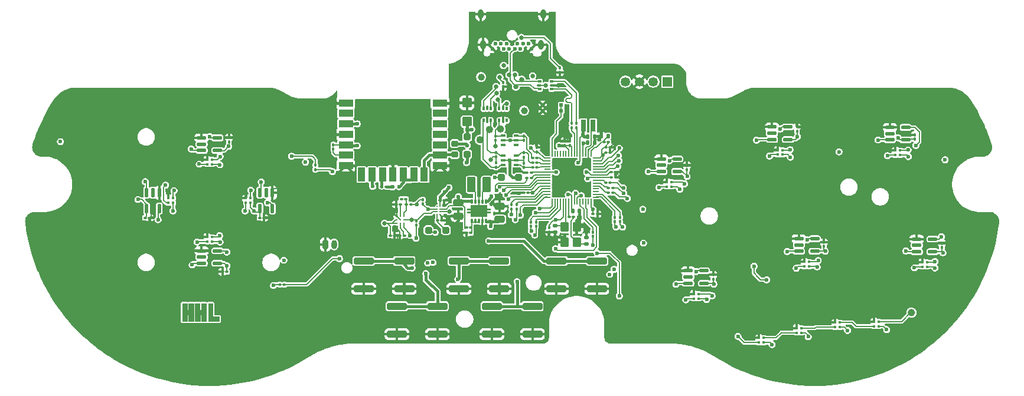
<source format=gbr>
%TF.GenerationSoftware,KiCad,Pcbnew,9.0.6-rc2*%
%TF.CreationDate,2025-11-20T00:57:41-08:00*%
%TF.ProjectId,LatteJr_Main_Board,4c617474-654a-4725-9f4d-61696e5f426f,rev?*%
%TF.SameCoordinates,Original*%
%TF.FileFunction,Copper,L1,Top*%
%TF.FilePolarity,Positive*%
%FSLAX46Y46*%
G04 Gerber Fmt 4.6, Leading zero omitted, Abs format (unit mm)*
G04 Created by KiCad (PCBNEW 9.0.6-rc2) date 2025-11-20 00:57:41*
%MOMM*%
%LPD*%
G01*
G04 APERTURE LIST*
G04 Aperture macros list*
%AMRoundRect*
0 Rectangle with rounded corners*
0 $1 Rounding radius*
0 $2 $3 $4 $5 $6 $7 $8 $9 X,Y pos of 4 corners*
0 Add a 4 corners polygon primitive as box body*
4,1,4,$2,$3,$4,$5,$6,$7,$8,$9,$2,$3,0*
0 Add four circle primitives for the rounded corners*
1,1,$1+$1,$2,$3*
1,1,$1+$1,$4,$5*
1,1,$1+$1,$6,$7*
1,1,$1+$1,$8,$9*
0 Add four rect primitives between the rounded corners*
20,1,$1+$1,$2,$3,$4,$5,0*
20,1,$1+$1,$4,$5,$6,$7,0*
20,1,$1+$1,$6,$7,$8,$9,0*
20,1,$1+$1,$8,$9,$2,$3,0*%
%AMFreePoly0*
4,1,45,-0.121464,1.703536,-0.120000,1.700000,-0.120000,1.205000,0.120000,1.205000,0.120000,1.700000,0.121464,1.703536,0.125000,1.705000,0.375000,1.705000,0.378536,1.703536,0.380000,1.700000,0.380000,1.205000,0.825000,1.205000,0.828536,1.203536,0.830000,1.200000,0.830000,-1.200000,0.828536,-1.203536,0.825000,-1.205000,0.380000,-1.205000,0.380000,-1.700000,0.378536,-1.703536,
0.375000,-1.705000,0.125000,-1.705000,0.121464,-1.703536,0.120000,-1.700000,0.120000,-1.205000,-0.120000,-1.205000,-0.120000,-1.700000,-0.121464,-1.703536,-0.125000,-1.705000,-0.375000,-1.705000,-0.378536,-1.703536,-0.380000,-1.700000,-0.380000,-1.205000,-0.825000,-1.205000,-0.828536,-1.203536,-0.830000,-1.200000,-0.830000,1.200000,-0.828536,1.203536,-0.825000,1.205000,-0.380000,1.205000,
-0.380000,1.700000,-0.378536,1.703536,-0.375000,1.705000,-0.125000,1.705000,-0.121464,1.703536,-0.121464,1.703536,$1*%
%AMFreePoly1*
4,1,18,-0.437500,0.050000,-0.433694,0.069134,-0.422855,0.085355,-0.406634,0.096194,-0.387500,0.100000,0.387500,0.100000,0.437500,0.050000,0.437500,-0.050000,0.433694,-0.069134,0.422855,-0.085355,0.406634,-0.096194,0.387500,-0.100000,-0.387500,-0.100000,-0.406634,-0.096194,-0.422855,-0.085355,-0.433694,-0.069134,-0.437500,-0.050000,-0.437500,0.050000,-0.437500,0.050000,$1*%
%AMFreePoly2*
4,1,18,-0.437500,0.050000,-0.433694,0.069134,-0.422855,0.085355,-0.406634,0.096194,-0.387500,0.100000,0.387500,0.100000,0.406634,0.096194,0.422855,0.085355,0.433694,0.069134,0.437500,0.050000,0.437500,-0.050000,0.387500,-0.100000,-0.387500,-0.100000,-0.406634,-0.096194,-0.422855,-0.085355,-0.433694,-0.069134,-0.437500,-0.050000,-0.437500,0.050000,-0.437500,0.050000,$1*%
%AMFreePoly3*
4,1,18,-0.100000,0.387500,-0.050000,0.437500,0.050000,0.437500,0.069134,0.433694,0.085355,0.422855,0.096194,0.406634,0.100000,0.387500,0.100000,-0.387500,0.096194,-0.406634,0.085355,-0.422855,0.069134,-0.433694,0.050000,-0.437500,-0.050000,-0.437500,-0.069134,-0.433694,-0.085355,-0.422855,-0.096194,-0.406634,-0.100000,-0.387500,-0.100000,0.387500,-0.100000,0.387500,$1*%
%AMFreePoly4*
4,1,18,-0.100000,0.387500,-0.096194,0.406634,-0.085355,0.422855,-0.069134,0.433694,-0.050000,0.437500,0.050000,0.437500,0.100000,0.387500,0.100000,-0.387500,0.096194,-0.406634,0.085355,-0.422855,0.069134,-0.433694,0.050000,-0.437500,-0.050000,-0.437500,-0.069134,-0.433694,-0.085355,-0.422855,-0.096194,-0.406634,-0.100000,-0.387500,-0.100000,0.387500,-0.100000,0.387500,$1*%
%AMFreePoly5*
4,1,18,-0.437500,0.050000,-0.433694,0.069134,-0.422855,0.085355,-0.406634,0.096194,-0.387500,0.100000,0.387500,0.100000,0.406634,0.096194,0.422855,0.085355,0.433694,0.069134,0.437500,0.050000,0.437500,-0.050000,0.433694,-0.069134,0.422855,-0.085355,0.406634,-0.096194,0.387500,-0.100000,-0.387500,-0.100000,-0.437500,-0.050000,-0.437500,0.050000,-0.437500,0.050000,$1*%
%AMFreePoly6*
4,1,18,-0.437500,0.050000,-0.387500,0.100000,0.387500,0.100000,0.406634,0.096194,0.422855,0.085355,0.433694,0.069134,0.437500,0.050000,0.437500,-0.050000,0.433694,-0.069134,0.422855,-0.085355,0.406634,-0.096194,0.387500,-0.100000,-0.387500,-0.100000,-0.406634,-0.096194,-0.422855,-0.085355,-0.433694,-0.069134,-0.437500,-0.050000,-0.437500,0.050000,-0.437500,0.050000,$1*%
%AMFreePoly7*
4,1,18,-0.100000,0.387500,-0.096194,0.406634,-0.085355,0.422855,-0.069134,0.433694,-0.050000,0.437500,0.050000,0.437500,0.069134,0.433694,0.085355,0.422855,0.096194,0.406634,0.100000,0.387500,0.100000,-0.387500,0.050000,-0.437500,-0.050000,-0.437500,-0.069134,-0.433694,-0.085355,-0.422855,-0.096194,-0.406634,-0.100000,-0.387500,-0.100000,0.387500,-0.100000,0.387500,$1*%
%AMFreePoly8*
4,1,18,-0.100000,0.387500,-0.096194,0.406634,-0.085355,0.422855,-0.069134,0.433694,-0.050000,0.437500,0.050000,0.437500,0.069134,0.433694,0.085355,0.422855,0.096194,0.406634,0.100000,0.387500,0.100000,-0.387500,0.096194,-0.406634,0.085355,-0.422855,0.069134,-0.433694,0.050000,-0.437500,-0.050000,-0.437500,-0.100000,-0.387500,-0.100000,0.387500,-0.100000,0.387500,$1*%
G04 Aperture macros list end*
%TA.AperFunction,Conductor*%
%ADD10C,0.000000*%
%TD*%
%TA.AperFunction,EtchedComponent*%
%ADD11C,0.050000*%
%TD*%
%TA.AperFunction,SMDPad,CuDef*%
%ADD12RoundRect,0.137500X-0.137500X0.525000X-0.137500X-0.525000X0.137500X-0.525000X0.137500X0.525000X0*%
%TD*%
%TA.AperFunction,SMDPad,CuDef*%
%ADD13RoundRect,0.093750X0.093750X-0.156250X0.093750X0.156250X-0.093750X0.156250X-0.093750X-0.156250X0*%
%TD*%
%TA.AperFunction,SMDPad,CuDef*%
%ADD14RoundRect,0.075000X0.075000X-0.250000X0.075000X0.250000X-0.075000X0.250000X-0.075000X-0.250000X0*%
%TD*%
%TA.AperFunction,SMDPad,CuDef*%
%ADD15R,0.370000X0.370000*%
%TD*%
%TA.AperFunction,SMDPad,CuDef*%
%ADD16RoundRect,0.100000X0.100000X-0.130000X0.100000X0.130000X-0.100000X0.130000X-0.100000X-0.130000X0*%
%TD*%
%TA.AperFunction,SMDPad,CuDef*%
%ADD17RoundRect,0.100000X-0.130000X-0.100000X0.130000X-0.100000X0.130000X0.100000X-0.130000X0.100000X0*%
%TD*%
%TA.AperFunction,SMDPad,CuDef*%
%ADD18RoundRect,0.218750X-0.256250X0.218750X-0.256250X-0.218750X0.256250X-0.218750X0.256250X0.218750X0*%
%TD*%
%TA.AperFunction,SMDPad,CuDef*%
%ADD19RoundRect,0.137500X-0.525000X-0.137500X0.525000X-0.137500X0.525000X0.137500X-0.525000X0.137500X0*%
%TD*%
%TA.AperFunction,SMDPad,CuDef*%
%ADD20RoundRect,0.100000X-0.100000X0.130000X-0.100000X-0.130000X0.100000X-0.130000X0.100000X0.130000X0*%
%TD*%
%TA.AperFunction,SMDPad,CuDef*%
%ADD21RoundRect,0.100000X0.130000X0.100000X-0.130000X0.100000X-0.130000X-0.100000X0.130000X-0.100000X0*%
%TD*%
%TA.AperFunction,SMDPad,CuDef*%
%ADD22RoundRect,0.140000X-0.140000X-0.170000X0.140000X-0.170000X0.140000X0.170000X-0.140000X0.170000X0*%
%TD*%
%TA.AperFunction,SMDPad,CuDef*%
%ADD23RoundRect,0.250000X-0.375000X-0.850000X0.375000X-0.850000X0.375000X0.850000X-0.375000X0.850000X0*%
%TD*%
%TA.AperFunction,SMDPad,CuDef*%
%ADD24RoundRect,0.250000X0.445000X-0.457500X0.445000X0.457500X-0.445000X0.457500X-0.445000X-0.457500X0*%
%TD*%
%TA.AperFunction,SMDPad,CuDef*%
%ADD25RoundRect,0.250000X0.250000X-0.250000X0.250000X0.250000X-0.250000X0.250000X-0.250000X-0.250000X0*%
%TD*%
%TA.AperFunction,SMDPad,CuDef*%
%ADD26R,2.000000X1.000000*%
%TD*%
%TA.AperFunction,SMDPad,CuDef*%
%ADD27R,1.000000X2.000000*%
%TD*%
%TA.AperFunction,SMDPad,CuDef*%
%ADD28C,1.000000*%
%TD*%
%TA.AperFunction,SMDPad,CuDef*%
%ADD29RoundRect,0.150000X1.250000X0.350000X-1.250000X0.350000X-1.250000X-0.350000X1.250000X-0.350000X0*%
%TD*%
%TA.AperFunction,SMDPad,CuDef*%
%ADD30C,0.290000*%
%TD*%
%TA.AperFunction,SMDPad,CuDef*%
%ADD31R,0.700000X1.700000*%
%TD*%
%TA.AperFunction,SMDPad,CuDef*%
%ADD32R,0.550000X0.500000*%
%TD*%
%TA.AperFunction,SMDPad,CuDef*%
%ADD33RoundRect,0.140000X0.140000X0.170000X-0.140000X0.170000X-0.140000X-0.170000X0.140000X-0.170000X0*%
%TD*%
%TA.AperFunction,SMDPad,CuDef*%
%ADD34RoundRect,0.007200X-0.112800X0.292800X-0.112800X-0.292800X0.112800X-0.292800X0.112800X0.292800X0*%
%TD*%
%TA.AperFunction,SMDPad,CuDef*%
%ADD35FreePoly0,270.000000*%
%TD*%
%TA.AperFunction,SMDPad,CuDef*%
%ADD36C,0.230000*%
%TD*%
%TA.AperFunction,SMDPad,CuDef*%
%ADD37RoundRect,0.093750X0.156250X0.093750X-0.156250X0.093750X-0.156250X-0.093750X0.156250X-0.093750X0*%
%TD*%
%TA.AperFunction,SMDPad,CuDef*%
%ADD38RoundRect,0.075000X0.250000X0.075000X-0.250000X0.075000X-0.250000X-0.075000X0.250000X-0.075000X0*%
%TD*%
%TA.AperFunction,SMDPad,CuDef*%
%ADD39RoundRect,0.250000X-0.350000X0.450000X-0.350000X-0.450000X0.350000X-0.450000X0.350000X0.450000X0*%
%TD*%
%TA.AperFunction,SMDPad,CuDef*%
%ADD40RoundRect,0.250000X-0.250000X-0.250000X0.250000X-0.250000X0.250000X0.250000X-0.250000X0.250000X0*%
%TD*%
%TA.AperFunction,SMDPad,CuDef*%
%ADD41RoundRect,0.140000X-0.170000X0.140000X-0.170000X-0.140000X0.170000X-0.140000X0.170000X0.140000X0*%
%TD*%
%TA.AperFunction,SMDPad,CuDef*%
%ADD42RoundRect,0.100000X0.225000X0.100000X-0.225000X0.100000X-0.225000X-0.100000X0.225000X-0.100000X0*%
%TD*%
%TA.AperFunction,SMDPad,CuDef*%
%ADD43RoundRect,0.140000X0.170000X-0.140000X0.170000X0.140000X-0.170000X0.140000X-0.170000X-0.140000X0*%
%TD*%
%TA.AperFunction,SMDPad,CuDef*%
%ADD44RoundRect,0.250000X0.475000X-0.250000X0.475000X0.250000X-0.475000X0.250000X-0.475000X-0.250000X0*%
%TD*%
%TA.AperFunction,ComponentPad*%
%ADD45R,1.350000X1.350000*%
%TD*%
%TA.AperFunction,ComponentPad*%
%ADD46C,1.350000*%
%TD*%
%TA.AperFunction,SMDPad,CuDef*%
%ADD47FreePoly1,0.000000*%
%TD*%
%TA.AperFunction,SMDPad,CuDef*%
%ADD48RoundRect,0.050000X-0.387500X-0.050000X0.387500X-0.050000X0.387500X0.050000X-0.387500X0.050000X0*%
%TD*%
%TA.AperFunction,SMDPad,CuDef*%
%ADD49FreePoly2,0.000000*%
%TD*%
%TA.AperFunction,SMDPad,CuDef*%
%ADD50FreePoly3,0.000000*%
%TD*%
%TA.AperFunction,SMDPad,CuDef*%
%ADD51RoundRect,0.050000X-0.050000X-0.387500X0.050000X-0.387500X0.050000X0.387500X-0.050000X0.387500X0*%
%TD*%
%TA.AperFunction,SMDPad,CuDef*%
%ADD52FreePoly4,0.000000*%
%TD*%
%TA.AperFunction,SMDPad,CuDef*%
%ADD53FreePoly5,0.000000*%
%TD*%
%TA.AperFunction,SMDPad,CuDef*%
%ADD54FreePoly6,0.000000*%
%TD*%
%TA.AperFunction,SMDPad,CuDef*%
%ADD55FreePoly7,0.000000*%
%TD*%
%TA.AperFunction,SMDPad,CuDef*%
%ADD56FreePoly8,0.000000*%
%TD*%
%TA.AperFunction,ComponentPad*%
%ADD57C,0.600000*%
%TD*%
%TA.AperFunction,SMDPad,CuDef*%
%ADD58RoundRect,0.153000X1.547000X-1.547000X1.547000X1.547000X-1.547000X1.547000X-1.547000X-1.547000X0*%
%TD*%
%TA.AperFunction,ComponentPad*%
%ADD59RoundRect,0.200000X-0.200000X-0.450000X0.200000X-0.450000X0.200000X0.450000X-0.200000X0.450000X0*%
%TD*%
%TA.AperFunction,ComponentPad*%
%ADD60O,0.800000X1.300000*%
%TD*%
%TA.AperFunction,ComponentPad*%
%ADD61O,0.800000X1.400000*%
%TD*%
%TA.AperFunction,ViaPad*%
%ADD62C,0.600000*%
%TD*%
%TA.AperFunction,ViaPad*%
%ADD63C,0.650000*%
%TD*%
%TA.AperFunction,Conductor*%
%ADD64C,0.200000*%
%TD*%
%TA.AperFunction,Conductor*%
%ADD65C,0.450000*%
%TD*%
%TA.AperFunction,Conductor*%
%ADD66C,0.150000*%
%TD*%
G04 APERTURE END LIST*
D10*
%TA.AperFunction,Conductor*%
%TO.N,N_LATCH_SAFE*%
G36*
X88832779Y-34305288D02*
G01*
X88832779Y-34305288D01*
G75*
G02*
X88832779Y-34305288I534004J0D01*
G01*
X88832779Y-34305288D01*
G37*
%TD.AperFunction*%
%TA.AperFunction,Conductor*%
%TO.N,D+*%
G36*
X92772302Y-28153184D02*
G01*
X92772302Y-28153184D01*
G75*
G02*
X92772302Y-28153184I375027J0D01*
G01*
X92772302Y-28153184D01*
G37*
%TD.AperFunction*%
%TA.AperFunction,Conductor*%
%TO.N,D-*%
G36*
X93614446Y-27148723D02*
G01*
X93614446Y-27148723D01*
G75*
G02*
X93614446Y-27148723I375027J0D01*
G01*
X93614446Y-27148723D01*
G37*
%TD.AperFunction*%
%TA.AperFunction,Conductor*%
%TO.N,N_CLOCK_SAFE*%
G36*
X87475884Y-35788600D02*
G01*
X87475884Y-35788600D01*
G75*
G02*
X87475884Y-35788600I534004J0D01*
G01*
X87475884Y-35788600D01*
G37*
%TD.AperFunction*%
%TA.AperFunction,Conductor*%
%TO.N,unconnected-(RGB14-DOUT-Pad3)*%
G36*
X149328936Y-60614915D02*
G01*
X149328936Y-60614915D01*
G75*
G02*
X149328936Y-60614915I534004J0D01*
G01*
X149328936Y-60614915D01*
G37*
%TD.AperFunction*%
%TA.AperFunction,Conductor*%
%TO.N,N_DATA_SAFE*%
G36*
X90407579Y-34229088D02*
G01*
X90407579Y-34229088D01*
G75*
G02*
X90407579Y-34229088I534004J0D01*
G01*
X90407579Y-34229088D01*
G37*
%TD.AperFunction*%
D11*
%TD*%
%TO.C,REF\u002A\u002A*%
X49689099Y-61194838D02*
X50643054Y-61194838D01*
X50643054Y-61864207D01*
X49056440Y-61864207D01*
X49056440Y-59311035D01*
X49689099Y-59311035D01*
X49689099Y-61194838D01*
%TA.AperFunction,EtchedComponent*%
%TO.C,REF\u002A\u002A*%
G36*
X49689099Y-61194838D02*
G01*
X50643054Y-61194838D01*
X50643054Y-61864207D01*
X49056440Y-61864207D01*
X49056440Y-59311035D01*
X49689099Y-59311035D01*
X49689099Y-61194838D01*
G37*
%TD.AperFunction*%
X46923336Y-61864207D02*
X46242475Y-61864207D01*
X46242475Y-60896085D01*
X46002819Y-60896085D01*
X46002819Y-61864207D01*
X45317519Y-61864207D01*
X45317519Y-59311555D01*
X46000533Y-59311035D01*
X46000533Y-60233837D01*
X46242475Y-60233837D01*
X46242475Y-59311035D01*
X46923336Y-59311035D01*
X46923336Y-61864207D01*
%TA.AperFunction,EtchedComponent*%
G36*
X46923336Y-61864207D02*
G01*
X46242475Y-61864207D01*
X46242475Y-60896085D01*
X46002819Y-60896085D01*
X46002819Y-61864207D01*
X45317519Y-61864207D01*
X45317519Y-59311555D01*
X46000533Y-59311035D01*
X46000533Y-60233837D01*
X46242475Y-60233837D01*
X46242475Y-59311035D01*
X46923336Y-59311035D01*
X46923336Y-61864207D01*
G37*
%TD.AperFunction*%
X48773336Y-61864207D02*
X48092475Y-61864207D01*
X48092475Y-60896085D01*
X47852819Y-60896085D01*
X47852819Y-61864207D01*
X47167519Y-61864207D01*
X47167519Y-59311555D01*
X47850533Y-59311035D01*
X47850533Y-60233837D01*
X48092475Y-60233837D01*
X48092475Y-59311035D01*
X48773336Y-59311035D01*
X48773336Y-61864207D01*
%TA.AperFunction,EtchedComponent*%
G36*
X48773336Y-61864207D02*
G01*
X48092475Y-61864207D01*
X48092475Y-60896085D01*
X47852819Y-60896085D01*
X47852819Y-61864207D01*
X47167519Y-61864207D01*
X47167519Y-59311555D01*
X47850533Y-59311035D01*
X47850533Y-60233837D01*
X48092475Y-60233837D01*
X48092475Y-59311035D01*
X48773336Y-59311035D01*
X48773336Y-61864207D01*
G37*
%TD.AperFunction*%
%TD*%
D12*
%TO.P,U12,1,VCC*%
%TO.N,+3V3*%
X40225406Y-45660364D03*
%TO.P,U12,2,~{EN}*%
%TO.N,DPAD_EN*%
X42025406Y-45660364D03*
%TO.P,U12,3,GND*%
%TO.N,GND*%
X42025406Y-43385364D03*
%TO.P,U12,4,NC*%
%TO.N,unconnected-(U12-NC-Pad4)*%
X41125406Y-43385364D03*
%TO.P,U12,5,OUT*%
%TO.N,ADC_2*%
X40225406Y-43385364D03*
%TD*%
%TO.P,U14,1,VCC*%
%TO.N,+3V3*%
X56441185Y-45660364D03*
%TO.P,U14,2,~{EN}*%
%TO.N,DPAD_EN*%
X58241185Y-45660364D03*
%TO.P,U14,3,GND*%
%TO.N,GND*%
X58241185Y-43385364D03*
%TO.P,U14,4,NC*%
%TO.N,unconnected-(U14-NC-Pad4)*%
X57341185Y-43385364D03*
%TO.P,U14,5,OUT*%
%TO.N,ADC_1*%
X56441185Y-43385364D03*
%TD*%
D13*
%TO.P,U7,1,I/O1*%
%TO.N,N_CLOCK_SAFE*%
X88514900Y-33006400D03*
D14*
%TO.P,U7,2,GND*%
%TO.N,GND*%
X89052400Y-33081400D03*
D13*
%TO.P,U7,3,I/O2*%
%TO.N,N_LATCH_SAFE*%
X89589900Y-33006400D03*
%TO.P,U7,4,I/O2*%
%TO.N,N_LATCH*%
X89589900Y-31306400D03*
D14*
%TO.P,U7,5,VBUS*%
%TO.N,unconnected-(U7-VBUS-Pad5)*%
X89052400Y-31231400D03*
D13*
%TO.P,U7,6,I/O1*%
%TO.N,N_CLOCK*%
X88514900Y-31306400D03*
%TD*%
D15*
%TO.P,RGB13,1,DIN*%
%TO.N,Net-(RGB12-DOUT)*%
X138942305Y-62710883D03*
%TO.P,RGB13,2,VDD*%
%TO.N,+3V3*%
X139612305Y-62710883D03*
%TO.P,RGB13,3,DOUT*%
%TO.N,Net-(RGB13-DOUT)*%
X139612305Y-62040883D03*
%TO.P,RGB13,4,GND*%
%TO.N,GND*%
X138942305Y-62040883D03*
%TD*%
%TO.P,RGB14,1,DIN*%
%TO.N,Net-(RGB13-DOUT)*%
X144522504Y-62569210D03*
%TO.P,RGB14,2,VDD*%
%TO.N,+3V3*%
X145192504Y-62569210D03*
%TO.P,RGB14,3,DOUT*%
%TO.N,unconnected-(RGB14-DOUT-Pad3)*%
X145192504Y-61899210D03*
%TO.P,RGB14,4,GND*%
%TO.N,GND*%
X144522504Y-61899210D03*
%TD*%
D16*
%TO.P,R33,1*%
%TO.N,+3V3*%
X94297098Y-35862098D03*
%TO.P,R33,2*%
%TO.N,N_DATA_3.3*%
X94297098Y-35222098D03*
%TD*%
D17*
%TO.P,C15,1*%
%TO.N,+3V3*%
X106029800Y-36906200D03*
%TO.P,C15,2*%
%TO.N,GND*%
X106669800Y-36906200D03*
%TD*%
D18*
%TO.P,L2,1,1*%
%TO.N,+3V3*%
X84378800Y-36347299D03*
%TO.P,L2,2,2*%
%TO.N,VDDBAT*%
X84378800Y-37922301D03*
%TD*%
D19*
%TO.P,U11,1,VCC*%
%TO.N,+3V3*%
X116280175Y-40344746D03*
%TO.P,U11,2,~{EN}*%
%TO.N,BTN_EN*%
X116280175Y-38544746D03*
%TO.P,U11,3,GND*%
%TO.N,GND*%
X114005175Y-38544746D03*
%TO.P,U11,4,NC*%
%TO.N,unconnected-(U11-NC-Pad4)*%
X114005175Y-39444746D03*
%TO.P,U11,5,OUT*%
%TO.N,ADC_2*%
X114005175Y-40344746D03*
%TD*%
D17*
%TO.P,R30,1*%
%TO.N,VBUS_SYS*%
X86054899Y-48405210D03*
%TO.P,R30,2*%
%TO.N,Net-(U4-EN)*%
X86694899Y-48405210D03*
%TD*%
D20*
%TO.P,C17,1*%
%TO.N,+3V3*%
X97891600Y-48397200D03*
%TO.P,C17,2*%
%TO.N,GND*%
X97891600Y-49037200D03*
%TD*%
D21*
%TO.P,C32,1*%
%TO.N,+3V3*%
X51729600Y-54762400D03*
%TO.P,C32,2*%
%TO.N,GND*%
X51089600Y-54762400D03*
%TD*%
D22*
%TO.P,C1,1*%
%TO.N,+3V3*%
X103465300Y-36220400D03*
%TO.P,C1,2*%
%TO.N,GND*%
X104425300Y-36220400D03*
%TD*%
D21*
%TO.P,R1,1*%
%TO.N,+3V3*%
X106424300Y-36144200D03*
%TO.P,R1,2*%
%TO.N,/VREG_AVDD*%
X105784300Y-36144200D03*
%TD*%
D19*
%TO.P,U16,1,VCC*%
%TO.N,+3V3*%
X152899592Y-51862961D03*
%TO.P,U16,2,~{EN}*%
%TO.N,TRIGGER_EN_R*%
X152899592Y-50062961D03*
%TO.P,U16,3,GND*%
%TO.N,GND*%
X150624592Y-50062961D03*
%TO.P,U16,4,NC*%
%TO.N,unconnected-(U16-NC-Pad4)*%
X150624592Y-50962961D03*
%TO.P,U16,5,OUT*%
%TO.N,ADC_1*%
X150624592Y-51862961D03*
%TD*%
D17*
%TO.P,R29,1*%
%TO.N,GND*%
X75981600Y-45057400D03*
%TO.P,R29,2*%
%TO.N,Net-(IC1-BIN)*%
X76621600Y-45057400D03*
%TD*%
D16*
%TO.P,C12,1*%
%TO.N,+3V3*%
X100152200Y-36616600D03*
%TO.P,C12,2*%
%TO.N,GND*%
X100152200Y-35976600D03*
%TD*%
%TO.P,C35,1*%
%TO.N,+3V3*%
X154228800Y-51272400D03*
%TO.P,C35,2*%
%TO.N,GND*%
X154228800Y-50632400D03*
%TD*%
%TO.P,C28,1*%
%TO.N,+3V3*%
X121437400Y-55819000D03*
%TO.P,C28,2*%
%TO.N,GND*%
X121437400Y-55179000D03*
%TD*%
D15*
%TO.P,RGB4,1,DIN*%
%TO.N,Net-(RGB3-DOUT)*%
X54456185Y-44857864D03*
%TO.P,RGB4,2,VDD*%
%TO.N,+3V3*%
X55126185Y-44857864D03*
%TO.P,RGB4,3,DOUT*%
%TO.N,Net-(RGB4-DOUT)*%
X55126185Y-44187864D03*
%TO.P,RGB4,4,GND*%
%TO.N,GND*%
X54456185Y-44187864D03*
%TD*%
D22*
%TO.P,C2,1*%
%TO.N,+1V1*%
X103465300Y-35306000D03*
%TO.P,C2,2*%
%TO.N,GND*%
X104425300Y-35306000D03*
%TD*%
D21*
%TO.P,R24,1*%
%TO.N,+3V3*%
X78094800Y-45057399D03*
%TO.P,R24,2*%
%TO.N,BAT_MON_GPIO*%
X77454800Y-45057399D03*
%TD*%
D23*
%TO.P,L3,1,1*%
%TO.N,Net-(U4-L1)*%
X86798499Y-42233010D03*
%TO.P,L3,2,2*%
%TO.N,Net-(U4-L2)*%
X88948499Y-42233010D03*
%TD*%
D19*
%TO.P,U2,1,VCC*%
%TO.N,+3V3*%
X136000737Y-51803183D03*
%TO.P,U2,2,~{EN}*%
%TO.N,BTN_EN*%
X136000737Y-50003183D03*
%TO.P,U2,3,GND*%
%TO.N,GND*%
X133725737Y-50003183D03*
%TO.P,U2,4,NC*%
%TO.N,unconnected-(U2-NC-Pad4)*%
X133725737Y-50903183D03*
%TO.P,U2,5,OUT*%
%TO.N,ADC_0*%
X133725737Y-51803183D03*
%TD*%
D15*
%TO.P,RGB3,1,DIN*%
%TO.N,Net-(RGB2-DOUT)*%
X48898296Y-50415754D03*
%TO.P,RGB3,2,VDD*%
%TO.N,+3V3*%
X49568296Y-50415754D03*
%TO.P,RGB3,3,DOUT*%
%TO.N,Net-(RGB3-DOUT)*%
X49568296Y-49745754D03*
%TO.P,RGB3,4,GND*%
%TO.N,GND*%
X48898296Y-49745754D03*
%TD*%
D19*
%TO.P,U9,1,VCC*%
%TO.N,+3V3*%
X120133166Y-56407211D03*
%TO.P,U9,2,~{EN}*%
%TO.N,BTN_EN*%
X120133166Y-54607211D03*
%TO.P,U9,3,GND*%
%TO.N,GND*%
X117858166Y-54607211D03*
%TO.P,U9,4,NC*%
%TO.N,unconnected-(U9-NC-Pad4)*%
X117858166Y-55507211D03*
%TO.P,U9,5,OUT*%
%TO.N,ADC_1*%
X117858166Y-56407211D03*
%TD*%
D24*
%TO.P,C24,1*%
%TO.N,+3.3V_PRE*%
X86131400Y-33178700D03*
%TO.P,C24,2*%
%TO.N,GND*%
X86131400Y-30473700D03*
%TD*%
D25*
%TO.P,D1,1,K*%
%TO.N,VBUS_SYS*%
X86156800Y-37871400D03*
%TO.P,D1,2,A*%
%TO.N,+3.3V_PRE*%
X86156800Y-35371402D03*
%TD*%
D21*
%TO.P,R10,1*%
%TO.N,Net-(U1-GPIO4)*%
X95366800Y-41300400D03*
%TO.P,R10,2*%
%TO.N,BTN_PWR*%
X94726800Y-41300400D03*
%TD*%
D26*
%TO.P,P1,A1,GND*%
%TO.N,GND*%
X68767000Y-30492400D03*
%TO.P,P1,A2,NC1*%
%TO.N,unconnected-(P1A-NC1-PadA2)*%
X68767000Y-31992400D03*
%TO.P,P1,A3,SCLK*%
%TO.N,WL_CLK*%
X68767000Y-33492400D03*
%TO.P,P1,A4,GND*%
%TO.N,GND*%
X68767000Y-34992400D03*
%TO.P,P1,A5,DI*%
%TO.N,WL_D*%
X68767000Y-36492400D03*
%TO.P,P1,A6,DO*%
%TO.N,Net-(P1A-DO)*%
X68767000Y-37992400D03*
%TO.P,P1,A7,GND*%
%TO.N,GND*%
X68767000Y-39492400D03*
D27*
%TO.P,P1,B1,GPIO0*%
%TO.N,WL_GP0*%
X71017000Y-40792400D03*
%TO.P,P1,B2,CS*%
%TO.N,WL_CS*%
X72517000Y-40792400D03*
%TO.P,P1,B3,IRQ*%
%TO.N,Net-(P1B-IRQ)*%
X74017000Y-40792400D03*
%TO.P,P1,B4,GND*%
%TO.N,GND*%
X75517000Y-40792400D03*
%TO.P,P1,B5,WLON*%
%TO.N,WL_ON*%
X77017000Y-40792400D03*
%TO.P,P1,B6,BTON*%
X78517000Y-40792400D03*
%TO.P,P1,B7,VDDIO*%
%TO.N,VDDBAT*%
X80017000Y-40792400D03*
D26*
%TO.P,P1,C1,GND*%
%TO.N,GND*%
X82267000Y-39492400D03*
%TO.P,P1,C2,VDDBAT*%
%TO.N,VDDBAT*%
X82267000Y-37992400D03*
%TO.P,P1,C3,GPIO2*%
%TO.N,WL_GP2*%
X82267000Y-36492400D03*
%TO.P,P1,C4,GPIO1*%
%TO.N,WL_GP1*%
X82267000Y-34992400D03*
%TO.P,P1,C5,NC2*%
%TO.N,unconnected-(P1C-NC2-PadC5)*%
X82267000Y-33492400D03*
%TO.P,P1,C6,NC3*%
%TO.N,unconnected-(P1C-NC3-PadC6)*%
X82267000Y-31992400D03*
%TO.P,P1,C7,GND*%
%TO.N,GND*%
X82267000Y-30492400D03*
%TD*%
D21*
%TO.P,C20,1*%
%TO.N,GND*%
X75783401Y-49532200D03*
%TO.P,C20,2*%
%TO.N,BATTERY_POS*%
X75143401Y-49532200D03*
%TD*%
D17*
%TO.P,R19,1*%
%TO.N,Net-(U1-GPIO23)*%
X106410800Y-43408600D03*
%TO.P,R19,2*%
%TO.N,GRIP_R_BTN*%
X107050800Y-43408600D03*
%TD*%
D28*
%TO.P,TP2,1,1*%
%TO.N,VBUS*%
X88163188Y-26761414D03*
%TD*%
D17*
%TO.P,C33,1*%
%TO.N,+3V3*%
X56423600Y-46990000D03*
%TO.P,C33,2*%
%TO.N,GND*%
X57063600Y-46990000D03*
%TD*%
D21*
%TO.P,C21,1*%
%TO.N,Net-(IC1-VDD)*%
X77180400Y-49530000D03*
%TO.P,C21,2*%
%TO.N,GND*%
X76540400Y-49530000D03*
%TD*%
D29*
%TO.P,SW6,1,1*%
%TO.N,GND*%
X90776272Y-57200886D03*
X84976272Y-57200886D03*
%TO.P,SW6,2,2*%
%TO.N,HOME_BTN*%
X90776272Y-53200886D03*
X84976272Y-53200886D03*
%TD*%
D30*
%TO.P,IC1,A1,GPOUT*%
%TO.N,BAT_MON_GPIO*%
X77096900Y-46788600D03*
%TO.P,IC1,A2,SDA*%
%TO.N,I2C0_SDA*%
X77096899Y-47288600D03*
%TO.P,IC1,A3,SCL*%
%TO.N,I2C0_SCL*%
X77096900Y-47788600D03*
%TO.P,IC1,B1,BIN*%
%TO.N,Net-(IC1-BIN)*%
X76596900Y-46788601D03*
%TO.P,IC1,B2,VSS_1*%
%TO.N,GND*%
X76596900Y-47288600D03*
%TO.P,IC1,B3,VDD*%
%TO.N,Net-(IC1-VDD)*%
X76596900Y-47788599D03*
%TO.P,IC1,C1,VSS_2*%
%TO.N,GND*%
X76096900Y-46788600D03*
%TO.P,IC1,C2,BAT_1*%
%TO.N,BATTERY_POS*%
X76096901Y-47288600D03*
%TO.P,IC1,C3,BAT_2*%
X76096900Y-47788600D03*
%TD*%
D19*
%TO.P,U13,1,VCC*%
%TO.N,+3V3*%
X50370796Y-53530754D03*
%TO.P,U13,2,~{EN}*%
%TO.N,DPAD_EN*%
X50370796Y-51730754D03*
%TO.P,U13,3,GND*%
%TO.N,GND*%
X48095796Y-51730754D03*
%TO.P,U13,4,NC*%
%TO.N,unconnected-(U13-NC-Pad4)*%
X48095796Y-52630754D03*
%TO.P,U13,5,OUT*%
%TO.N,ADC_0*%
X48095796Y-53530754D03*
%TD*%
D16*
%TO.P,R21,1*%
%TO.N,Net-(U1-GPIO11)*%
X64414400Y-40071000D03*
%TO.P,R21,2*%
%TO.N,RGB_OUT*%
X64414400Y-39431000D03*
%TD*%
D15*
%TO.P,RGB7,1,DIN*%
%TO.N,RGB_B*%
X147574101Y-37985498D03*
%TO.P,RGB7,2,VDD*%
%TO.N,+3V3*%
X148244101Y-37985498D03*
%TO.P,RGB7,3,DOUT*%
%TO.N,Net-(RGB7-DOUT)*%
X148244101Y-37315498D03*
%TO.P,RGB7,4,GND*%
%TO.N,GND*%
X147574101Y-37315498D03*
%TD*%
D21*
%TO.P,R11,1*%
%TO.N,Net-(U1-GPIO17)*%
X59959200Y-56591200D03*
%TO.P,R11,2*%
%TO.N,GRIP_L_BTN*%
X59319200Y-56591200D03*
%TD*%
D16*
%TO.P,C30,1*%
%TO.N,+3V3*%
X117678200Y-40096400D03*
%TO.P,C30,2*%
%TO.N,GND*%
X117678200Y-39456400D03*
%TD*%
D31*
%TO.P,L1,1,1*%
%TO.N,+1V1*%
X102836300Y-33756600D03*
%TO.P,L1,2,2*%
%TO.N,/VREG_LX*%
X104236300Y-33756600D03*
%TD*%
D32*
%TO.P,SW9,1,1*%
%TO.N,GND*%
X96998400Y-30791200D03*
%TO.P,SW9,2,2*%
X96998400Y-31591200D03*
%TO.P,SW9,3,3*%
%TO.N,USB_BOOT*%
X99648400Y-30791200D03*
%TO.P,SW9,4,4*%
X99648400Y-31591200D03*
%TD*%
D16*
%TO.P,C29,1*%
%TO.N,+3V3*%
X133451600Y-34584600D03*
%TO.P,C29,2*%
%TO.N,GND*%
X133451600Y-33944600D03*
%TD*%
D17*
%TO.P,R2,1*%
%TO.N,XTAL_OUT*%
X100805900Y-46887200D03*
%TO.P,R2,2*%
%TO.N,Net-(C4-Pad1)*%
X101445900Y-46887200D03*
%TD*%
%TO.P,R18,1*%
%TO.N,Net-(U1-GPIO24)*%
X106410800Y-42672000D03*
%TO.P,R18,2*%
%TO.N,TRIGGER_EN_R*%
X107050800Y-42672000D03*
%TD*%
D16*
%TO.P,C18,1*%
%TO.N,+3V3*%
X137337800Y-51130200D03*
%TO.P,C18,2*%
%TO.N,GND*%
X137337800Y-50490200D03*
%TD*%
D33*
%TO.P,C6,1*%
%TO.N,/VREG_AVDD*%
X106381100Y-35280600D03*
%TO.P,C6,2*%
%TO.N,GND*%
X105421100Y-35280600D03*
%TD*%
D34*
%TO.P,U4,1,VOUT*%
%TO.N,+3V3*%
X88855399Y-44634610D03*
%TO.P,U4,2,L2*%
%TO.N,Net-(U4-L2)*%
X88355399Y-44634610D03*
%TO.P,U4,3,PGND*%
%TO.N,GND*%
X87855399Y-44634611D03*
%TO.P,U4,4,L1*%
%TO.N,Net-(U4-L1)*%
X87355399Y-44634610D03*
%TO.P,U4,5,VIN*%
%TO.N,VBUS_SYS*%
X86855399Y-44634610D03*
%TO.P,U4,6,EN*%
%TO.N,Net-(U4-EN)*%
X86855399Y-47434610D03*
%TO.P,U4,7,PS/SYNC*%
X87355399Y-47434610D03*
%TO.P,U4,8,VINA*%
X87855399Y-47434609D03*
%TO.P,U4,9,GND*%
%TO.N,GND*%
X88355399Y-47434610D03*
%TO.P,U4,10,FB*%
%TO.N,+3V3*%
X88855399Y-47434610D03*
D35*
%TO.P,U4,11,EP*%
%TO.N,GND*%
X87855399Y-46034610D03*
%TD*%
D29*
%TO.P,SW2,1,1*%
%TO.N,GND*%
X104776272Y-57200886D03*
X98976272Y-57200886D03*
%TO.P,SW2,2,2*%
%TO.N,BTN_PWR*%
X104776272Y-53200886D03*
X98976272Y-53200886D03*
%TD*%
D15*
%TO.P,RGB9,1,DIN*%
%TO.N,Net-(RGB8-DOUT)*%
X134528237Y-53988183D03*
%TO.P,RGB9,2,VDD*%
%TO.N,+3V3*%
X135198237Y-53988183D03*
%TO.P,RGB9,3,DOUT*%
%TO.N,Net-(RGB10-DIN)*%
X135198237Y-53318183D03*
%TO.P,RGB9,4,GND*%
%TO.N,GND*%
X134528237Y-53318183D03*
%TD*%
D20*
%TO.P,R5,1*%
%TO.N,I2C0_SDA*%
X78867000Y-47432000D03*
%TO.P,R5,2*%
%TO.N,+3V3*%
X78867000Y-48072000D03*
%TD*%
D36*
%TO.P,U5,A1,/INT*%
%TO.N,unconnected-(U5-{slash}INT-PadA1)*%
X81870601Y-45326401D03*
%TO.P,U5,A2,IN*%
%TO.N,VBUS*%
X82270599Y-45326401D03*
%TO.P,U5,B1,SCL*%
%TO.N,I2C0_SCL*%
X81870600Y-45726401D03*
%TO.P,U5,B2,SYS*%
%TO.N,VBUS_SYS*%
X82270600Y-45726401D03*
%TO.P,U5,C1,SDA*%
%TO.N,I2C0_SDA*%
X81870600Y-46126401D03*
%TO.P,U5,C2,BAT*%
%TO.N,BATTERY_POS*%
X82270600Y-46126401D03*
%TO.P,U5,D1,TS/MR*%
%TO.N,Net-(D4-A)*%
X81870601Y-46526401D03*
%TO.P,U5,D2,GND*%
%TO.N,GND*%
X82270599Y-46526401D03*
%TD*%
D16*
%TO.P,C34,1*%
%TO.N,+3V3*%
X150368000Y-35727600D03*
%TO.P,C34,2*%
%TO.N,GND*%
X150368000Y-35087600D03*
%TD*%
%TO.P,R34,1*%
%TO.N,SHARED_PU*%
X90273699Y-38260101D03*
%TO.P,R34,2*%
%TO.N,N_LATCH_SAFE*%
X90273699Y-37620101D03*
%TD*%
D19*
%TO.P,U3,5,OUT*%
%TO.N,ADC_3*%
X48095796Y-37314975D03*
%TO.P,U3,4,NC*%
%TO.N,unconnected-(U3-NC-Pad4)*%
X48095796Y-36414975D03*
%TO.P,U3,3,GND*%
%TO.N,GND*%
X48095796Y-35514975D03*
%TO.P,U3,2,~{EN}*%
%TO.N,DPAD_EN*%
X50370796Y-35514975D03*
%TO.P,U3,1,VCC*%
%TO.N,+3V3*%
X50370796Y-37314975D03*
%TD*%
D15*
%TO.P,RGB6,1,DIN*%
%TO.N,Net-(RGB5-DOUT)*%
X130675247Y-37925718D03*
%TO.P,RGB6,2,VDD*%
%TO.N,+3V3*%
X131345247Y-37925718D03*
%TO.P,RGB6,3,DOUT*%
%TO.N,RGB_B*%
X131345247Y-37255718D03*
%TO.P,RGB6,4,GND*%
%TO.N,GND*%
X130675247Y-37255718D03*
%TD*%
D17*
%TO.P,C14,1*%
%TO.N,+3V3*%
X106029800Y-37642800D03*
%TO.P,C14,2*%
%TO.N,GND*%
X106669800Y-37642800D03*
%TD*%
D21*
%TO.P,R22,1*%
%TO.N,Net-(U1-GPIO1)*%
X96160400Y-39065200D03*
%TO.P,R22,2*%
%TO.N,N_LATCH_3.3*%
X95520400Y-39065200D03*
%TD*%
D29*
%TO.P,SW5,1,1*%
%TO.N,GND*%
X77151271Y-57200886D03*
X71351271Y-57200886D03*
%TO.P,SW5,2,2*%
%TO.N,CAPTURE_BTN*%
X77151271Y-53200886D03*
X71351271Y-53200886D03*
%TD*%
D17*
%TO.P,C26,1*%
%TO.N,GND*%
X86054899Y-49167210D03*
%TO.P,C26,2*%
%TO.N,Net-(U4-EN)*%
X86694899Y-49167210D03*
%TD*%
%TO.P,C22,1*%
%TO.N,VBUS*%
X82258601Y-44453200D03*
%TO.P,C22,2*%
%TO.N,GND*%
X82898601Y-44453200D03*
%TD*%
D37*
%TO.P,U6,1,I/O1*%
%TO.N,SAFE_D+*%
X98259000Y-28502000D03*
D38*
%TO.P,U6,2,GND*%
%TO.N,GND*%
X98334000Y-27964500D03*
D37*
%TO.P,U6,3,I/O2*%
%TO.N,SAFE_D-*%
X98259000Y-27427000D03*
%TO.P,U6,4,I/O2*%
%TO.N,D-*%
X96559000Y-27427000D03*
D38*
%TO.P,U6,5,VBUS*%
%TO.N,VBUS*%
X96484000Y-27964500D03*
D37*
%TO.P,U6,6,I/O1*%
%TO.N,D+*%
X96559000Y-28502000D03*
%TD*%
D16*
%TO.P,R31,1*%
%TO.N,+3V3*%
X94312298Y-38310900D03*
%TO.P,R31,2*%
%TO.N,N_LATCH_3.3*%
X94312298Y-37670900D03*
%TD*%
D39*
%TO.P,Y1,1,1*%
%TO.N,XTAL_IN*%
X100174300Y-48301800D03*
%TO.P,Y1,2,2*%
%TO.N,GND*%
X100174300Y-50501800D03*
%TO.P,Y1,3,3*%
%TO.N,Net-(C4-Pad1)*%
X101874300Y-50501800D03*
%TO.P,Y1,4,4*%
%TO.N,GND*%
X101874300Y-48301800D03*
%TD*%
D40*
%TO.P,D3,1,K*%
%TO.N,SHARED_PU*%
X91053600Y-41198800D03*
%TO.P,D3,2,A*%
%TO.N,+3V3*%
X93553600Y-41198800D03*
%TD*%
D21*
%TO.P,C9,1*%
%TO.N,+3V3*%
X94909600Y-43408600D03*
%TO.P,C9,2*%
%TO.N,GND*%
X94269600Y-43408600D03*
%TD*%
D20*
%TO.P,R17,1*%
%TO.N,Net-(U1-GPIO20)*%
X108077000Y-46908800D03*
%TO.P,R17,2*%
%TO.N,PLUS_BTN*%
X108077000Y-47548800D03*
%TD*%
%TO.P,R6,1*%
%TO.N,SAFE_D+*%
X101151300Y-33411200D03*
%TO.P,R6,2*%
%TO.N,DI+*%
X101151300Y-34051200D03*
%TD*%
D15*
%TO.P,RGB11,1,DIN*%
%TO.N,Net-(RGB10-DOUT)*%
X128019171Y-64924156D03*
%TO.P,RGB11,2,VDD*%
%TO.N,+3V3*%
X128689171Y-64924156D03*
%TO.P,RGB11,3,DOUT*%
%TO.N,Net-(RGB11-DOUT)*%
X128689171Y-64254156D03*
%TO.P,RGB11,4,GND*%
%TO.N,GND*%
X128019171Y-64254156D03*
%TD*%
D41*
%TO.P,C3,1*%
%TO.N,XTAL_IN*%
X98763700Y-48116800D03*
%TO.P,C3,2*%
%TO.N,GND*%
X98763700Y-49076800D03*
%TD*%
D29*
%TO.P,SW8,1,1*%
%TO.N,GND*%
X95526272Y-63700886D03*
X89726272Y-63700886D03*
%TO.P,SW8,2,2*%
%TO.N,PLUS_BTN*%
X95526272Y-59700886D03*
X89726272Y-59700886D03*
%TD*%
D17*
%TO.P,C31,1*%
%TO.N,+3V3*%
X40015200Y-46990000D03*
%TO.P,C31,2*%
%TO.N,GND*%
X40655200Y-46990000D03*
%TD*%
D20*
%TO.P,R15,1*%
%TO.N,Net-(U1-GPIO14)*%
X95275400Y-47584400D03*
%TO.P,R15,2*%
%TO.N,CAPTURE_BTN*%
X95275400Y-48224400D03*
%TD*%
D16*
%TO.P,C13,1*%
%TO.N,+3V3*%
X100914200Y-36616600D03*
%TO.P,C13,2*%
%TO.N,GND*%
X100914200Y-35976600D03*
%TD*%
D15*
%TO.P,RGB10,1,DIN*%
%TO.N,Net-(RGB10-DIN)*%
X118660666Y-58592211D03*
%TO.P,RGB10,2,VDD*%
%TO.N,+3V3*%
X119330666Y-58592211D03*
%TO.P,RGB10,3,DOUT*%
%TO.N,Net-(RGB10-DOUT)*%
X119330666Y-57922211D03*
%TO.P,RGB10,4,GND*%
%TO.N,GND*%
X118660666Y-57922211D03*
%TD*%
D20*
%TO.P,R4,1*%
%TO.N,+3V3*%
X79832200Y-44384000D03*
%TO.P,R4,2*%
%TO.N,I2C0_SCL*%
X79832200Y-45024000D03*
%TD*%
D21*
%TO.P,R9,1*%
%TO.N,Net-(U1-GPIO0)*%
X96160400Y-38354000D03*
%TO.P,R9,2*%
%TO.N,N_DATA_3.3*%
X95520400Y-38354000D03*
%TD*%
D17*
%TO.P,C16,1*%
%TO.N,+3V3*%
X104201000Y-46431200D03*
%TO.P,C16,2*%
%TO.N,GND*%
X104841000Y-46431200D03*
%TD*%
D28*
%TO.P,TP1,1,1*%
%TO.N,+3.3V_PRE*%
X94335600Y-31597600D03*
%TD*%
D22*
%TO.P,C7,1*%
%TO.N,+1V1*%
X101297800Y-45999400D03*
%TO.P,C7,2*%
%TO.N,GND*%
X102257800Y-45999400D03*
%TD*%
D29*
%TO.P,SW7,1,1*%
%TO.N,GND*%
X81901273Y-63700886D03*
X76101273Y-63700886D03*
%TO.P,SW7,2,2*%
%TO.N,MINUS_BTN*%
X81901273Y-59700886D03*
X76101273Y-59700886D03*
%TD*%
D16*
%TO.P,R37,1*%
%TO.N,GND*%
X91338400Y-28183800D03*
%TO.P,R37,2*%
%TO.N,Net-(J3-CC1)*%
X91338400Y-27543800D03*
%TD*%
D13*
%TO.P,U8,1,I/O1*%
%TO.N,N_DATA_SAFE*%
X90775500Y-33006400D03*
D14*
%TO.P,U8,2,GND*%
%TO.N,GND*%
X91313000Y-33081400D03*
D13*
%TO.P,U8,3,I/O2*%
%TO.N,unconnected-(U8-I{slash}O2-Pad3)*%
X91850500Y-33006400D03*
%TO.P,U8,4,I/O2*%
%TO.N,unconnected-(U8-I{slash}O2-Pad4)*%
X91850500Y-31306400D03*
D14*
%TO.P,U8,5,VBUS*%
%TO.N,+3.3V_PRE*%
X91313000Y-31231400D03*
D13*
%TO.P,U8,6,I/O1*%
%TO.N,N_DATA*%
X90775500Y-31306400D03*
%TD*%
D20*
%TO.P,R35,1*%
%TO.N,SHARED_PU*%
X90273699Y-39093300D03*
%TO.P,R35,2*%
%TO.N,N_CLOCK_SAFE*%
X90273699Y-39733300D03*
%TD*%
D17*
%TO.P,R27,1*%
%TO.N,Net-(D4-A)*%
X81903000Y-47399600D03*
%TO.P,R27,2*%
%TO.N,GND*%
X82543000Y-47399600D03*
%TD*%
D16*
%TO.P,C19,1*%
%TO.N,+3V3*%
X52019200Y-36108600D03*
%TO.P,C19,2*%
%TO.N,GND*%
X52019200Y-35468600D03*
%TD*%
D19*
%TO.P,U15,1,VCC*%
%TO.N,+3V3*%
X149046601Y-35800498D03*
%TO.P,U15,2,~{EN}*%
%TO.N,TRIGGER_EN_R*%
X149046601Y-34000498D03*
%TO.P,U15,3,GND*%
%TO.N,GND*%
X146771601Y-34000498D03*
%TO.P,U15,4,NC*%
%TO.N,unconnected-(U15-NC-Pad4)*%
X146771601Y-34900498D03*
%TO.P,U15,5,OUT*%
%TO.N,ADC_3*%
X146771601Y-35800498D03*
%TD*%
D21*
%TO.P,R23,1*%
%TO.N,Net-(U1-GPIO2)*%
X96160400Y-39776400D03*
%TO.P,R23,2*%
%TO.N,N_CLOCK_3.3*%
X95520400Y-39776400D03*
%TD*%
D42*
%TO.P,Q1,1,S1*%
%TO.N,N_CLOCK_3.3*%
X93230298Y-39377500D03*
%TO.P,Q1,2,G1*%
%TO.N,+3V3*%
X93230297Y-38727500D03*
%TO.P,Q1,3,D2*%
%TO.N,N_LATCH_3.3*%
X93230298Y-38077500D03*
%TO.P,Q1,4,S2*%
%TO.N,N_LATCH_SAFE*%
X91330298Y-38077500D03*
%TO.P,Q1,5,G2*%
%TO.N,+3V3*%
X91330299Y-38727500D03*
%TO.P,Q1,6,D1*%
%TO.N,N_CLOCK_SAFE*%
X91330298Y-39377500D03*
%TD*%
D20*
%TO.P,R3,1*%
%TO.N,Net-(U1-RUN)*%
X104165400Y-49032200D03*
%TO.P,R3,2*%
%TO.N,Net-(R3-Pad2)*%
X104165400Y-49672200D03*
%TD*%
D15*
%TO.P,RGB2,1,DIN*%
%TO.N,Net-(RGB1-DOUT)*%
X43340406Y-44857864D03*
%TO.P,RGB2,2,VDD*%
%TO.N,+3V3*%
X44010406Y-44857864D03*
%TO.P,RGB2,3,DOUT*%
%TO.N,Net-(RGB2-DOUT)*%
X44010406Y-44187864D03*
%TO.P,RGB2,4,GND*%
%TO.N,GND*%
X43340406Y-44187864D03*
%TD*%
D43*
%TO.P,C4,1*%
%TO.N,Net-(C4-Pad1)*%
X103284900Y-50746600D03*
%TO.P,C4,2*%
%TO.N,GND*%
X103284900Y-49786600D03*
%TD*%
D20*
%TO.P,R38,1*%
%TO.N,Net-(J3-CC2)*%
X99466400Y-25461000D03*
%TO.P,R38,2*%
%TO.N,GND*%
X99466400Y-26101000D03*
%TD*%
D19*
%TO.P,U10,1,VCC*%
%TO.N,+3V3*%
X132147747Y-35740718D03*
%TO.P,U10,2,~{EN}*%
%TO.N,BTN_EN*%
X132147747Y-33940718D03*
%TO.P,U10,3,GND*%
%TO.N,GND*%
X129872747Y-33940718D03*
%TO.P,U10,4,NC*%
%TO.N,unconnected-(U10-NC-Pad4)*%
X129872747Y-34840718D03*
%TO.P,U10,5,OUT*%
%TO.N,ADC_3*%
X129872747Y-35740718D03*
%TD*%
D17*
%TO.P,R26,1*%
%TO.N,Net-(P1B-IRQ)*%
X73898800Y-42519600D03*
%TO.P,R26,2*%
%TO.N,WL_D*%
X74538800Y-42519600D03*
%TD*%
%TO.P,R20,1*%
%TO.N,Net-(U1-GPIO25)*%
X106055200Y-41910000D03*
%TO.P,R20,2*%
%TO.N,BTN_EN*%
X106695200Y-41910000D03*
%TD*%
D15*
%TO.P,RGB8,1,DIN*%
%TO.N,Net-(RGB7-DOUT)*%
X151427092Y-54047961D03*
%TO.P,RGB8,2,VDD*%
%TO.N,+3V3*%
X152097092Y-54047961D03*
%TO.P,RGB8,3,DOUT*%
%TO.N,Net-(RGB8-DOUT)*%
X152097092Y-53377961D03*
%TO.P,RGB8,4,GND*%
%TO.N,GND*%
X151427092Y-53377961D03*
%TD*%
D42*
%TO.P,Q2,1,S1*%
%TO.N,unconnected-(Q2A-S1-Pad1)*%
X93225298Y-36511898D03*
%TO.P,Q2,2,G1*%
%TO.N,+3V3*%
X93225297Y-35861898D03*
%TO.P,Q2,3,D2*%
%TO.N,N_DATA_3.3*%
X93225298Y-35211898D03*
%TO.P,Q2,4,S2*%
%TO.N,N_DATA_SAFE*%
X91325298Y-35211898D03*
%TO.P,Q2,5,G2*%
%TO.N,+3V3*%
X91325299Y-35861898D03*
%TO.P,Q2,6,D1*%
%TO.N,unconnected-(Q2A-D1-Pad6)*%
X91325298Y-36511898D03*
%TD*%
D17*
%TO.P,C10,1*%
%TO.N,+3V3*%
X106827800Y-41173400D03*
%TO.P,C10,2*%
%TO.N,GND*%
X107467800Y-41173400D03*
%TD*%
D40*
%TO.P,D4,1,K*%
%TO.N,BTN_PWR*%
X80622800Y-48771200D03*
%TO.P,D4,2,A*%
%TO.N,Net-(D4-A)*%
X83122798Y-48771200D03*
%TD*%
D16*
%TO.P,C11,1*%
%TO.N,+3V3*%
X96113600Y-37531000D03*
%TO.P,C11,2*%
%TO.N,GND*%
X96113600Y-36891000D03*
%TD*%
D20*
%TO.P,R16,1*%
%TO.N,Net-(U1-GPIO19)*%
X107315000Y-46924000D03*
%TO.P,R16,2*%
%TO.N,HOME_BTN*%
X107315000Y-47564000D03*
%TD*%
D15*
%TO.P,RGB12,1,DIN*%
%TO.N,Net-(RGB11-DOUT)*%
X133416283Y-63499420D03*
%TO.P,RGB12,2,VDD*%
%TO.N,+3V3*%
X134086283Y-63499420D03*
%TO.P,RGB12,3,DOUT*%
%TO.N,Net-(RGB12-DOUT)*%
X134086283Y-62829420D03*
%TO.P,RGB12,4,GND*%
%TO.N,GND*%
X133416283Y-62829420D03*
%TD*%
%TO.P,RGB5,1,DIN*%
%TO.N,Net-(RGB4-DOUT)*%
X114807675Y-42529746D03*
%TO.P,RGB5,2,VDD*%
%TO.N,+3V3*%
X115477675Y-42529746D03*
%TO.P,RGB5,3,DOUT*%
%TO.N,Net-(RGB5-DOUT)*%
X115477675Y-41859746D03*
%TO.P,RGB5,4,GND*%
%TO.N,GND*%
X114807675Y-41859746D03*
%TD*%
D44*
%TO.P,C25,1*%
%TO.N,GND*%
X84876299Y-46739009D03*
%TO.P,C25,2*%
%TO.N,VBUS_SYS*%
X84876299Y-44839011D03*
%TD*%
D20*
%TO.P,R7,1*%
%TO.N,SAFE_D-*%
X101862500Y-33411200D03*
%TO.P,R7,2*%
%TO.N,DI-*%
X101862500Y-34051200D03*
%TD*%
D44*
%TO.P,C27,1*%
%TO.N,+3V3*%
X90845299Y-47221609D03*
%TO.P,C27,2*%
%TO.N,GND*%
X90845299Y-45321611D03*
%TD*%
D21*
%TO.P,C8,1*%
%TO.N,+1V1*%
X95366800Y-40538400D03*
%TO.P,C8,2*%
%TO.N,GND*%
X94726800Y-40538400D03*
%TD*%
D20*
%TO.P,R12,1*%
%TO.N,Net-(U1-GPIO10)*%
X93268800Y-45120600D03*
%TO.P,R12,2*%
%TO.N,DPAD_EN*%
X93268800Y-45760600D03*
%TD*%
D15*
%TO.P,RGB1,1,DIN*%
%TO.N,RGB_OUT*%
X48898296Y-39299975D03*
%TO.P,RGB1,2,VDD*%
%TO.N,+3V3*%
X49568296Y-39299975D03*
%TO.P,RGB1,3,DOUT*%
%TO.N,Net-(RGB1-DOUT)*%
X49568296Y-38629975D03*
%TO.P,RGB1,4,GND*%
%TO.N,GND*%
X48898296Y-38629975D03*
%TD*%
D17*
%TO.P,C5,1*%
%TO.N,+1V1*%
X106817200Y-40411400D03*
%TO.P,C5,2*%
%TO.N,GND*%
X107457200Y-40411400D03*
%TD*%
D20*
%TO.P,R14,1*%
%TO.N,Net-(U1-GPIO15)*%
X96037400Y-47584400D03*
%TO.P,R14,2*%
%TO.N,MINUS_BTN*%
X96037400Y-48224400D03*
%TD*%
%TO.P,R32,1*%
%TO.N,+3V3*%
X94312298Y-39128900D03*
%TO.P,R32,2*%
%TO.N,N_CLOCK_3.3*%
X94312298Y-39768900D03*
%TD*%
%TO.P,R13,1*%
%TO.N,Net-(U1-GPIO9)*%
X92506800Y-45120600D03*
%TO.P,R13,2*%
%TO.N,TRIGGER_EN_L*%
X92506800Y-45760600D03*
%TD*%
D45*
%TO.P,J1,1,Pin_1*%
%TO.N,SWD*%
X114864400Y-27432000D03*
D46*
%TO.P,J1,2,Pin_2*%
%TO.N,SWCLK*%
X112864399Y-27432000D03*
%TO.P,J1,3,Pin_3*%
%TO.N,GND*%
X110864400Y-27432000D03*
%TO.P,J1,4,Pin_4*%
%TO.N,VBUS*%
X108864400Y-27432000D03*
%TD*%
D47*
%TO.P,U1,1,IOVDD*%
%TO.N,+3V3*%
X97705300Y-38430800D03*
D48*
%TO.P,U1,2,GPIO0*%
%TO.N,Net-(U1-GPIO0)*%
X97705300Y-38830800D03*
%TO.P,U1,3,GPIO1*%
%TO.N,Net-(U1-GPIO1)*%
X97705300Y-39230800D03*
%TO.P,U1,4,GPIO2*%
%TO.N,Net-(U1-GPIO2)*%
X97705300Y-39630800D03*
%TO.P,U1,5,GPIO3*%
%TO.N,unconnected-(U1-GPIO3-Pad5)*%
X97705300Y-40030800D03*
%TO.P,U1,6,DVDD*%
%TO.N,+1V1*%
X97705300Y-40430800D03*
%TO.P,U1,7,GPIO4*%
%TO.N,Net-(U1-GPIO4)*%
X97705300Y-40830800D03*
%TO.P,U1,8,GPIO5*%
%TO.N,WL_ON*%
X97705300Y-41230800D03*
%TO.P,U1,9,GPIO6*%
%TO.N,WL_D*%
X97705300Y-41630800D03*
%TO.P,U1,10,GPIO7*%
%TO.N,WL_CS*%
X97705300Y-42030800D03*
%TO.P,U1,11,IOVDD*%
%TO.N,+3V3*%
X97705300Y-42430800D03*
%TO.P,U1,12,GPIO8*%
%TO.N,WL_CLK*%
X97705300Y-42830800D03*
%TO.P,U1,13,GPIO9*%
%TO.N,Net-(U1-GPIO9)*%
X97705300Y-43230800D03*
%TO.P,U1,14,GPIO10*%
%TO.N,Net-(U1-GPIO10)*%
X97705300Y-43630800D03*
D49*
%TO.P,U1,15,GPIO11*%
%TO.N,Net-(U1-GPIO11)*%
X97705300Y-44030800D03*
D50*
%TO.P,U1,16,GPIO12*%
%TO.N,I2C0_SDA*%
X98342800Y-44668300D03*
D51*
%TO.P,U1,17,GPIO13*%
%TO.N,I2C0_SCL*%
X98742800Y-44668300D03*
%TO.P,U1,18,GPIO14*%
%TO.N,Net-(U1-GPIO14)*%
X99142800Y-44668300D03*
%TO.P,U1,19,GPIO15*%
%TO.N,Net-(U1-GPIO15)*%
X99542800Y-44668300D03*
%TO.P,U1,20,IOVDD*%
%TO.N,+3V3*%
X99942800Y-44668300D03*
%TO.P,U1,21,XIN*%
%TO.N,XTAL_IN*%
X100342800Y-44668300D03*
%TO.P,U1,22,XOUT*%
%TO.N,XTAL_OUT*%
X100742800Y-44668300D03*
%TO.P,U1,23,DVDD*%
%TO.N,+1V1*%
X101142800Y-44668300D03*
%TO.P,U1,24,SWCLK*%
%TO.N,SWCLK*%
X101542800Y-44668300D03*
%TO.P,U1,25,SWD*%
%TO.N,SWD*%
X101942800Y-44668300D03*
%TO.P,U1,26,RUN*%
%TO.N,Net-(U1-RUN)*%
X102342800Y-44668300D03*
%TO.P,U1,27,GPIO16*%
%TO.N,unconnected-(U1-GPIO16-Pad27)*%
X102742800Y-44668300D03*
%TO.P,U1,28,GPIO17*%
%TO.N,Net-(U1-GPIO17)*%
X103142800Y-44668300D03*
%TO.P,U1,29,GPIO18*%
%TO.N,unconnected-(U1-GPIO18-Pad29)*%
X103542800Y-44668300D03*
D52*
%TO.P,U1,30,IOVDD*%
%TO.N,+3V3*%
X103942800Y-44668300D03*
D53*
%TO.P,U1,31,GPIO19*%
%TO.N,Net-(U1-GPIO19)*%
X104580300Y-44030800D03*
D48*
%TO.P,U1,32,GPIO20*%
%TO.N,Net-(U1-GPIO20)*%
X104580300Y-43630800D03*
%TO.P,U1,33,GPIO21*%
%TO.N,unconnected-(U1-GPIO21-Pad33)*%
X104580300Y-43230800D03*
%TO.P,U1,34,GPIO22*%
%TO.N,unconnected-(U1-GPIO22-Pad34)*%
X104580300Y-42830800D03*
%TO.P,U1,35,GPIO23*%
%TO.N,Net-(U1-GPIO23)*%
X104580300Y-42430800D03*
%TO.P,U1,36,GPIO24*%
%TO.N,Net-(U1-GPIO24)*%
X104580300Y-42030800D03*
%TO.P,U1,37,GPIO25*%
%TO.N,Net-(U1-GPIO25)*%
X104580300Y-41630800D03*
%TO.P,U1,38,IOVDD*%
%TO.N,+3V3*%
X104580300Y-41230800D03*
%TO.P,U1,39,DVDD*%
%TO.N,+1V1*%
X104580300Y-40830800D03*
%TO.P,U1,40,GPIO26_ADC0*%
%TO.N,ADC_0*%
X104580300Y-40430800D03*
%TO.P,U1,41,GPIO27_ADC1*%
%TO.N,ADC_1*%
X104580300Y-40030800D03*
%TO.P,U1,42,GPIO28_ADC2*%
%TO.N,ADC_2*%
X104580300Y-39630800D03*
%TO.P,U1,43,GPIO29_ADC3*%
%TO.N,ADC_3*%
X104580300Y-39230800D03*
%TO.P,U1,44,ADC_AVDD*%
%TO.N,+3V3*%
X104580300Y-38830800D03*
D54*
%TO.P,U1,45,IOVDD*%
X104580300Y-38430800D03*
D55*
%TO.P,U1,46,VREG_AVDD*%
%TO.N,/VREG_AVDD*%
X103942800Y-37793300D03*
D51*
%TO.P,U1,47,VREG_PGND*%
%TO.N,GND*%
X103542800Y-37793300D03*
%TO.P,U1,48,VREG_LX*%
%TO.N,/VREG_LX*%
X103142800Y-37793300D03*
%TO.P,U1,49,VREG_VIN*%
%TO.N,+3V3*%
X102742800Y-37793300D03*
%TO.P,U1,50,VREG_FB*%
%TO.N,+1V1*%
X102342800Y-37793300D03*
%TO.P,U1,51,USB_DM*%
%TO.N,DI-*%
X101942800Y-37793300D03*
%TO.P,U1,52,USB_DP*%
%TO.N,DI+*%
X101542800Y-37793300D03*
%TO.P,U1,53,USB_OTP_VDD*%
%TO.N,+3V3*%
X101142800Y-37793300D03*
%TO.P,U1,54,QSPI_IOVDD*%
X100742800Y-37793300D03*
%TO.P,U1,55,QSPI_SD3*%
%TO.N,unconnected-(U1-QSPI_SD3-Pad55)*%
X100342800Y-37793300D03*
%TO.P,U1,56,QSPI_SCLK*%
%TO.N,unconnected-(U1-QSPI_SCLK-Pad56)*%
X99942800Y-37793300D03*
%TO.P,U1,57,QSPI_SD0*%
%TO.N,unconnected-(U1-QSPI_SD0-Pad57)*%
X99542800Y-37793300D03*
%TO.P,U1,58,QSPI_SD2*%
%TO.N,unconnected-(U1-QSPI_SD2-Pad58)*%
X99142800Y-37793300D03*
%TO.P,U1,59,QSPI_SD1*%
%TO.N,unconnected-(U1-QSPI_SD1-Pad59)*%
X98742800Y-37793300D03*
D56*
%TO.P,U1,60,QSPI_SS*%
%TO.N,USB_BOOT*%
X98342800Y-37793300D03*
D57*
%TO.P,U1,61,GND*%
%TO.N,GND*%
X99767800Y-39855800D03*
X99767800Y-41230800D03*
X99767800Y-42605800D03*
X101142800Y-39855800D03*
X101142800Y-41230800D03*
D58*
X101142800Y-41230800D03*
D57*
X101142800Y-42605800D03*
X102517800Y-39855800D03*
X102517800Y-41230800D03*
X102517800Y-42605800D03*
%TD*%
D17*
%TO.P,R25,1*%
%TO.N,BAT_LVL*%
X76743600Y-44295400D03*
%TO.P,R25,2*%
%TO.N,BAT_MON_GPIO*%
X77383600Y-44295400D03*
%TD*%
D20*
%TO.P,R28,1*%
%TO.N,WL_D*%
X66979800Y-36494800D03*
%TO.P,R28,2*%
%TO.N,Net-(P1A-DO)*%
X66979800Y-37134800D03*
%TD*%
D16*
%TO.P,R36,1*%
%TO.N,SHARED_PU*%
X90258498Y-35862099D03*
%TO.P,R36,2*%
%TO.N,N_DATA_SAFE*%
X90258498Y-35222099D03*
%TD*%
D59*
%TO.P,J6,1,Pin_1*%
%TO.N,GND*%
X65846800Y-50823600D03*
D60*
%TO.P,J6,2,Pin_2*%
%TO.N,BATTERY_POS*%
X67096799Y-50823600D03*
%TD*%
D57*
%TO.P,J3,B1,GND_3*%
%TO.N,GND*%
X95402599Y-22693800D03*
%TO.P,J3,B2,SSTXP2*%
%TO.N,+3.3V_PRE*%
X95002599Y-21993800D03*
%TO.P,J3,B3,SSTXN2*%
%TO.N,N_CLOCK*%
X94202599Y-21993800D03*
%TO.P,J3,B4,VBUS_3*%
%TO.N,VBUS*%
X93802599Y-22693800D03*
%TO.P,J3,B5,CC2*%
%TO.N,Net-(J3-CC2)*%
X93402599Y-21993801D03*
%TO.P,J3,B6,DP2*%
%TO.N,D+*%
X93002599Y-22693800D03*
%TO.P,J3,B7,DN2*%
%TO.N,D-*%
X92202599Y-22693800D03*
%TO.P,J3,B8,SBU2*%
%TO.N,unconnected-(J3-SBU2-PadB8)*%
X91802599Y-21993801D03*
%TO.P,J3,B9,VBUS_4*%
%TO.N,VBUS*%
X91402599Y-22693800D03*
%TO.P,J3,B10,SSRXN1*%
%TO.N,N_LATCH*%
X91002599Y-21993800D03*
%TO.P,J3,B11,SSRXP1*%
%TO.N,N_DATA*%
X90202599Y-21993800D03*
%TO.P,J3,B12,GND_4*%
%TO.N,GND*%
X89802599Y-22693800D03*
D61*
%TO.P,J3,MH1,MH1*%
X88472599Y-22103800D03*
%TO.P,J3,MH2,MH2*%
X96732599Y-22103800D03*
%TO.P,J3,MH3,MH3*%
X97092598Y-17703800D03*
%TO.P,J3,MH4,MH4*%
X88112600Y-17703800D03*
%TD*%
D62*
%TO.N,GND*%
X93573600Y-43451400D03*
X27127200Y-58420000D03*
X38227000Y-28879800D03*
X44932600Y-70231000D03*
X132410200Y-49961800D03*
X144653000Y-69062600D03*
X146888200Y-68148200D03*
X153517600Y-63703200D03*
X43180000Y-43078400D03*
X46659800Y-35255200D03*
X135026400Y-70535800D03*
X140157200Y-70180200D03*
X157962600Y-58369200D03*
X132588000Y-28879800D03*
X46786800Y-51968400D03*
X107391200Y-36144200D03*
X143332200Y-61899210D03*
X28016200Y-59690000D03*
X127812800Y-63195200D03*
X87858600Y-43662600D03*
X117703600Y-38582600D03*
X158927800Y-56642000D03*
X145288000Y-28879800D03*
X25425400Y-55219600D03*
X92913200Y-40233600D03*
X135128000Y-28879800D03*
X157073600Y-59639200D03*
X84023200Y-30429200D03*
X70383400Y-39217600D03*
X156133800Y-60934600D03*
X40767000Y-28879800D03*
X32893000Y-64846200D03*
X50927000Y-28879800D03*
X126542800Y-68859400D03*
X89763600Y-44856400D03*
X76174600Y-50215800D03*
X149504400Y-34874200D03*
X42011600Y-42189400D03*
X150571200Y-66014600D03*
X59817000Y-42824400D03*
X40436800Y-69113400D03*
X155448000Y-28879800D03*
X137871200Y-61899800D03*
X92125800Y-28219400D03*
X116306600Y-64592200D03*
X118821200Y-65074800D03*
X52730400Y-70383400D03*
X129565400Y-36982400D03*
X33147000Y-28879800D03*
X55702200Y-69824600D03*
X35687000Y-28879800D03*
X128625600Y-33959800D03*
X132359400Y-70332600D03*
X159664400Y-55168800D03*
X47294800Y-70535800D03*
X96139000Y-36093400D03*
D63*
X99314000Y-27965400D03*
D62*
X47777400Y-38404800D03*
X36449000Y-67259200D03*
X45847000Y-28879800D03*
X58547000Y-28879800D03*
X69494400Y-64516000D03*
X88392000Y-48310800D03*
D63*
X98780600Y-49733200D03*
D62*
X84302600Y-47955200D03*
X47853600Y-49580800D03*
X100533200Y-35407600D03*
X112598200Y-38354000D03*
X28956000Y-60985400D03*
X142748000Y-28879800D03*
X157149800Y-35991800D03*
X38201600Y-68199000D03*
X105088300Y-35788600D03*
X129387600Y-69773800D03*
X150368000Y-28879800D03*
X148640800Y-67208400D03*
X130048000Y-28879800D03*
X52019200Y-34696400D03*
X31572200Y-63754000D03*
X149352000Y-49733200D03*
X142367000Y-69723000D03*
X152196800Y-64795400D03*
X98704400Y-26212800D03*
X75514200Y-39243000D03*
X146431000Y-36982400D03*
X84639100Y-30429200D03*
X53467000Y-28879800D03*
X147828000Y-28879800D03*
X30937200Y-38455600D03*
X104952800Y-45796200D03*
D63*
X89001600Y-32258000D03*
D62*
X127508000Y-28879800D03*
X117551200Y-57734200D03*
X102285800Y-46996600D03*
X83616800Y-44399200D03*
X50063400Y-70586600D03*
X30353000Y-62458600D03*
X58547000Y-68910200D03*
X57861200Y-46990000D03*
X121462800Y-54381400D03*
X108204000Y-41148000D03*
X75158600Y-45059600D03*
X133451600Y-33197800D03*
X66268600Y-65125600D03*
X133426200Y-53314600D03*
X132943600Y-61925200D03*
X41071800Y-46024800D03*
X48387000Y-28879800D03*
X42722800Y-69773800D03*
X66979800Y-34975800D03*
X154736800Y-62407800D03*
X145440400Y-34036000D03*
X160451800Y-53340000D03*
X137795000Y-70485000D03*
X118846600Y-41198800D03*
X150266400Y-53187600D03*
X136245600Y-50927000D03*
X56007000Y-28879800D03*
X124155200Y-67792600D03*
X116535200Y-54508400D03*
X85318600Y-49555400D03*
X63627000Y-66268600D03*
X153162000Y-50952400D03*
X67335400Y-30505400D03*
X121462800Y-66217800D03*
X43307000Y-28879800D03*
X34518600Y-66065400D03*
X113690400Y-41656000D03*
X126593600Y-56184800D03*
X60934600Y-67843400D03*
X26162000Y-56692800D03*
X105410000Y-34677600D03*
X137668000Y-28879800D03*
X24638000Y-53390800D03*
X83921600Y-39116000D03*
X50266600Y-54991000D03*
X30607000Y-28879800D03*
X140208000Y-28879800D03*
D63*
X103276400Y-49022000D03*
D62*
X152908000Y-28879800D03*
D63*
%TO.N,BATTERY_POS*%
X83591400Y-46075600D03*
X74345800Y-47777400D03*
D62*
%TO.N,VBUS*%
X82931000Y-43281600D03*
X83566000Y-42646600D03*
D63*
X97409000Y-27965400D03*
X91377599Y-25120600D03*
X88341200Y-26797000D03*
D62*
%TO.N,+3.3V_PRE*%
X86131400Y-34315400D03*
X86822340Y-34295372D03*
X94335600Y-31597600D03*
D63*
X91821000Y-30607000D03*
X95580200Y-26619200D03*
%TO.N,SHARED_PU*%
X90268698Y-36725498D03*
D62*
X90144600Y-41198800D03*
D63*
X89532098Y-38630498D03*
D62*
%TO.N,+3V3*%
X95543908Y-43412939D03*
X78841600Y-49936400D03*
X55600600Y-45999400D03*
X38963600Y-44348400D03*
X89508964Y-48234310D03*
X98856800Y-47269400D03*
X121539000Y-56515000D03*
X51993800Y-36703000D03*
X89636600Y-43891200D03*
X99364800Y-36626800D03*
X135077200Y-64084200D03*
X146316700Y-63055500D03*
X78943200Y-45085000D03*
X120497600Y-58724800D03*
X105664000Y-37947600D03*
X102870000Y-36271200D03*
X86182200Y-36576000D03*
X154381200Y-52019200D03*
X103454200Y-41376600D03*
X50723800Y-39370000D03*
X132511800Y-38277800D03*
X104216200Y-45796200D03*
X43992800Y-45999400D03*
X50749200Y-50469800D03*
X154686000Y-38658800D03*
X116662200Y-42900600D03*
X95298754Y-36984446D03*
X117703600Y-41046400D03*
X27863800Y-36042600D03*
X51714400Y-53898800D03*
X129882900Y-65214500D03*
X136347200Y-54051200D03*
X153238200Y-54203600D03*
X147955000Y-35509200D03*
X149428200Y-38201600D03*
X140703300Y-63182500D03*
X92278200Y-38735000D03*
X92303600Y-35890200D03*
X137515600Y-51790600D03*
X89484200Y-47498000D03*
X133527800Y-35314000D03*
%TO.N,+1V1*%
X100672569Y-43658305D03*
X102745041Y-35110626D03*
X98933000Y-40462200D03*
X103242800Y-40411400D03*
X102090372Y-39106595D03*
D63*
%TO.N,N_LATCH*%
X90398600Y-29083000D03*
%TO.N,N_CLOCK*%
X90297000Y-28168600D03*
%TO.N,N_DATA*%
X90525600Y-29997400D03*
%TO.N,Net-(J3-CC1)*%
X90855800Y-26797000D03*
%TO.N,Net-(J3-CC2)*%
X93954600Y-21082000D03*
D62*
%TO.N,Net-(U1-GPIO11)*%
X93802200Y-46609000D03*
X66852800Y-40360600D03*
%TO.N,SWCLK*%
X101701600Y-43459400D03*
%TO.N,SWD*%
X102539800Y-43815000D03*
%TO.N,VBUS_SYS*%
X84912200Y-43942000D03*
X86080600Y-39065200D03*
D63*
%TO.N,D-*%
X93037851Y-26461234D03*
%TO.N,D+*%
X92176600Y-26466800D03*
D62*
%TO.N,WL_CLK*%
X70408800Y-33502600D03*
X92092400Y-44314101D03*
%TO.N,I2C0_SCL*%
X77978000Y-49530000D03*
X80543400Y-45770800D03*
X80518000Y-53492400D03*
X95961200Y-46278800D03*
%TO.N,BTN_PWR*%
X81584800Y-49098200D03*
X89249194Y-50317670D03*
X90373200Y-43053000D03*
%TO.N,WL_CS*%
X72618600Y-42494200D03*
X91744800Y-43688000D03*
%TO.N,WL_ON*%
X90855800Y-42519600D03*
X76403200Y-42519600D03*
D63*
%TO.N,I2C0_SDA*%
X78206600Y-47294800D03*
D62*
X81254600Y-53416200D03*
X96545400Y-45669200D03*
%TO.N,WL_D*%
X91399600Y-43078400D03*
X70408800Y-36652200D03*
X75463400Y-42545000D03*
%TO.N,RGB_OUT*%
X47752000Y-39268400D03*
X61010800Y-38150800D03*
%TO.N,Net-(RGB1-DOUT)*%
X42926000Y-42291000D03*
X50749200Y-38201600D03*
%TO.N,Net-(RGB3-DOUT)*%
X50673000Y-49555400D03*
X54330600Y-45999400D03*
%TO.N,Net-(RGB5-DOUT)*%
X129514600Y-38125400D03*
X117322600Y-42138600D03*
%TO.N,Net-(RGB10-DIN)*%
X136499600Y-53136800D03*
X117525800Y-58775600D03*
%TO.N,Net-(RGB10-DOUT)*%
X121285000Y-58191400D03*
X124993400Y-64033400D03*
%TO.N,GRIP_R_BTN*%
X127304800Y-53949600D03*
X109143800Y-44221400D03*
X129108200Y-55905400D03*
%TO.N,GRIP_L_BTN*%
X58394600Y-56718200D03*
%TO.N,CAPTURE_BTN*%
X78282800Y-54203600D03*
X95351600Y-48869600D03*
%TO.N,HOME_BTN*%
X107518200Y-48336200D03*
X84836000Y-55803800D03*
%TO.N,MINUS_BTN*%
X80238600Y-55016400D03*
X95859600Y-49479200D03*
%TO.N,PLUS_BTN*%
X93319600Y-56184800D03*
X108458000Y-48310800D03*
%TO.N,Net-(R3-Pad2)*%
X107975400Y-58216800D03*
X104825800Y-52070000D03*
X104190800Y-50927000D03*
%TO.N,Net-(U1-GPIO17)*%
X98856800Y-51435000D03*
X67868800Y-52857400D03*
%TO.N,Net-(RGB2-DOUT)*%
X44145200Y-43078400D03*
X47447200Y-50469800D03*
%TO.N,Net-(RGB7-DOUT)*%
X150291800Y-54178200D03*
X149377400Y-37236400D03*
%TO.N,Net-(RGB4-DOUT)*%
X111455200Y-50622200D03*
X113665000Y-42646600D03*
X59893200Y-53086000D03*
X55143400Y-43027600D03*
%TO.N,RGB_B*%
X146431000Y-38074600D03*
X132461000Y-37211000D03*
%TO.N,Net-(RGB8-DOUT)*%
X153238200Y-53289200D03*
X133350000Y-54229000D03*
%TO.N,TRIGGER_EN_R*%
X108635800Y-43484800D03*
X154152600Y-49733200D03*
X139496800Y-37515800D03*
X150495000Y-36601400D03*
%TO.N,ADC_0*%
X46736000Y-53746400D03*
X107238800Y-54406800D03*
X107772200Y-39573200D03*
X132054600Y-51841400D03*
%TO.N,ADC_3*%
X127660400Y-35839400D03*
X145084800Y-35814000D03*
X46609000Y-37109400D03*
X107975400Y-36982400D03*
%TO.N,ADC_1*%
X56642000Y-41833800D03*
X106603800Y-55118000D03*
X116103400Y-56540400D03*
X107924600Y-38811200D03*
X149072600Y-51765200D03*
%TO.N,ADC_2*%
X40030400Y-41808400D03*
X112141000Y-40360600D03*
X107848400Y-38074600D03*
%TO.N,DPAD_EN*%
X93065600Y-47269400D03*
X62992000Y-38989000D03*
X49276000Y-35306000D03*
X57556400Y-44831000D03*
X51714400Y-51917600D03*
X41859200Y-47269400D03*
%TO.N,TRIGGER_EN_L*%
X92481400Y-46558200D03*
%TO.N,BTN_EN*%
X111353600Y-45770800D03*
X115189000Y-38785800D03*
X131038600Y-34239200D03*
X118999000Y-54711600D03*
X108559600Y-42672000D03*
X134899400Y-50165000D03*
%TD*%
D64*
%TO.N,Net-(RGB1-DOUT)*%
X42672000Y-44450000D02*
X42672000Y-42545000D01*
X43079864Y-44857864D02*
X42672000Y-44450000D01*
X43340406Y-44857864D02*
X43079864Y-44857864D01*
%TO.N,+3V3*%
X39522400Y-44348400D02*
X38963600Y-44348400D01*
X40225406Y-46779794D02*
X40225406Y-45051406D01*
X40015200Y-46990000D02*
X40225406Y-46779794D01*
X40225406Y-45051406D02*
X39522400Y-44348400D01*
%TO.N,ADC_2*%
X40225406Y-43385364D02*
X40225406Y-42003406D01*
X40225406Y-42003406D02*
X40030400Y-41808400D01*
%TO.N,GND*%
X42025406Y-42203206D02*
X42011600Y-42189400D01*
X42025406Y-43385364D02*
X42025406Y-42203206D01*
%TO.N,DPAD_EN*%
X41854059Y-45831711D02*
X42025406Y-45660364D01*
X41854059Y-47264259D02*
X41854059Y-45831711D01*
X41859200Y-47269400D02*
X41854059Y-47264259D01*
%TO.N,GND*%
X40894000Y-46751200D02*
X40655200Y-46990000D01*
X40894000Y-46202600D02*
X40894000Y-46751200D01*
X41071800Y-46024800D02*
X40894000Y-46202600D01*
%TO.N,+3V3*%
X50370796Y-53530754D02*
X51346354Y-53530754D01*
X51346354Y-53530754D02*
X51714400Y-53898800D01*
%TO.N,DPAD_EN*%
X51714400Y-51917600D02*
X51527554Y-51730754D01*
X51527554Y-51730754D02*
X50544488Y-51730754D01*
%TO.N,GND*%
X47985150Y-51841400D02*
X46913800Y-51841400D01*
X46913800Y-51841400D02*
X46786800Y-51968400D01*
X48095796Y-51730754D02*
X47985150Y-51841400D01*
%TO.N,ADC_0*%
X46951646Y-53530754D02*
X46736000Y-53746400D01*
X48095796Y-53530754D02*
X46951646Y-53530754D01*
%TO.N,ADC_1*%
X56613747Y-41862053D02*
X56613747Y-43357926D01*
X56642000Y-41833800D02*
X56613747Y-41862053D01*
%TO.N,GND*%
X58090001Y-42832139D02*
X58400219Y-42832139D01*
X58400219Y-42832139D02*
X58441185Y-42873105D01*
X59817000Y-42824400D02*
X58097740Y-42824400D01*
X58097740Y-42824400D02*
X58090001Y-42832139D01*
%TO.N,DPAD_EN*%
X57863376Y-44831000D02*
X58241185Y-45208809D01*
X57556400Y-44831000D02*
X57863376Y-44831000D01*
X58241185Y-45208809D02*
X58241185Y-45660364D01*
%TO.N,+3V3*%
X55883629Y-46217920D02*
X56593710Y-46217920D01*
X55883373Y-46218176D02*
X55883629Y-46217920D01*
X55600600Y-45999400D02*
X55819376Y-46218176D01*
X55819376Y-46218176D02*
X55883373Y-46218176D01*
%TO.N,DPAD_EN*%
X49484975Y-35514975D02*
X50370796Y-35514975D01*
X49276000Y-35306000D02*
X49484975Y-35514975D01*
%TO.N,+3V3*%
X51358800Y-37338000D02*
X51993800Y-36703000D01*
X50393821Y-37338000D02*
X51358800Y-37338000D01*
X50370796Y-37314975D02*
X50393821Y-37338000D01*
%TO.N,ADC_3*%
X46812200Y-37312600D02*
X46609000Y-37109400D01*
X48093421Y-37312600D02*
X46812200Y-37312600D01*
X48095796Y-37314975D02*
X48093421Y-37312600D01*
%TO.N,GND*%
X46919575Y-35514975D02*
X46659800Y-35255200D01*
X48095796Y-35514975D02*
X46919575Y-35514975D01*
D65*
X102225422Y-47821190D02*
X102225422Y-47056978D01*
D64*
X106781600Y-37642800D02*
X107213400Y-37211000D01*
X76174600Y-49530000D02*
X76174600Y-50215800D01*
X128019171Y-64254156D02*
X128019171Y-63401571D01*
X107213400Y-37211000D02*
X107213400Y-36474400D01*
X94259400Y-40538400D02*
X94081600Y-40360600D01*
D65*
X99766700Y-49758600D02*
X100174300Y-50166200D01*
D64*
X147574101Y-37315498D02*
X146764098Y-37315498D01*
D65*
X101874300Y-47966200D02*
X102855600Y-47966200D01*
D64*
X104425300Y-36220400D02*
X104425300Y-35692900D01*
X121437400Y-54406800D02*
X121462800Y-54381400D01*
X130675247Y-37255718D02*
X129838718Y-37255718D01*
X89052400Y-33081400D02*
X89052400Y-32308800D01*
X149717800Y-35087600D02*
X149504400Y-34874200D01*
X145475902Y-34000498D02*
X145440400Y-34036000D01*
X116634011Y-54607211D02*
X116535200Y-54508400D01*
X137337800Y-50490200D02*
X136682400Y-50490200D01*
D65*
X75517000Y-40792400D02*
X75517000Y-39245800D01*
D64*
X103276400Y-49771500D02*
X103284900Y-49780000D01*
X98816200Y-26101000D02*
X98704400Y-26212800D01*
X83562800Y-44453200D02*
X83616800Y-44399200D01*
X106669800Y-36906200D02*
X106669800Y-37642800D01*
D65*
X84639100Y-30429200D02*
X84594600Y-30473700D01*
D64*
X82543000Y-47399600D02*
X83747000Y-47399600D01*
X128019171Y-63401571D02*
X127812800Y-63195200D01*
X105088300Y-35613400D02*
X105421100Y-35280600D01*
X107457200Y-40411400D02*
X107467400Y-40411400D01*
D65*
X102257800Y-46968600D02*
X102285800Y-46996600D01*
D64*
X104253440Y-36596371D02*
X104253440Y-36031508D01*
X48002575Y-38629975D02*
X47777400Y-38404800D01*
X143332200Y-61899210D02*
X144522504Y-61899210D01*
D65*
X90228811Y-45321611D02*
X90845299Y-45321611D01*
D64*
X76174600Y-49530000D02*
X75785601Y-49530000D01*
X100533200Y-35976600D02*
X100152200Y-35976600D01*
X94269600Y-43408600D02*
X93616400Y-43408600D01*
X121437400Y-55179000D02*
X121437400Y-54406800D01*
X91109800Y-32258000D02*
X89001600Y-32258000D01*
X105088300Y-35788600D02*
X104521000Y-35788600D01*
D65*
X105421100Y-34688700D02*
X105410000Y-34677600D01*
D64*
X112788946Y-38544746D02*
X112598200Y-38354000D01*
X105088300Y-35788600D02*
X105088300Y-35613400D01*
X51089600Y-54762400D02*
X50495200Y-54762400D01*
X91338400Y-28183800D02*
X92090200Y-28183800D01*
X76540400Y-49083000D02*
X76225400Y-48768000D01*
D65*
X102257800Y-46006000D02*
X102257800Y-46968600D01*
D64*
X107457200Y-40411400D02*
X107457200Y-41162800D01*
X48018554Y-49745754D02*
X48898296Y-49745754D01*
X100533200Y-35976600D02*
X100533200Y-35407600D01*
X118660666Y-57922211D02*
X117739211Y-57922211D01*
X133429783Y-53318183D02*
X133426200Y-53314600D01*
D65*
X68767000Y-34992400D02*
X66996400Y-34992400D01*
X98780600Y-49733200D02*
X98780600Y-49860200D01*
D64*
X104521000Y-35788600D02*
X104425300Y-35692900D01*
X91313000Y-32461200D02*
X91109800Y-32258000D01*
X129872747Y-33940718D02*
X128644682Y-33940718D01*
X96113600Y-36118800D02*
X96113600Y-36891000D01*
X107137200Y-36398200D02*
X107391200Y-36144200D01*
X103276400Y-49022000D02*
X103276400Y-49771500D01*
X47853600Y-49580800D02*
X48018554Y-49745754D01*
D65*
X75517000Y-39245800D02*
X75514200Y-39243000D01*
X82267000Y-39492400D02*
X83545200Y-39492400D01*
D64*
X151427092Y-53377961D02*
X150456761Y-53377961D01*
X76096900Y-46788600D02*
X76596900Y-47288600D01*
X92090200Y-28183800D02*
X92125800Y-28219400D01*
D65*
X82267000Y-30492400D02*
X83960000Y-30492400D01*
D64*
X136682400Y-50490200D02*
X136245600Y-50927000D01*
X94726800Y-40538400D02*
X94259400Y-40538400D01*
X76096900Y-45172700D02*
X75983800Y-45059600D01*
X138012283Y-62040883D02*
X137871200Y-61899800D01*
X146771601Y-34000498D02*
X145475902Y-34000498D01*
X88355399Y-47434610D02*
X88355399Y-46534610D01*
X98763700Y-49722900D02*
X98780600Y-49739800D01*
X88355399Y-46534610D02*
X87855399Y-46034610D01*
X103542800Y-37307011D02*
X104253440Y-36596371D01*
X117678200Y-38608000D02*
X117703600Y-38582600D01*
X87855399Y-44634611D02*
X87855399Y-46034610D01*
X43340406Y-43238806D02*
X43180000Y-43078400D01*
X48898296Y-38629975D02*
X48002575Y-38629975D01*
X75785601Y-49530000D02*
X75783401Y-49532200D01*
D65*
X84876299Y-46739009D02*
X84876299Y-47381501D01*
D64*
X133416283Y-62397883D02*
X132943600Y-61925200D01*
D65*
X89763600Y-44856400D02*
X90228811Y-45321611D01*
D64*
X85706790Y-49167210D02*
X85318600Y-49555400D01*
X132451583Y-50003183D02*
X132410200Y-49961800D01*
X103542800Y-37793300D02*
X103542800Y-37307011D01*
X149681761Y-50062961D02*
X149352000Y-49733200D01*
X150456761Y-53377961D02*
X150266400Y-53187600D01*
D65*
X68767000Y-30492400D02*
X67348400Y-30492400D01*
D64*
X93954600Y-40233600D02*
X92913200Y-40233600D01*
X133725737Y-50003183D02*
X132451583Y-50003183D01*
D65*
X83960000Y-30492400D02*
X84023200Y-30429200D01*
D64*
X104425300Y-35692900D02*
X104425300Y-35306000D01*
D65*
X102855600Y-47966200D02*
X103276400Y-48387000D01*
D64*
X88355399Y-47434610D02*
X88355399Y-48274199D01*
X138942305Y-62040883D02*
X138012283Y-62040883D01*
X105410000Y-35269500D02*
X105421100Y-35280600D01*
D65*
X67348400Y-30492400D02*
X67335400Y-30505400D01*
X84594600Y-30473700D02*
X84067700Y-30473700D01*
D64*
X104841000Y-46431200D02*
X104841000Y-45908000D01*
X150368000Y-35087600D02*
X149717800Y-35087600D01*
X104841000Y-45908000D02*
X104952800Y-45796200D01*
X76540400Y-49530000D02*
X76174600Y-49530000D01*
X89052400Y-32308800D02*
X89001600Y-32258000D01*
X128644682Y-33940718D02*
X128625600Y-33959800D01*
X105410000Y-34677600D02*
X105410000Y-35269500D01*
X76096900Y-46788600D02*
X76096900Y-45172700D01*
X106669800Y-36906200D02*
X106669800Y-36865600D01*
X96139000Y-36093400D02*
X96113600Y-36118800D01*
X117858166Y-54607211D02*
X116634011Y-54607211D01*
D65*
X86131400Y-30473700D02*
X84683600Y-30473700D01*
D64*
X106669800Y-36865600D02*
X107137200Y-36398200D01*
X93616400Y-43408600D02*
X93573600Y-43451400D01*
X82543000Y-46798802D02*
X82543000Y-47399600D01*
X113894146Y-41859746D02*
X113690400Y-41656000D01*
X57063600Y-46990000D02*
X57861200Y-46990000D01*
D65*
X102225422Y-47056978D02*
X102285800Y-46996600D01*
D64*
X82270599Y-46526401D02*
X82543000Y-46798802D01*
X117739211Y-57922211D02*
X117551200Y-57734200D01*
X83747000Y-47399600D02*
X84302600Y-47955200D01*
X153482000Y-50632400D02*
X153162000Y-50952400D01*
X82898601Y-44453200D02*
X83562800Y-44453200D01*
X146764098Y-37315498D02*
X146431000Y-36982400D01*
D65*
X103276400Y-48387000D02*
X103276400Y-49022000D01*
D64*
X133416283Y-62829420D02*
X133416283Y-62397883D01*
X150624592Y-50062961D02*
X149681761Y-50062961D01*
D65*
X66996400Y-34992400D02*
X66979800Y-34975800D01*
X98780600Y-49860200D02*
X98882200Y-49758600D01*
D64*
X98334000Y-27964500D02*
X99313100Y-27964500D01*
D65*
X101874300Y-48172312D02*
X102225422Y-47821190D01*
D64*
X106669800Y-37642800D02*
X106781600Y-37642800D01*
X75983800Y-45059600D02*
X75158600Y-45059600D01*
X107457200Y-41162800D02*
X107467800Y-41173400D01*
X129838718Y-37255718D02*
X129565400Y-36982400D01*
X107467400Y-40411400D02*
X108204000Y-41148000D01*
X154228800Y-50632400D02*
X153482000Y-50632400D01*
D65*
X70108600Y-39492400D02*
X70383400Y-39217600D01*
D64*
X114005175Y-38544746D02*
X112788946Y-38544746D01*
X114807675Y-41859746D02*
X113894146Y-41859746D01*
X117678200Y-39456400D02*
X117678200Y-38608000D01*
X50495200Y-54762400D02*
X50266600Y-54991000D01*
X87855399Y-44634611D02*
X87855399Y-43665801D01*
D65*
X84876299Y-47381501D02*
X84302600Y-47955200D01*
X68767000Y-39492400D02*
X70108600Y-39492400D01*
D64*
X134528237Y-53318183D02*
X133429783Y-53318183D01*
D65*
X104425300Y-36220400D02*
X104478339Y-36167361D01*
D64*
X99466400Y-26101000D02*
X98816200Y-26101000D01*
X87855399Y-43665801D02*
X87858600Y-43662600D01*
D65*
X84683600Y-30473700D02*
X84639100Y-30429200D01*
X101874300Y-48301800D02*
X101874300Y-48172312D01*
D64*
X76540400Y-49530000D02*
X76540400Y-49083000D01*
D65*
X98882200Y-49758600D02*
X99766700Y-49758600D01*
D64*
X52019200Y-35468600D02*
X52019200Y-34696400D01*
X98763700Y-49076800D02*
X98763700Y-49722900D01*
X100914200Y-35976600D02*
X100533200Y-35976600D01*
X94081600Y-40360600D02*
X93954600Y-40233600D01*
X107213400Y-36474400D02*
X107137200Y-36398200D01*
D65*
X84067700Y-30473700D02*
X84023200Y-30429200D01*
D64*
X133451600Y-33944600D02*
X133451600Y-33197800D01*
X88355399Y-48274199D02*
X88392000Y-48310800D01*
X43340406Y-44187864D02*
X43340406Y-43238806D01*
X91313000Y-33081400D02*
X91313000Y-32461200D01*
X86054899Y-49167210D02*
X85706790Y-49167210D01*
D65*
X83545200Y-39492400D02*
X83921600Y-39116000D01*
D64*
%TO.N,XTAL_IN*%
X98763700Y-48116800D02*
X99989300Y-48116800D01*
X100342800Y-47804300D02*
X100174300Y-47972800D01*
X100342800Y-44668300D02*
X100342800Y-47804300D01*
X99989300Y-48116800D02*
X100174300Y-48301800D01*
%TO.N,Net-(C4-Pad1)*%
X101024300Y-47471400D02*
X101024300Y-49651800D01*
X102448100Y-50746600D02*
X101874300Y-50172800D01*
X101445900Y-47049800D02*
X101024300Y-47471400D01*
X103284900Y-50746600D02*
X102448100Y-50746600D01*
X101024300Y-49651800D02*
X101874300Y-50501800D01*
%TO.N,BATTERY_POS*%
X83540599Y-46126401D02*
X83591400Y-46075600D01*
X82270600Y-46126401D02*
X83540599Y-46126401D01*
X74726800Y-47777400D02*
X74345800Y-47777400D01*
X75143401Y-48194001D02*
X74726800Y-47777400D01*
X75901400Y-47288600D02*
X75401400Y-47788600D01*
X75143401Y-49532200D02*
X75143401Y-48194001D01*
X75401400Y-47788600D02*
X74357000Y-47788600D01*
X76096901Y-47288600D02*
X75901400Y-47288600D01*
X74357000Y-47788600D02*
X74345800Y-47777400D01*
X76096900Y-47788600D02*
X75401400Y-47788600D01*
%TO.N,Net-(IC1-VDD)*%
X76596900Y-47788599D02*
X76596900Y-48504500D01*
X77054409Y-48962009D02*
X77054409Y-49619186D01*
X76596900Y-48504500D02*
X76860400Y-48768000D01*
X76860400Y-48768000D02*
X77054409Y-48962009D01*
%TO.N,VBUS*%
X96484000Y-27964500D02*
X97408100Y-27964500D01*
D65*
X83566000Y-42646600D02*
X82931000Y-43281600D01*
X82258601Y-43953999D02*
X82931000Y-43281600D01*
D64*
X82270599Y-44465200D02*
X82258599Y-44453200D01*
X82270599Y-45326401D02*
X82270599Y-44465200D01*
D65*
X82258601Y-44453200D02*
X82258601Y-43953999D01*
%TO.N,+3.3V_PRE*%
X86156800Y-35371402D02*
X86156800Y-34340800D01*
D64*
X91313000Y-31231400D02*
X91313000Y-30835600D01*
D65*
X86822340Y-34295372D02*
X86802312Y-34315400D01*
D64*
X91541600Y-30607000D02*
X91821000Y-30607000D01*
X91313000Y-30835600D02*
X91541600Y-30607000D01*
D65*
X86131400Y-33178700D02*
X86131400Y-34315400D01*
X86802312Y-34315400D02*
X86131400Y-34315400D01*
X86156800Y-34340800D02*
X86131400Y-34315400D01*
D64*
%TO.N,Net-(U4-EN)*%
X86803902Y-48514214D02*
X86694899Y-48405210D01*
X86855399Y-47434610D02*
X86857637Y-47436848D01*
X86855399Y-47434610D02*
X86830954Y-47459055D01*
X86857637Y-47436848D02*
X86857637Y-47554552D01*
X86694899Y-49167211D02*
X86803902Y-49058206D01*
X86803902Y-49058206D02*
X86803902Y-48514214D01*
X86857637Y-47554552D02*
X86935155Y-47632070D01*
X86830954Y-47459055D02*
X86830954Y-48269155D01*
X86935155Y-47632070D02*
X87373218Y-47632070D01*
X87346177Y-47632070D02*
X87872575Y-47632070D01*
X86830954Y-48269155D02*
X86694899Y-48405210D01*
%TO.N,SHARED_PU*%
X89902495Y-38260101D02*
X90273699Y-38260101D01*
X89532098Y-38630498D02*
X89902495Y-38260101D01*
X90258498Y-36715298D02*
X90268698Y-36725498D01*
X90144600Y-41198800D02*
X91053600Y-41198800D01*
X90273699Y-39093300D02*
X90273699Y-38260101D01*
X90258498Y-35862099D02*
X90258498Y-36715298D01*
%TO.N,+3V3*%
X145830410Y-62569210D02*
X145192504Y-62569210D01*
X102742800Y-36635500D02*
X103157900Y-36220400D01*
X106029800Y-36706201D02*
X106424300Y-36311701D01*
X104580300Y-41224200D02*
X103606600Y-41224200D01*
X100914200Y-36616600D02*
X100507800Y-36616600D01*
X51714400Y-54747200D02*
X51729600Y-54762400D01*
X105346200Y-38824200D02*
X105664000Y-38506400D01*
X100507800Y-36616600D02*
X100152200Y-36616600D01*
X104216200Y-45796200D02*
X104216200Y-46416000D01*
X96615400Y-42424200D02*
X97705300Y-42424200D01*
X133527800Y-35128200D02*
X133451600Y-35052000D01*
X121437400Y-56413400D02*
X121539000Y-56515000D01*
D65*
X88954522Y-44535486D02*
X89101705Y-44535486D01*
D64*
X120133166Y-56407211D02*
X121431211Y-56407211D01*
X96113600Y-37531000D02*
X95845308Y-37531000D01*
X136000737Y-51803183D02*
X137503017Y-51803183D01*
X93225297Y-35861898D02*
X92331902Y-35861898D01*
X152097092Y-54047961D02*
X153082561Y-54047961D01*
X135077200Y-64084200D02*
X135077200Y-63881000D01*
X49568296Y-39299975D02*
X50653775Y-39299975D01*
X120365011Y-58592211D02*
X120497600Y-58724800D01*
X135077200Y-63881000D02*
X134695620Y-63499420D01*
X117001946Y-40344746D02*
X117703600Y-41046400D01*
X133527800Y-35458400D02*
X133245482Y-35740718D01*
X95326200Y-43408600D02*
X95631000Y-43408600D01*
X103942800Y-44661700D02*
X103942800Y-45522800D01*
X129592556Y-64924156D02*
X128689171Y-64924156D01*
X105460800Y-38150800D02*
X105460800Y-37211000D01*
X140703300Y-63182500D02*
X140231683Y-62710883D01*
X104580300Y-38824200D02*
X105346200Y-38824200D01*
D65*
X100142000Y-36626800D02*
X100152200Y-36616600D01*
D64*
X137337800Y-51612800D02*
X137337800Y-51130200D01*
X78915599Y-45057399D02*
X78943200Y-45085000D01*
X116291346Y-42529746D02*
X116662200Y-42900600D01*
X95330539Y-43412939D02*
X95543908Y-43412939D01*
D65*
X90845299Y-47221609D02*
X90568908Y-47498000D01*
D64*
X91330299Y-38727500D02*
X92270700Y-38727500D01*
X117678200Y-40096400D02*
X117678200Y-41021000D01*
D65*
X90568908Y-47498000D02*
X88976200Y-47498000D01*
D64*
X149119499Y-35727600D02*
X149046601Y-35800498D01*
X105187400Y-38424200D02*
X105460800Y-38150800D01*
X148244101Y-37985498D02*
X149212098Y-37985498D01*
X96357400Y-37531000D02*
X97250600Y-38424200D01*
X106770400Y-41230800D02*
X106827800Y-41173400D01*
X55126185Y-45524985D02*
X55600600Y-45999400D01*
D65*
X92278200Y-38735000D02*
X92278200Y-40792400D01*
D64*
X154228800Y-51866800D02*
X154381200Y-52019200D01*
X101142800Y-36751820D02*
X101007580Y-36616600D01*
X52019200Y-36677600D02*
X51993800Y-36703000D01*
X94909600Y-43408600D02*
X95326200Y-43408600D01*
X103157900Y-36220400D02*
X103465300Y-36220400D01*
X93230297Y-38727500D02*
X92285700Y-38727500D01*
X97891600Y-48397200D02*
X97891600Y-48056800D01*
X56467718Y-46945882D02*
X56467718Y-45833831D01*
X137515600Y-51790600D02*
X137337800Y-51612800D01*
X93225497Y-35862098D02*
X93225297Y-35861898D01*
X99942800Y-46843800D02*
X99517200Y-47269400D01*
X133527800Y-35314000D02*
X133527800Y-35458400D01*
X104580300Y-38424200D02*
X105187400Y-38424200D01*
X91325299Y-35861898D02*
X92275298Y-35861898D01*
X149212098Y-37985498D02*
X149428200Y-38201600D01*
X100167400Y-36616600D02*
X100152200Y-36616600D01*
X93230297Y-38727500D02*
X94279398Y-38727500D01*
X137503017Y-51803183D02*
X137515600Y-51790600D01*
X94297098Y-35862098D02*
X93225497Y-35862098D01*
X98679000Y-47269400D02*
X98856800Y-47269400D01*
X98374200Y-47574200D02*
X98679000Y-47269400D01*
D65*
X89535000Y-47548800D02*
X89484200Y-47498000D01*
D64*
X102742800Y-37793300D02*
X102742800Y-36635500D01*
X154224961Y-51862961D02*
X154381200Y-52019200D01*
X94279398Y-38727500D02*
X94312298Y-38760400D01*
X140231683Y-62710883D02*
X139612305Y-62710883D01*
X136284183Y-53988183D02*
X136347200Y-54051200D01*
D65*
X89636600Y-44000591D02*
X89636600Y-43891200D01*
D64*
X92285700Y-38727500D02*
X92278200Y-38735000D01*
X101007580Y-36616600D02*
X100914200Y-36616600D01*
X133245482Y-35740718D02*
X132147747Y-35740718D01*
X95631000Y-43408600D02*
X96615400Y-42424200D01*
D65*
X92684600Y-41198800D02*
X93553600Y-41198800D01*
D64*
X148246298Y-35800498D02*
X147955000Y-35509200D01*
X153082561Y-54047961D02*
X153238200Y-54203600D01*
X92331902Y-35861898D02*
X92303600Y-35890200D01*
X154228800Y-51272400D02*
X154228800Y-51866800D01*
X132159718Y-37925718D02*
X132511800Y-38277800D01*
D65*
X89101705Y-44535486D02*
X89636600Y-44000591D01*
D64*
X79832200Y-44384000D02*
X79390200Y-44384000D01*
X102742800Y-36398400D02*
X102742800Y-37793300D01*
X105460800Y-38150800D02*
X105664000Y-37947600D01*
X105765600Y-36906200D02*
X106029800Y-36906200D01*
X104216200Y-46416000D02*
X104201000Y-46431200D01*
X134695620Y-63499420D02*
X134086283Y-63499420D01*
X104580300Y-41230800D02*
X106770400Y-41230800D01*
X105664000Y-38506400D02*
X105664000Y-37947600D01*
D65*
X88976200Y-47498000D02*
X88965383Y-47508817D01*
D64*
X152899592Y-51862961D02*
X154224961Y-51862961D01*
X51714400Y-53898800D02*
X51714400Y-54747200D01*
X97250600Y-38424200D02*
X97705300Y-38424200D01*
X92275298Y-35861898D02*
X92303600Y-35890200D01*
X99517200Y-47269400D02*
X98856800Y-47269400D01*
X89508964Y-47979964D02*
X89484200Y-47955200D01*
X44010406Y-44857864D02*
X44010406Y-45981794D01*
X52019200Y-36108600D02*
X52019200Y-36677600D01*
X100742800Y-37192000D02*
X100167400Y-36616600D01*
X101142800Y-37786700D02*
X101142800Y-36751820D01*
X78094800Y-45057399D02*
X78915599Y-45057399D01*
X89508964Y-48234310D02*
X89508964Y-47979964D01*
X115477675Y-42529746D02*
X116291346Y-42529746D01*
D65*
X89508964Y-48234310D02*
X89535000Y-48208274D01*
D64*
X133451600Y-35052000D02*
X133451600Y-34584600D01*
X102870000Y-36271200D02*
X102742800Y-36398400D01*
X95326200Y-43408600D02*
X95330539Y-43412939D01*
X117678200Y-41021000D02*
X117703600Y-41046400D01*
X99942800Y-44661700D02*
X99942800Y-46843800D01*
X96113600Y-37531000D02*
X96357400Y-37531000D01*
X135198237Y-53988183D02*
X136284183Y-53988183D01*
X146316700Y-63055500D02*
X145830410Y-62569210D01*
X106029800Y-36906200D02*
X106029800Y-36706201D01*
X44010406Y-45981794D02*
X43992800Y-45999400D01*
D65*
X85953499Y-36347299D02*
X86182200Y-36576000D01*
D64*
X78943200Y-44831000D02*
X78943200Y-45085000D01*
X50695154Y-50415754D02*
X50749200Y-50469800D01*
X133527800Y-35314000D02*
X133527800Y-35128200D01*
X92270700Y-38727500D02*
X92278200Y-38735000D01*
X78867000Y-48072000D02*
X78867000Y-49911000D01*
D65*
X99364800Y-36626800D02*
X100142000Y-36626800D01*
D64*
X49568296Y-50415754D02*
X50695154Y-50415754D01*
X97891600Y-48056800D02*
X98374200Y-47574200D01*
X103942800Y-45522800D02*
X104216200Y-45796200D01*
X55126185Y-44857864D02*
X55126185Y-45524985D01*
X95845308Y-37531000D02*
X95298754Y-36984446D01*
X105968800Y-37642800D02*
X105664000Y-37947600D01*
X89484200Y-47955200D02*
X89484200Y-47498000D01*
X78867000Y-49911000D02*
X78841600Y-49936400D01*
D65*
X84378800Y-36347299D02*
X85953499Y-36347299D01*
D64*
X150368000Y-35727600D02*
X149119499Y-35727600D01*
X149046601Y-35800498D02*
X148246298Y-35800498D01*
X119330666Y-58592211D02*
X120365011Y-58592211D01*
X50653775Y-39299975D02*
X50723800Y-39370000D01*
X56423600Y-46990000D02*
X56467718Y-46945882D01*
D65*
X92278200Y-40792400D02*
X92684600Y-41198800D01*
D64*
X106424300Y-36311701D02*
X106424300Y-36137600D01*
X106029800Y-37642800D02*
X105968800Y-37642800D01*
D65*
X89535000Y-48208274D02*
X89535000Y-47548800D01*
D64*
X99375000Y-36616600D02*
X99364800Y-36626800D01*
X131345247Y-37925718D02*
X132159718Y-37925718D01*
X79390200Y-44384000D02*
X78943200Y-44831000D01*
X116280175Y-40344746D02*
X117001946Y-40344746D01*
X100742800Y-37786700D02*
X100742800Y-37192000D01*
X121437400Y-55819000D02*
X121437400Y-56413400D01*
X105460800Y-37211000D02*
X105765600Y-36906200D01*
X94312298Y-38310900D02*
X94312298Y-38760400D01*
X94312298Y-38760400D02*
X94312298Y-39128900D01*
X121431211Y-56407211D02*
X121539000Y-56515000D01*
X129882900Y-65214500D02*
X129592556Y-64924156D01*
X103606600Y-41224200D02*
X103454200Y-41376600D01*
%TO.N,+1V1*%
X102090372Y-39106595D02*
X102107977Y-39124200D01*
D65*
X102755402Y-34926174D02*
X102719353Y-34890125D01*
D64*
X103505000Y-40411400D02*
X103917800Y-40824200D01*
X103242800Y-40411400D02*
X103505000Y-40411400D01*
X106260600Y-40830800D02*
X106680000Y-40411400D01*
X101142800Y-45643800D02*
X101143748Y-45644748D01*
X98895000Y-40424200D02*
X98933000Y-40462200D01*
X101143748Y-45644748D02*
X101143748Y-45900540D01*
X102342800Y-38944400D02*
X102342800Y-37786700D01*
D65*
X102940415Y-35306000D02*
X102745041Y-35110626D01*
D64*
X102342800Y-37793300D02*
X102342800Y-35512867D01*
X97705300Y-40424200D02*
X95481000Y-40424200D01*
X95481000Y-40424200D02*
X95366800Y-40538400D01*
X101242608Y-45999400D02*
X101297800Y-45999400D01*
X104580300Y-40830800D02*
X106260600Y-40830800D01*
X101004406Y-43658305D02*
X101142800Y-43796699D01*
X106680000Y-40411400D02*
X106817200Y-40411400D01*
X102342800Y-35512867D02*
X102745041Y-35110626D01*
X102107977Y-39124200D02*
X102163000Y-39124200D01*
X100672569Y-43658305D02*
X101004406Y-43658305D01*
D65*
X103465300Y-35306000D02*
X102940415Y-35306000D01*
D64*
X101142800Y-43796699D02*
X101142800Y-45643800D01*
X97705300Y-40424200D02*
X98895000Y-40424200D01*
D65*
X102719353Y-34890125D02*
X102719353Y-34205193D01*
D64*
X103917800Y-40824200D02*
X104580300Y-40824200D01*
D65*
X102745041Y-35110626D02*
X102755402Y-35100265D01*
D64*
X102163000Y-39124200D02*
X102342800Y-38944400D01*
X103620066Y-35516435D02*
X103628520Y-35507981D01*
D65*
X102755402Y-35100265D02*
X102755402Y-34926174D01*
D64*
X101143748Y-45900540D02*
X101242608Y-45999400D01*
%TO.N,/VREG_AVDD*%
X105784300Y-35877400D02*
X106381100Y-35280600D01*
X105465050Y-36144200D02*
X104721862Y-36887388D01*
X104446712Y-36887388D02*
X103942800Y-37391300D01*
X105784300Y-36144200D02*
X105784300Y-35877400D01*
X105784300Y-36144200D02*
X105465050Y-36144200D01*
X104721862Y-36887388D02*
X104446712Y-36887388D01*
X103942800Y-37391300D02*
X103942800Y-37793300D01*
%TO.N,Net-(D4-A)*%
X81903000Y-47587600D02*
X82321400Y-48006000D01*
X81870601Y-46526400D02*
X81870601Y-47367201D01*
X81903000Y-47399600D02*
X81903000Y-47587600D01*
X82321400Y-48006000D02*
X82733168Y-48417768D01*
X82733168Y-48417768D02*
X82733168Y-48876306D01*
X81870601Y-47164001D02*
X81903000Y-47196400D01*
%TO.N,BAT_MON_GPIO*%
X77096900Y-46270900D02*
X77454800Y-45913000D01*
X77454800Y-45913000D02*
X77454800Y-45057399D01*
X77096900Y-46788600D02*
X77096900Y-46270900D01*
X77454800Y-44366600D02*
X77383600Y-44295400D01*
X77454800Y-45057399D02*
X77454800Y-44366600D01*
%TO.N,Net-(IC1-BIN)*%
X76596900Y-46788601D02*
X76596900Y-45082100D01*
X76596900Y-45082100D02*
X76621600Y-45057400D01*
%TO.N,N_LATCH*%
X89589900Y-29891700D02*
X90398600Y-29083000D01*
X89589900Y-31306400D02*
X89589900Y-29891700D01*
%TO.N,N_CLOCK*%
X90297000Y-28397200D02*
X90297000Y-28168600D01*
X88514900Y-31306400D02*
X88514900Y-30179300D01*
X88514900Y-30179300D02*
X90297000Y-28397200D01*
%TO.N,N_DATA*%
X90775500Y-31306400D02*
X90775500Y-30247300D01*
X90775500Y-30247300D02*
X90525600Y-29997400D01*
%TO.N,Net-(J3-CC1)*%
X90855800Y-26797000D02*
X90855800Y-27061200D01*
X90855800Y-27061200D02*
X91338400Y-27543800D01*
%TO.N,Net-(J3-CC2)*%
X97205800Y-21082000D02*
X98120200Y-21996400D01*
X93954600Y-21082000D02*
X97205800Y-21082000D01*
X98120200Y-24114800D02*
X99466400Y-25461000D01*
X98120200Y-21996400D02*
X98120200Y-24114800D01*
%TO.N,Net-(U1-GPIO9)*%
X92506800Y-44831000D02*
X93014800Y-44323000D01*
X92506800Y-45120600D02*
X92506800Y-44831000D01*
X95910400Y-44323000D02*
X97009200Y-43224200D01*
X97009200Y-43224200D02*
X97705300Y-43224200D01*
X93014800Y-44323000D02*
X95910400Y-44323000D01*
%TO.N,Net-(U1-GPIO4)*%
X97705300Y-40824200D02*
X95843000Y-40824200D01*
X95843000Y-40824200D02*
X95366800Y-41300400D01*
%TO.N,Net-(U1-GPIO10)*%
X96012000Y-44729400D02*
X93472000Y-44729400D01*
X93472000Y-44729400D02*
X93268800Y-44932600D01*
X97117200Y-43624200D02*
X96012000Y-44729400D01*
X97705300Y-43624200D02*
X97117200Y-43624200D01*
X93268800Y-44932600D02*
X93268800Y-45120600D01*
%TO.N,Net-(U1-GPIO11)*%
X66563200Y-40071000D02*
X64414400Y-40071000D01*
X94183200Y-45161200D02*
X96189800Y-45161200D01*
X96189800Y-45161200D02*
X97326800Y-44024200D01*
X93802200Y-45542200D02*
X94183200Y-45161200D01*
X97326800Y-44024200D02*
X97705300Y-44024200D01*
X93802200Y-46609000D02*
X93802200Y-45542200D01*
X66852800Y-40360600D02*
X66563200Y-40071000D01*
%TO.N,SWCLK*%
X101542800Y-43618200D02*
X101701600Y-43459400D01*
X101542800Y-44668300D02*
X101542800Y-43618200D01*
%TO.N,SWD*%
X101942800Y-44132600D02*
X101942800Y-44668300D01*
X102260400Y-43815000D02*
X101942800Y-44132600D01*
X102539800Y-43815000D02*
X102260400Y-43815000D01*
D66*
%TO.N,VBUS_SYS*%
X85196300Y-44839011D02*
X85826600Y-45469311D01*
D64*
X83670615Y-45234385D02*
X84580532Y-45234385D01*
D66*
X85826600Y-45469311D02*
X85826600Y-48445063D01*
D65*
X86156800Y-37871400D02*
X86156800Y-38989000D01*
D64*
X82270600Y-45726401D02*
X83178599Y-45726401D01*
D65*
X86156800Y-38989000D02*
X86080600Y-39065200D01*
X84876299Y-44839011D02*
X85155763Y-44559546D01*
D64*
X83178599Y-45726401D02*
X83540600Y-45364400D01*
D66*
X85826600Y-48445063D02*
X85900896Y-48519359D01*
D65*
X86747069Y-44559546D02*
X86749774Y-44562252D01*
X84912200Y-43942000D02*
X84912200Y-44803110D01*
X85155763Y-44559546D02*
X86747069Y-44559546D01*
D66*
X84876299Y-44839011D02*
X85196300Y-44839011D01*
D65*
X84912200Y-44803110D02*
X84876299Y-44839011D01*
D64*
X83540600Y-45364400D02*
X83670615Y-45234385D01*
%TO.N,N_LATCH_3.3*%
X94312298Y-37670900D02*
X93971496Y-37670900D01*
X94951400Y-38785800D02*
X94951400Y-37896800D01*
X93971496Y-37670900D02*
X93564896Y-38077500D01*
X95230800Y-39065200D02*
X94951400Y-38785800D01*
X94951400Y-37896800D02*
X94728402Y-37673802D01*
X93564896Y-38077500D02*
X93230298Y-38077500D01*
X94728402Y-37673802D02*
X94423000Y-37673802D01*
X95520400Y-39065200D02*
X95230800Y-39065200D01*
%TO.N,D-*%
X92975909Y-26523176D02*
X92975909Y-27088309D01*
X93850315Y-27427000D02*
X94435406Y-27427000D01*
X93037851Y-26461234D02*
X92975909Y-26523176D01*
X93314600Y-27427000D02*
X93850315Y-27427000D01*
X92975909Y-27088309D02*
X93314600Y-27427000D01*
X94435406Y-27427000D02*
X96559000Y-27427000D01*
%TO.N,N_CLOCK_3.3*%
X95712200Y-39771802D02*
X95601002Y-39771802D01*
X95520400Y-39776400D02*
X94427598Y-39776400D01*
X95716798Y-39776400D02*
X95712200Y-39771802D01*
X93809700Y-39377500D02*
X93230298Y-39377500D01*
X94201100Y-39768900D02*
X93809700Y-39377500D01*
%TO.N,D+*%
X92329000Y-27254200D02*
X92964000Y-27889200D01*
X92329000Y-26619200D02*
X92329000Y-27254200D01*
X92176600Y-26466800D02*
X92329000Y-26619200D01*
X92964000Y-27889200D02*
X95250000Y-27889200D01*
X95250000Y-27889200D02*
X95790001Y-28429201D01*
X93002599Y-22693800D02*
X92354400Y-23341999D01*
X92354400Y-23341999D02*
X92354400Y-26289000D01*
X95790001Y-28429201D02*
X96486201Y-28429201D01*
X92354400Y-26289000D02*
X92176600Y-26466800D01*
%TO.N,WL_CLK*%
X97705300Y-42824200D02*
X96926600Y-42824200D01*
X92464501Y-43942000D02*
X92092400Y-44314101D01*
X93781121Y-43952400D02*
X93366079Y-43952400D01*
D65*
X68777200Y-33502600D02*
X68767000Y-33492400D01*
D64*
X93791521Y-43942000D02*
X93781121Y-43952400D01*
D65*
X70408800Y-33502600D02*
X68777200Y-33502600D01*
D64*
X95808800Y-43942000D02*
X93791521Y-43942000D01*
X93366079Y-43952400D02*
X93355679Y-43942000D01*
X96926600Y-42824200D02*
X95808800Y-43942000D01*
X93355679Y-43942000D02*
X92464501Y-43942000D01*
%TO.N,N_DATA_3.3*%
X94454898Y-35222098D02*
X94297098Y-35222098D01*
X94742000Y-35509200D02*
X94454898Y-35222098D01*
X94742000Y-37134800D02*
X94742000Y-35509200D01*
X93235498Y-35222098D02*
X93225298Y-35211898D01*
X94297098Y-35222098D02*
X93235498Y-35222098D01*
X95402400Y-38236000D02*
X95402400Y-37795200D01*
X95520400Y-38354000D02*
X95402400Y-38236000D01*
X95402400Y-37795200D02*
X94742000Y-37134800D01*
%TO.N,I2C0_SCL*%
X77096900Y-48394900D02*
X77096900Y-47788600D01*
X80981600Y-45726400D02*
X81870600Y-45726400D01*
X77978000Y-49530000D02*
X77978000Y-49276000D01*
X80981600Y-45726400D02*
X80587800Y-45726400D01*
X98742800Y-44661700D02*
X98742800Y-45453000D01*
X77978000Y-49276000D02*
X77096900Y-48394900D01*
X80587800Y-45726400D02*
X80543400Y-45770800D01*
X79832200Y-45059600D02*
X80543400Y-45770800D01*
X79832200Y-45024000D02*
X79832200Y-45059600D01*
X98742800Y-45453000D02*
X97917000Y-46278800D01*
X97917000Y-46278800D02*
X95961200Y-46278800D01*
%TO.N,BTN_PWR*%
X81584800Y-49098200D02*
X80949800Y-49098200D01*
X93522800Y-42037000D02*
X93504400Y-42018600D01*
X90220800Y-42900600D02*
X90373200Y-43053000D01*
X94726800Y-41620400D02*
X94437200Y-41910000D01*
X94310200Y-42037000D02*
X93522800Y-42037000D01*
D65*
X98976272Y-53200886D02*
X104776272Y-53200886D01*
X94285070Y-50317670D02*
X89249194Y-50317670D01*
D64*
X93504400Y-42018600D02*
X90569400Y-42018600D01*
X94437200Y-41910000D02*
X94310200Y-42037000D01*
D65*
X97168286Y-53200886D02*
X96443800Y-52476400D01*
D64*
X94726800Y-41300400D02*
X94726800Y-41620400D01*
D65*
X98976272Y-53200886D02*
X97168286Y-53200886D01*
D64*
X80949800Y-49098200D02*
X80622800Y-48771200D01*
X90569400Y-42018600D02*
X90220800Y-42367200D01*
D65*
X96443800Y-52476400D02*
X94285070Y-50317670D01*
D64*
X90220800Y-42367200D02*
X90220800Y-42900600D01*
D65*
%TO.N,WL_CS*%
X72517000Y-40792400D02*
X72517000Y-42392600D01*
X72517000Y-42392600D02*
X72618600Y-42494200D01*
D64*
X92481400Y-42951400D02*
X95351600Y-42951400D01*
X91744800Y-43688000D02*
X92481400Y-42951400D01*
X95351600Y-42951400D02*
X96278800Y-42024200D01*
X96278800Y-42024200D02*
X97705300Y-42024200D01*
%TO.N,WL_ON*%
X90855800Y-42519600D02*
X91033600Y-42341800D01*
D65*
X78517000Y-41165232D02*
X78517000Y-40792400D01*
D64*
X91033600Y-42341800D02*
X95072200Y-42341800D01*
D65*
X77017000Y-41905800D02*
X76403200Y-42519600D01*
X77017000Y-40792400D02*
X77017000Y-41126800D01*
X77017000Y-40792400D02*
X77017000Y-41905800D01*
D64*
X95072200Y-42341800D02*
X96189800Y-41224200D01*
D65*
X78114349Y-41567883D02*
X78517000Y-41165232D01*
D64*
X96189800Y-41224200D02*
X97705300Y-41224200D01*
D65*
X77017000Y-41126800D02*
X77458083Y-41567883D01*
X77458083Y-41567883D02*
X78114349Y-41567883D01*
D64*
%TO.N,I2C0_SDA*%
X79959200Y-46355000D02*
X81032399Y-46355000D01*
X96545400Y-45669200D02*
X96647000Y-45567600D01*
X81260999Y-46126400D02*
X81870600Y-46126400D01*
X81032399Y-46355000D02*
X81260999Y-46126400D01*
X78206600Y-47294800D02*
X79019400Y-47294800D01*
X98342800Y-45319600D02*
X98342800Y-44661700D01*
X98094800Y-45567600D02*
X98342800Y-45319600D01*
X78206600Y-47294800D02*
X77103100Y-47294801D01*
X79019400Y-47294800D02*
X79959200Y-46355000D01*
X96647000Y-45567600D02*
X98094800Y-45567600D01*
D65*
%TO.N,WL_D*%
X70408800Y-36652200D02*
X68926800Y-36652200D01*
D64*
X68767000Y-36492400D02*
X66982200Y-36492400D01*
X96215478Y-41624200D02*
X95193078Y-42646600D01*
D65*
X74538800Y-42519600D02*
X75438000Y-42519600D01*
X68926800Y-36652200D02*
X68767000Y-36492400D01*
D64*
X97705300Y-41624200D02*
X96215478Y-41624200D01*
X95193078Y-42646600D02*
X91831400Y-42646600D01*
X91831400Y-42646600D02*
X91399600Y-43078400D01*
X66982200Y-36492400D02*
X66979800Y-36494800D01*
D65*
X75438000Y-42519600D02*
X75463400Y-42545000D01*
D66*
%TO.N,/VREG_LX*%
X103142800Y-37793300D02*
X103142800Y-36997500D01*
X103740072Y-36706400D02*
X103921300Y-36525172D01*
X103921300Y-36515300D02*
X103945300Y-36491300D01*
X103921300Y-36525172D02*
X103921300Y-36515300D01*
X103945300Y-36491300D02*
X103945300Y-34539958D01*
X103142800Y-36997500D02*
X103335700Y-36804600D01*
X104352584Y-34519680D02*
X104340513Y-34531751D01*
X103632000Y-36804600D02*
X103730200Y-36706400D01*
X103335700Y-36804600D02*
X103632000Y-36804600D01*
X103945300Y-34539958D02*
X104507772Y-34539958D01*
X103730200Y-36706400D02*
X103740072Y-36706400D01*
X103142800Y-37793300D02*
X103119669Y-37770169D01*
D64*
%TO.N,Net-(U1-GPIO14)*%
X99142800Y-45561000D02*
X97917000Y-46786800D01*
X95681800Y-46786800D02*
X95275400Y-47193200D01*
X95275400Y-47193200D02*
X95275400Y-47584400D01*
X97917000Y-46786800D02*
X95681800Y-46786800D01*
X99142800Y-44661700D02*
X99142800Y-45561000D01*
%TO.N,XTAL_OUT*%
X100742800Y-44668300D02*
X100742800Y-46824100D01*
X100742800Y-46824100D02*
X100805900Y-46887200D01*
%TO.N,DI+*%
X101542800Y-34884700D02*
X101151300Y-34493200D01*
X101542800Y-37793300D02*
X101542800Y-34884700D01*
X101151300Y-34493200D02*
X101151300Y-34051200D01*
%TO.N,DI-*%
X101862500Y-34051200D02*
X101942800Y-34131500D01*
X101942800Y-34131500D02*
X101942800Y-37793300D01*
D65*
%TO.N,VDDBAT*%
X80752600Y-37992400D02*
X82267000Y-37992400D01*
X80017000Y-38728000D02*
X80752600Y-37992400D01*
X80017000Y-40792400D02*
X80017000Y-38728000D01*
X84378800Y-37922301D02*
X82337099Y-37922301D01*
X82337099Y-37922301D02*
X82267000Y-37992400D01*
D64*
%TO.N,Net-(U4-L1)*%
X86798499Y-42721508D02*
X86798499Y-42233010D01*
X87325200Y-44604411D02*
X87325200Y-43248209D01*
X87355399Y-44634610D02*
X87325200Y-44604411D01*
X87325200Y-43248209D02*
X86798499Y-42721508D01*
%TO.N,RGB_OUT*%
X48898296Y-39299975D02*
X47783575Y-39299975D01*
X64414400Y-39431000D02*
X64414400Y-38633400D01*
X63931800Y-38150800D02*
X61010800Y-38150800D01*
X64109600Y-38328600D02*
X63931800Y-38150800D01*
X64414400Y-38633400D02*
X64109600Y-38328600D01*
X47783575Y-39299975D02*
X47752000Y-39268400D01*
%TO.N,Net-(U4-L2)*%
X88948499Y-42695010D02*
X88392000Y-43251509D01*
X88392000Y-43251509D02*
X88392000Y-44598009D01*
X88948499Y-42233009D02*
X88948499Y-42695010D01*
X88392000Y-44598009D02*
X88355399Y-44634610D01*
%TO.N,Net-(RGB1-DOUT)*%
X50320825Y-38629975D02*
X50749200Y-38201600D01*
X49568296Y-38629975D02*
X50320825Y-38629975D01*
%TO.N,Net-(RGB3-DOUT)*%
X54456185Y-44857864D02*
X54456185Y-45873815D01*
X49568296Y-49745754D02*
X50482646Y-49745754D01*
X54456185Y-45873815D02*
X54330600Y-45999400D01*
X50482646Y-49745754D02*
X50673000Y-49555400D01*
%TO.N,Net-(RGB5-DOUT)*%
X117043746Y-41859746D02*
X117322600Y-42138600D01*
X115477675Y-41859746D02*
X117043746Y-41859746D01*
X129714282Y-37925718D02*
X129514600Y-38125400D01*
X130675247Y-37925718D02*
X129714282Y-37925718D01*
%TO.N,Net-(RGB10-DIN)*%
X136318217Y-53318183D02*
X136499600Y-53136800D01*
X117709189Y-58592211D02*
X117525800Y-58775600D01*
X135198237Y-53318183D02*
X136318217Y-53318183D01*
X118660666Y-58592211D02*
X117709189Y-58592211D01*
%TO.N,Net-(RGB10-DOUT)*%
X119330666Y-57922211D02*
X121015811Y-57922211D01*
X125884156Y-64924156D02*
X128019171Y-64924156D01*
X124993400Y-64033400D02*
X125884156Y-64924156D01*
X121015811Y-57922211D02*
X121285000Y-58191400D01*
%TO.N,Net-(RGB11-DOUT)*%
X130436844Y-64254156D02*
X131191580Y-63499420D01*
X128689171Y-64254156D02*
X130436844Y-64254156D01*
X131191580Y-63499420D02*
X133416283Y-63499420D01*
%TO.N,GRIP_R_BTN*%
X129108200Y-55905400D02*
X128270000Y-55905400D01*
X109143800Y-44221400D02*
X108940600Y-44018200D01*
X127304800Y-54940200D02*
X127304800Y-53949600D01*
X127838200Y-55473600D02*
X127304800Y-54940200D01*
X107975400Y-44018200D02*
X107365800Y-43408600D01*
X128270000Y-55905400D02*
X127838200Y-55473600D01*
X107365800Y-43408600D02*
X107050800Y-43408600D01*
X108940600Y-44018200D02*
X107975400Y-44018200D01*
%TO.N,GRIP_L_BTN*%
X59319200Y-56591200D02*
X58521600Y-56591200D01*
X58521600Y-56591200D02*
X58394600Y-56718200D01*
D65*
%TO.N,CAPTURE_BTN*%
X77151271Y-53707071D02*
X77151271Y-53200886D01*
D64*
X95275400Y-48793400D02*
X95351600Y-48869600D01*
X95275400Y-48224400D02*
X95275400Y-48793400D01*
D65*
X78282800Y-54203600D02*
X77647800Y-54203600D01*
D64*
X95351600Y-48300600D02*
X95275400Y-48224400D01*
D65*
X77647800Y-54203600D02*
X77151271Y-53707071D01*
X71351271Y-53200886D02*
X77151271Y-53200886D01*
%TO.N,HOME_BTN*%
X84976272Y-53200886D02*
X84976272Y-55663528D01*
X84976272Y-53200886D02*
X90776272Y-53200886D01*
D64*
X107315000Y-47564000D02*
X107315000Y-48133000D01*
D65*
X84976272Y-55663528D02*
X84836000Y-55803800D01*
D64*
X107315000Y-48133000D02*
X107518200Y-48336200D01*
D65*
%TO.N,MINUS_BTN*%
X80238600Y-55905400D02*
X81901273Y-57568073D01*
X81901273Y-57568073D02*
X81901273Y-59700886D01*
D64*
X96037400Y-48224400D02*
X96037400Y-49301400D01*
X96037400Y-49301400D02*
X95859600Y-49479200D01*
D65*
X80238600Y-55016400D02*
X80238600Y-55905400D01*
X76101273Y-59700886D02*
X81901273Y-59700886D01*
%TO.N,PLUS_BTN*%
X93345000Y-59700886D02*
X95526272Y-59700886D01*
X89726272Y-59700886D02*
X93345000Y-59700886D01*
X93345000Y-59700886D02*
X93345000Y-56210200D01*
X93345000Y-56210200D02*
X93319600Y-56184800D01*
D64*
X108077000Y-47548800D02*
X108077000Y-47929800D01*
X108077000Y-47929800D02*
X108458000Y-48310800D01*
%TO.N,Net-(P1A-DO)*%
X67304000Y-37992400D02*
X68767000Y-37992400D01*
X66979800Y-37134800D02*
X66979800Y-37668200D01*
X66979800Y-37668200D02*
X67304000Y-37992400D01*
D65*
%TO.N,Net-(P1B-IRQ)*%
X73898800Y-42519600D02*
X73898800Y-40910600D01*
X73898800Y-40910600D02*
X74017000Y-40792400D01*
D64*
%TO.N,N_LATCH_SAFE*%
X89512301Y-37620101D02*
X90273699Y-37620101D01*
X89585800Y-33010500D02*
X89585800Y-34264600D01*
X89585800Y-34264600D02*
X89077800Y-34772600D01*
X89077800Y-37185600D02*
X89512301Y-37620101D01*
X90426701Y-37620101D02*
X90884100Y-38077500D01*
X90884100Y-38077500D02*
X91330298Y-38077500D01*
X90273699Y-37620101D02*
X90426701Y-37620101D01*
X89589900Y-33006400D02*
X89585800Y-33010500D01*
X89077800Y-34772600D02*
X89077800Y-37185600D01*
%TO.N,N_CLOCK_SAFE*%
X88433950Y-33087350D02*
X88433950Y-38573750D01*
X90273699Y-39733300D02*
X90613696Y-39733300D01*
X88433950Y-38573750D02*
X89593500Y-39733300D01*
X90969496Y-39377500D02*
X91330298Y-39377500D01*
X89593500Y-39733300D02*
X90273699Y-39733300D01*
X88514900Y-33006400D02*
X88433950Y-33087350D01*
X90613696Y-39733300D02*
X90969496Y-39377500D01*
%TO.N,N_DATA_SAFE*%
X90258498Y-34430102D02*
X90258498Y-35222099D01*
X90775500Y-33006400D02*
X90775500Y-33913100D01*
X90775500Y-33913100D02*
X90258498Y-34430102D01*
X90258498Y-35222099D02*
X91315097Y-35222099D01*
X91315097Y-35222099D02*
X91325298Y-35211898D01*
%TO.N,Net-(U1-RUN)*%
X102342800Y-45218200D02*
X102342800Y-44661700D01*
X104165400Y-48387000D02*
X102895400Y-47117000D01*
X104165400Y-49032200D02*
X104165400Y-48387000D01*
X102895400Y-47117000D02*
X102895400Y-45770800D01*
X102895400Y-45770800D02*
X102342800Y-45218200D01*
%TO.N,Net-(R3-Pad2)*%
X107975400Y-53390800D02*
X107010200Y-52425600D01*
X104165400Y-49718000D02*
X104089200Y-49641800D01*
X104165400Y-49672200D02*
X104165400Y-50901600D01*
X106654600Y-52070000D02*
X104825800Y-52070000D01*
X104165400Y-50901600D02*
X104190800Y-50927000D01*
X107975400Y-58216800D02*
X107975400Y-53390800D01*
X107010200Y-52425600D02*
X106654600Y-52070000D01*
%TO.N,Net-(U1-GPIO0)*%
X96577000Y-38354000D02*
X96160400Y-38354000D01*
X97047200Y-38824200D02*
X96577000Y-38354000D01*
X97705300Y-38824200D02*
X97047200Y-38824200D01*
%TO.N,Net-(U1-GPIO15)*%
X96189800Y-47167800D02*
X98120200Y-47167800D01*
X98120200Y-47167800D02*
X99542800Y-45745200D01*
X96037400Y-47320200D02*
X96189800Y-47167800D01*
X99542800Y-45745200D02*
X99542800Y-44661700D01*
X96037400Y-47584400D02*
X96037400Y-47320200D01*
%TO.N,Net-(U1-GPIO17)*%
X103142800Y-44661700D02*
X103142800Y-45561000D01*
X104724200Y-51206400D02*
X104241600Y-51689000D01*
X103378000Y-45796200D02*
X103378000Y-46939200D01*
X103142800Y-45561000D02*
X103378000Y-45796200D01*
X103378000Y-46939200D02*
X104724200Y-48285400D01*
X99110800Y-51689000D02*
X98856800Y-51435000D01*
X66852800Y-52857400D02*
X67868800Y-52857400D01*
X104724200Y-48285400D02*
X104724200Y-51206400D01*
X63119000Y-56591200D02*
X65176400Y-54533800D01*
X65176400Y-54533800D02*
X66852800Y-52857400D01*
X59959200Y-56591200D02*
X63119000Y-56591200D01*
X104241600Y-51689000D02*
X99110800Y-51689000D01*
%TO.N,Net-(U1-GPIO24)*%
X106317264Y-42578464D02*
X106410800Y-42672000D01*
X105321000Y-42024200D02*
X105875264Y-42578464D01*
X105875264Y-42578464D02*
X106317264Y-42578464D01*
X104580300Y-42024200D02*
X105321000Y-42024200D01*
%TO.N,Net-(U1-GPIO25)*%
X105699800Y-41630800D02*
X105979000Y-41910000D01*
X105979000Y-41910000D02*
X106055200Y-41910000D01*
X104580300Y-41630800D02*
X105699800Y-41630800D01*
%TO.N,Net-(U1-GPIO23)*%
X105111400Y-42424200D02*
X106007915Y-43320715D01*
X106322915Y-43320715D02*
X106410800Y-43408600D01*
X106007915Y-43320715D02*
X106322915Y-43320715D01*
X104580300Y-42424200D02*
X105111400Y-42424200D01*
%TO.N,Net-(U1-GPIO19)*%
X105365200Y-44024200D02*
X107315000Y-45974000D01*
X107315000Y-45974000D02*
X107315000Y-46924000D01*
X104580300Y-44024200D02*
X105365200Y-44024200D01*
%TO.N,Net-(U1-GPIO20)*%
X104580300Y-43624200D02*
X105549400Y-43624200D01*
X105549400Y-43624200D02*
X108077000Y-46151800D01*
X108077000Y-46151800D02*
X108077000Y-46908800D01*
%TO.N,USB_BOOT*%
X98342800Y-37786700D02*
X98342800Y-35566000D01*
X98958400Y-34950400D02*
X98958400Y-33172400D01*
X98342800Y-35566000D02*
X98958400Y-34950400D01*
X98958400Y-33172400D02*
X99648400Y-32482400D01*
X99648400Y-32482400D02*
X99648400Y-31591200D01*
X99648400Y-30791200D02*
X99648400Y-31591200D01*
%TO.N,Net-(RGB2-DOUT)*%
X48898296Y-50415754D02*
X47501246Y-50415754D01*
X44010406Y-44187864D02*
X44010406Y-43213194D01*
X44010406Y-43213194D02*
X44145200Y-43078400D01*
X47501246Y-50415754D02*
X47447200Y-50469800D01*
%TO.N,Net-(U1-GPIO1)*%
X96577000Y-39065200D02*
X96160400Y-39065200D01*
X96736000Y-39224200D02*
X96577000Y-39065200D01*
X97705300Y-39224200D02*
X96736000Y-39224200D01*
%TO.N,Net-(RGB7-DOUT)*%
X151427092Y-54047961D02*
X150422039Y-54047961D01*
X150422039Y-54047961D02*
X150291800Y-54178200D01*
X149298302Y-37315498D02*
X149377400Y-37236400D01*
X148244101Y-37315498D02*
X149298302Y-37315498D01*
%TO.N,Net-(U1-GPIO2)*%
X96754600Y-39624200D02*
X96602400Y-39776400D01*
X97705300Y-39624200D02*
X96754600Y-39624200D01*
X96602400Y-39776400D02*
X96160400Y-39776400D01*
%TO.N,Net-(RGB4-DOUT)*%
X55126185Y-43044815D02*
X55143400Y-43027600D01*
X113781854Y-42529746D02*
X113665000Y-42646600D01*
X55126185Y-44187864D02*
X55126185Y-43044815D01*
X114807675Y-42529746D02*
X113781854Y-42529746D01*
%TO.N,RGB_B*%
X147574101Y-37985498D02*
X146520102Y-37985498D01*
X132416282Y-37255718D02*
X132461000Y-37211000D01*
X146520102Y-37985498D02*
X146431000Y-38074600D01*
X131345247Y-37255718D02*
X132416282Y-37255718D01*
%TO.N,Net-(RGB8-DOUT)*%
X134528237Y-53988183D02*
X133590817Y-53988183D01*
X152097092Y-53377961D02*
X153149439Y-53377961D01*
X133590817Y-53988183D02*
X133350000Y-54229000D01*
X153149439Y-53377961D02*
X153238200Y-53289200D01*
%TO.N,TRIGGER_EN_R*%
X107848400Y-42773600D02*
X107772200Y-42697400D01*
X153822839Y-50062961D02*
X154152600Y-49733200D01*
X107076200Y-42697400D02*
X107050800Y-42672000D01*
X151003000Y-34696400D02*
X151003000Y-36093400D01*
X107856519Y-42773600D02*
X107848400Y-42773600D01*
X150307098Y-34000498D02*
X151003000Y-34696400D01*
X152899592Y-50062961D02*
X153822839Y-50062961D01*
X108635800Y-43484800D02*
X108567719Y-43484800D01*
X149046601Y-34000498D02*
X150307098Y-34000498D01*
X107772200Y-42697400D02*
X107076200Y-42697400D01*
X108567719Y-43484800D02*
X107856519Y-42773600D01*
X151003000Y-36093400D02*
X150495000Y-36601400D01*
%TO.N,ADC_0*%
X107340400Y-39878000D02*
X106603800Y-39878000D01*
X133725737Y-51803183D02*
X132092817Y-51803183D01*
X106057600Y-40424200D02*
X104580300Y-40424200D01*
X107645200Y-39573200D02*
X107340400Y-39878000D01*
X106603800Y-39878000D02*
X106057600Y-40424200D01*
X132092817Y-51803183D02*
X132054600Y-51841400D01*
X107772200Y-39573200D02*
X107645200Y-39573200D01*
%TO.N,Net-(RGB12-DOUT)*%
X136052580Y-62829420D02*
X136171117Y-62710883D01*
X134086283Y-62829420D02*
X136052580Y-62829420D01*
X136171117Y-62710883D02*
X138942305Y-62710883D01*
%TO.N,ADC_3*%
X106781600Y-38303200D02*
X106495600Y-38303200D01*
X106495600Y-38303200D02*
X105574600Y-39224200D01*
X145809502Y-35800498D02*
X145098302Y-35800498D01*
X107975400Y-37109400D02*
X106781600Y-38303200D01*
X105574600Y-39224200D02*
X104580300Y-39224200D01*
X145098302Y-35800498D02*
X145084800Y-35814000D01*
X107975400Y-36982400D02*
X107975400Y-37109400D01*
X127759082Y-35740718D02*
X129872747Y-35740718D01*
X146771601Y-35800498D02*
X145809502Y-35800498D01*
X127660400Y-35839400D02*
X127759082Y-35740718D01*
%TO.N,ADC_1*%
X106476800Y-39446200D02*
X105898800Y-40024200D01*
X149170361Y-51862961D02*
X149072600Y-51765200D01*
X107924600Y-38811200D02*
X107797600Y-38938200D01*
X117858166Y-56407211D02*
X116236589Y-56407211D01*
X150624592Y-51862961D02*
X149170361Y-51862961D01*
X107797600Y-38938200D02*
X107594400Y-38938200D01*
X107086400Y-39446200D02*
X106476800Y-39446200D01*
X116236589Y-56407211D02*
X116103400Y-56540400D01*
X107594400Y-38938200D02*
X107086400Y-39446200D01*
X105898800Y-40024200D02*
X104580300Y-40024200D01*
%TO.N,ADC_2*%
X107010200Y-38887400D02*
X106451400Y-38887400D01*
X107696000Y-38227000D02*
X107670600Y-38227000D01*
X106451400Y-38887400D02*
X105714600Y-39624200D01*
X105714600Y-39624200D02*
X104580300Y-39624200D01*
X107848400Y-38074600D02*
X107696000Y-38227000D01*
X107670600Y-38227000D02*
X107010200Y-38887400D01*
X112141000Y-40360600D02*
X113989321Y-40360600D01*
X113989321Y-40360600D02*
X114005175Y-40344746D01*
%TO.N,Net-(RGB13-DOUT)*%
X141390483Y-62040883D02*
X141918810Y-62569210D01*
X141918810Y-62569210D02*
X144522504Y-62569210D01*
X139612305Y-62040883D02*
X141390483Y-62040883D01*
%TO.N,unconnected-(RGB14-DOUT-Pad3)*%
X148438190Y-61899210D02*
X149783800Y-60553600D01*
X145192504Y-61899210D02*
X148438190Y-61899210D01*
%TO.N,DPAD_EN*%
X93268800Y-47091600D02*
X93268800Y-45760600D01*
X93065600Y-47269400D02*
X93091000Y-47269400D01*
X93091000Y-47269400D02*
X93268800Y-47091600D01*
%TO.N,TRIGGER_EN_L*%
X92506800Y-45760600D02*
X92506800Y-46532800D01*
X92506800Y-46532800D02*
X92481400Y-46558200D01*
%TO.N,BTN_EN*%
X119103389Y-54607211D02*
X118999000Y-54711600D01*
X131337082Y-33940718D02*
X131038600Y-34239200D01*
X132147747Y-33940718D02*
X131337082Y-33940718D01*
X120133166Y-54607211D02*
X119103389Y-54607211D01*
X106746000Y-41960800D02*
X106695200Y-41910000D01*
X108368797Y-42672000D02*
X107657597Y-41960800D01*
X116280175Y-38544746D02*
X115430054Y-38544746D01*
X115430054Y-38544746D02*
X115189000Y-38785800D01*
X135061217Y-50003183D02*
X134899400Y-50165000D01*
X136000737Y-50003183D02*
X135061217Y-50003183D01*
X107657597Y-41960800D02*
X106746000Y-41960800D01*
X108559600Y-42672000D02*
X108368797Y-42672000D01*
%TO.N,SAFE_D-*%
X101862500Y-29091500D02*
X101862500Y-33404600D01*
X98304800Y-27381200D02*
X100152200Y-27381200D01*
X100152200Y-27381200D02*
X101862500Y-29091500D01*
X98259000Y-27427000D02*
X98304800Y-27381200D01*
%TO.N,SAFE_D+*%
X98259000Y-28502000D02*
X98332000Y-28575000D01*
X101151300Y-30635027D02*
X101151300Y-30751027D01*
X100564088Y-30403027D02*
X100919300Y-30403027D01*
X100332088Y-30055027D02*
X100332088Y-30171027D01*
X101151300Y-32156400D02*
X101151300Y-33404600D01*
X100282400Y-28502000D02*
X101151300Y-29370900D01*
X101151300Y-29370900D02*
X101151300Y-29591027D01*
X101151300Y-30751027D02*
X101151300Y-32156400D01*
X100919300Y-29823027D02*
X100564088Y-29823027D01*
X98259000Y-28502000D02*
X100282400Y-28502000D01*
X100919300Y-30403027D02*
G75*
G02*
X101151273Y-30635027I0J-231973D01*
G01*
X100332088Y-30171027D02*
G75*
G03*
X100564088Y-30403012I232012J27D01*
G01*
X100564088Y-29823027D02*
G75*
G03*
X100332127Y-30055027I12J-231973D01*
G01*
X101151300Y-29591027D02*
G75*
G02*
X100919300Y-29823000I-232000J27D01*
G01*
%TD*%
%TA.AperFunction,Conductor*%
%TO.N,GND*%
G36*
X102391991Y-46018307D02*
G01*
X102427955Y-46067807D01*
X102432800Y-46098400D01*
X102432800Y-46659399D01*
X102432801Y-46659400D01*
X102444664Y-46659400D01*
X102485316Y-46655029D01*
X102545195Y-46667607D01*
X102586244Y-46712979D01*
X102594900Y-46753462D01*
X102594900Y-47156562D01*
X102594899Y-47156562D01*
X102603014Y-47186845D01*
X102599811Y-47247946D01*
X102561306Y-47295496D01*
X102502205Y-47311331D01*
X102469502Y-47303931D01*
X102380930Y-47267244D01*
X102380930Y-47267243D01*
X102263623Y-47251800D01*
X102049301Y-47251800D01*
X102049300Y-47251801D01*
X102049300Y-48126799D01*
X102049301Y-48126800D01*
X102824298Y-48126800D01*
X102824299Y-48126799D01*
X102824299Y-47812480D01*
X102824298Y-47812475D01*
X102810575Y-47708227D01*
X102821725Y-47648067D01*
X102866108Y-47605950D01*
X102926770Y-47597964D01*
X102978729Y-47625300D01*
X103835905Y-48482476D01*
X103839530Y-48489591D01*
X103845993Y-48494287D01*
X103853156Y-48516335D01*
X103863681Y-48536991D01*
X103864900Y-48552478D01*
X103864900Y-48636721D01*
X103845993Y-48694912D01*
X103835905Y-48706723D01*
X103813195Y-48729433D01*
X103767814Y-48832211D01*
X103764900Y-48857330D01*
X103764900Y-49096663D01*
X103745993Y-49154854D01*
X103696493Y-49190818D01*
X103635307Y-49190818D01*
X103631303Y-49189421D01*
X103560128Y-49162874D01*
X103560127Y-49162873D01*
X103501766Y-49156600D01*
X103459901Y-49156600D01*
X103459900Y-49156601D01*
X103459900Y-49687600D01*
X103455055Y-49702511D01*
X103455055Y-49718193D01*
X103445838Y-49730878D01*
X103440993Y-49745791D01*
X103428307Y-49755007D01*
X103419091Y-49767693D01*
X103404178Y-49772538D01*
X103391493Y-49781755D01*
X103360900Y-49786600D01*
X103208900Y-49786600D01*
X103150709Y-49767693D01*
X103114745Y-49718193D01*
X103109900Y-49687600D01*
X103109900Y-49156601D01*
X103109899Y-49156600D01*
X103068034Y-49156600D01*
X103009673Y-49162873D01*
X102877648Y-49212117D01*
X102865070Y-49221533D01*
X102807154Y-49241267D01*
X102748700Y-49223190D01*
X102712035Y-49174207D01*
X102711164Y-49113028D01*
X102727205Y-49082007D01*
X102748399Y-49054387D01*
X102748400Y-49054385D01*
X102808855Y-48908431D01*
X102808856Y-48908430D01*
X102824299Y-48791123D01*
X102824300Y-48791122D01*
X102824300Y-48476801D01*
X102824299Y-48476800D01*
X102049301Y-48476800D01*
X102049300Y-48476801D01*
X102049300Y-49351798D01*
X102049301Y-49351799D01*
X102263620Y-49351799D01*
X102263624Y-49351798D01*
X102380929Y-49336356D01*
X102380931Y-49336355D01*
X102526885Y-49275900D01*
X102526891Y-49275897D01*
X102552027Y-49256609D01*
X102609702Y-49236183D01*
X102668368Y-49253559D01*
X102705617Y-49302100D01*
X102707220Y-49363264D01*
X102691552Y-49394475D01*
X102680416Y-49409351D01*
X102631173Y-49541373D01*
X102624630Y-49602242D01*
X102599611Y-49658079D01*
X102546550Y-49688545D01*
X102485715Y-49682005D01*
X102467409Y-49671315D01*
X102437183Y-49649007D01*
X102309003Y-49604155D01*
X102308994Y-49604153D01*
X102278574Y-49601300D01*
X102278566Y-49601300D01*
X101470034Y-49601300D01*
X101470032Y-49601300D01*
X101451216Y-49603064D01*
X101438926Y-49600307D01*
X101426488Y-49602277D01*
X101409795Y-49593772D01*
X101391514Y-49589671D01*
X101371971Y-49574500D01*
X101353796Y-49556325D01*
X101326019Y-49501808D01*
X101324800Y-49486321D01*
X101324800Y-49443600D01*
X101343707Y-49385409D01*
X101393207Y-49349445D01*
X101436722Y-49345447D01*
X101484976Y-49351799D01*
X101699298Y-49351799D01*
X101699300Y-49351798D01*
X101699300Y-47325405D01*
X101718207Y-47267214D01*
X101742357Y-47243726D01*
X101748659Y-47239408D01*
X101748665Y-47239406D01*
X101828106Y-47159965D01*
X101873485Y-47057191D01*
X101876400Y-47032065D01*
X101876399Y-46744922D01*
X101895306Y-46686733D01*
X101944806Y-46650769D01*
X102005991Y-46650768D01*
X102009998Y-46652166D01*
X102012570Y-46653125D01*
X102012572Y-46653126D01*
X102070934Y-46659400D01*
X102082799Y-46659400D01*
X102082800Y-46659399D01*
X102082800Y-46098400D01*
X102087645Y-46083488D01*
X102087645Y-46067807D01*
X102096861Y-46055121D01*
X102101707Y-46040209D01*
X102114392Y-46030992D01*
X102123609Y-46018307D01*
X102138521Y-46013461D01*
X102151207Y-46004245D01*
X102181800Y-45999400D01*
X102333800Y-45999400D01*
X102391991Y-46018307D01*
G37*
%TD.AperFunction*%
%TA.AperFunction,Conductor*%
G36*
X103662202Y-37099007D02*
G01*
X103698166Y-37148507D01*
X103698166Y-37209693D01*
X103689747Y-37228600D01*
X103662780Y-37275307D01*
X103662778Y-37275311D01*
X103642300Y-37351735D01*
X103642300Y-38205472D01*
X103642301Y-38205484D01*
X103656833Y-38278536D01*
X103656835Y-38278542D01*
X103712197Y-38361399D01*
X103712200Y-38361402D01*
X103785130Y-38410131D01*
X103795060Y-38416766D01*
X103817718Y-38421273D01*
X103865115Y-38430702D01*
X103886147Y-38442480D01*
X103908598Y-38451266D01*
X103912016Y-38456968D01*
X103918499Y-38460599D01*
X103941590Y-38502794D01*
X103942333Y-38505641D01*
X103956834Y-38578540D01*
X103964265Y-38589663D01*
X103968477Y-38605795D01*
X103967610Y-38620504D01*
X103971611Y-38634688D01*
X103965705Y-38652863D01*
X103964880Y-38666875D01*
X103959391Y-38673564D01*
X103960566Y-38674051D01*
X103956833Y-38683063D01*
X103942301Y-38756115D01*
X103942300Y-38756127D01*
X103942300Y-38905472D01*
X103942301Y-38905484D01*
X103956274Y-38975727D01*
X103956834Y-38978540D01*
X103956835Y-38978542D01*
X103960566Y-38987549D01*
X103958551Y-38988383D01*
X103971611Y-39034688D01*
X103959027Y-39073413D01*
X103960566Y-39074051D01*
X103956833Y-39083063D01*
X103942301Y-39156115D01*
X103942300Y-39156127D01*
X103942300Y-39305472D01*
X103942301Y-39305484D01*
X103950206Y-39345221D01*
X103956834Y-39378540D01*
X103956835Y-39378542D01*
X103960566Y-39387549D01*
X103958551Y-39388383D01*
X103971611Y-39434688D01*
X103959027Y-39473413D01*
X103960566Y-39474051D01*
X103956833Y-39483063D01*
X103942301Y-39556115D01*
X103942300Y-39556127D01*
X103942300Y-39705472D01*
X103942301Y-39705484D01*
X103956833Y-39778536D01*
X103956834Y-39778540D01*
X103956835Y-39778542D01*
X103960566Y-39787549D01*
X103958551Y-39788383D01*
X103971611Y-39834688D01*
X103959027Y-39873413D01*
X103960566Y-39874051D01*
X103956833Y-39883063D01*
X103942301Y-39956115D01*
X103942300Y-39956127D01*
X103942300Y-40105472D01*
X103942301Y-40105484D01*
X103957654Y-40182663D01*
X103957435Y-40184505D01*
X103958284Y-40186156D01*
X103953861Y-40214711D01*
X103950464Y-40243424D01*
X103949203Y-40244787D01*
X103948920Y-40246620D01*
X103928558Y-40267122D01*
X103908932Y-40288354D01*
X103907111Y-40288716D01*
X103905804Y-40290033D01*
X103877264Y-40294653D01*
X103848922Y-40300292D01*
X103847237Y-40299515D01*
X103845405Y-40299812D01*
X103820793Y-40287325D01*
X103793357Y-40274677D01*
X103790794Y-40272221D01*
X103790501Y-40271930D01*
X103689511Y-40170940D01*
X103687850Y-40169981D01*
X103681969Y-40164140D01*
X103678828Y-40158028D01*
X103665997Y-40143398D01*
X103643300Y-40104086D01*
X103550114Y-40010900D01*
X103550111Y-40010898D01*
X103550109Y-40010896D01*
X103435989Y-39945009D01*
X103435991Y-39945009D01*
X103365427Y-39926102D01*
X103308692Y-39910900D01*
X103176908Y-39910900D01*
X103120173Y-39926102D01*
X103049609Y-39945009D01*
X102935490Y-40010896D01*
X102842296Y-40104090D01*
X102776409Y-40218209D01*
X102762193Y-40271265D01*
X102742300Y-40345508D01*
X102742300Y-40477292D01*
X102767859Y-40572679D01*
X102776409Y-40604590D01*
X102842296Y-40718709D01*
X102842298Y-40718711D01*
X102842300Y-40718714D01*
X102935486Y-40811900D01*
X102935488Y-40811901D01*
X102935490Y-40811903D01*
X103049610Y-40877790D01*
X103049611Y-40877790D01*
X103049614Y-40877792D01*
X103049616Y-40877792D01*
X103051021Y-40878375D01*
X103051853Y-40879085D01*
X103055233Y-40881037D01*
X103054871Y-40881663D01*
X103097548Y-40918110D01*
X103111833Y-40977605D01*
X103088420Y-41034133D01*
X103083143Y-41039843D01*
X103053696Y-41069290D01*
X102987809Y-41183409D01*
X102987808Y-41183414D01*
X102953700Y-41310708D01*
X102953700Y-41442492D01*
X102977496Y-41531300D01*
X102987809Y-41569790D01*
X103053696Y-41683909D01*
X103053698Y-41683911D01*
X103053700Y-41683914D01*
X103146886Y-41777100D01*
X103146888Y-41777101D01*
X103146890Y-41777103D01*
X103261010Y-41842990D01*
X103261008Y-41842990D01*
X103261012Y-41842991D01*
X103261014Y-41842992D01*
X103388308Y-41877100D01*
X103388310Y-41877100D01*
X103520090Y-41877100D01*
X103520092Y-41877100D01*
X103647386Y-41842992D01*
X103647388Y-41842990D01*
X103647390Y-41842990D01*
X103761509Y-41777103D01*
X103761509Y-41777102D01*
X103761514Y-41777100D01*
X103794439Y-41744174D01*
X103794927Y-41743925D01*
X103795184Y-41743436D01*
X103822136Y-41730062D01*
X103848952Y-41716399D01*
X103849498Y-41716485D01*
X103849993Y-41716240D01*
X103879657Y-41721262D01*
X103909384Y-41725970D01*
X103909774Y-41726360D01*
X103910320Y-41726453D01*
X103915168Y-41731754D01*
X103952649Y-41769234D01*
X103953122Y-41770175D01*
X103956540Y-41777064D01*
X103956834Y-41778540D01*
X103958539Y-41781091D01*
X103961369Y-41786795D01*
X103964949Y-41811068D01*
X103971611Y-41834688D01*
X103969425Y-41841412D01*
X103970298Y-41847325D01*
X103962921Y-41861429D01*
X103959027Y-41873413D01*
X103960566Y-41874051D01*
X103956833Y-41883063D01*
X103942301Y-41956115D01*
X103942300Y-41956127D01*
X103942300Y-42105472D01*
X103942301Y-42105484D01*
X103956385Y-42176282D01*
X103956834Y-42178540D01*
X103956835Y-42178542D01*
X103960566Y-42187549D01*
X103958551Y-42188383D01*
X103971611Y-42234688D01*
X103959027Y-42273413D01*
X103960566Y-42274051D01*
X103956833Y-42283063D01*
X103942301Y-42356115D01*
X103942300Y-42356127D01*
X103942300Y-42505472D01*
X103942301Y-42505484D01*
X103956833Y-42578536D01*
X103956834Y-42578540D01*
X103956835Y-42578542D01*
X103960566Y-42587549D01*
X103958551Y-42588383D01*
X103971611Y-42634688D01*
X103959027Y-42673413D01*
X103960566Y-42674051D01*
X103956833Y-42683063D01*
X103942301Y-42756115D01*
X103942300Y-42756127D01*
X103942300Y-42905472D01*
X103942301Y-42905484D01*
X103956833Y-42978536D01*
X103956834Y-42978540D01*
X103956835Y-42978542D01*
X103960566Y-42987549D01*
X103958551Y-42988383D01*
X103971611Y-43034688D01*
X103959027Y-43073413D01*
X103960566Y-43074051D01*
X103956833Y-43083063D01*
X103942301Y-43156115D01*
X103942300Y-43156126D01*
X103942300Y-43305472D01*
X103942301Y-43305484D01*
X103954537Y-43366992D01*
X103956834Y-43378540D01*
X103956835Y-43378542D01*
X103960566Y-43387549D01*
X103958551Y-43388383D01*
X103971611Y-43434688D01*
X103959027Y-43473413D01*
X103960566Y-43474051D01*
X103956833Y-43483063D01*
X103942301Y-43556115D01*
X103942300Y-43556127D01*
X103942300Y-43705472D01*
X103942301Y-43705484D01*
X103956833Y-43778536D01*
X103956834Y-43778540D01*
X103956835Y-43778542D01*
X103960566Y-43787549D01*
X103958551Y-43788383D01*
X103971611Y-43834688D01*
X103968477Y-43855805D01*
X103964265Y-43871937D01*
X103956834Y-43883060D01*
X103942334Y-43955954D01*
X103941590Y-43958805D01*
X103926593Y-43982227D01*
X103912999Y-44006500D01*
X103910109Y-44007972D01*
X103908598Y-44010333D01*
X103895142Y-44015598D01*
X103865117Y-44030897D01*
X103795062Y-44044833D01*
X103786051Y-44048566D01*
X103785216Y-44046551D01*
X103738912Y-44059611D01*
X103700186Y-44047027D01*
X103699549Y-44048566D01*
X103690542Y-44044835D01*
X103690540Y-44044834D01*
X103690536Y-44044833D01*
X103617484Y-44030301D01*
X103617474Y-44030300D01*
X103468126Y-44030300D01*
X103468125Y-44030300D01*
X103468115Y-44030301D01*
X103395063Y-44044833D01*
X103395061Y-44044833D01*
X103395060Y-44044834D01*
X103395059Y-44044834D01*
X103386051Y-44048566D01*
X103385216Y-44046551D01*
X103338912Y-44059611D01*
X103300186Y-44047027D01*
X103299549Y-44048566D01*
X103290542Y-44044835D01*
X103290540Y-44044834D01*
X103290536Y-44044833D01*
X103217484Y-44030301D01*
X103217474Y-44030300D01*
X103129285Y-44030300D01*
X103071094Y-44011393D01*
X103035130Y-43961893D01*
X103033659Y-43905676D01*
X103035721Y-43897981D01*
X103040300Y-43880892D01*
X103040300Y-43749108D01*
X103006192Y-43621814D01*
X103006190Y-43621811D01*
X103006190Y-43621809D01*
X102940303Y-43507690D01*
X102940301Y-43507688D01*
X102940300Y-43507686D01*
X102847114Y-43414500D01*
X102847111Y-43414498D01*
X102847109Y-43414496D01*
X102732989Y-43348609D01*
X102732991Y-43348609D01*
X102672205Y-43332322D01*
X102605692Y-43314500D01*
X102473908Y-43314500D01*
X102429821Y-43326313D01*
X102346612Y-43348608D01*
X102322776Y-43362371D01*
X102262928Y-43375092D01*
X102207032Y-43350205D01*
X102177650Y-43302258D01*
X102167992Y-43266214D01*
X102167990Y-43266210D01*
X102167990Y-43266209D01*
X102102103Y-43152090D01*
X102102101Y-43152088D01*
X102102100Y-43152086D01*
X102008914Y-43058900D01*
X102008911Y-43058898D01*
X102008909Y-43058896D01*
X101894789Y-42993009D01*
X101894791Y-42993009D01*
X101840775Y-42978536D01*
X101767492Y-42958900D01*
X101635708Y-42958900D01*
X101562425Y-42978536D01*
X101508409Y-42993009D01*
X101394290Y-43058896D01*
X101301096Y-43152090D01*
X101235209Y-43266210D01*
X101235208Y-43266212D01*
X101227408Y-43295322D01*
X101194084Y-43346635D01*
X101136962Y-43368561D01*
X101077861Y-43352725D01*
X101061783Y-43339705D01*
X100979883Y-43257805D01*
X100979880Y-43257803D01*
X100979878Y-43257801D01*
X100865758Y-43191914D01*
X100865760Y-43191914D01*
X100811912Y-43177486D01*
X100738461Y-43157805D01*
X100606677Y-43157805D01*
X100533226Y-43177486D01*
X100479378Y-43191914D01*
X100365259Y-43257801D01*
X100272065Y-43350995D01*
X100206178Y-43465114D01*
X100198670Y-43493136D01*
X100172069Y-43592413D01*
X100172069Y-43724197D01*
X100189636Y-43789757D01*
X100206177Y-43851492D01*
X100237671Y-43906040D01*
X100241036Y-43921872D01*
X100248980Y-43935970D01*
X100247236Y-43951042D01*
X100250392Y-43965888D01*
X100243808Y-43980674D01*
X100241949Y-43996750D01*
X100232666Y-44005700D01*
X100225505Y-44021784D01*
X100200535Y-44041789D01*
X100195170Y-44044812D01*
X100195060Y-44044834D01*
X100194676Y-44045090D01*
X100191401Y-44046936D01*
X100188638Y-44047493D01*
X100186066Y-44048559D01*
X100185856Y-44048054D01*
X100164919Y-44052276D01*
X100138912Y-44059611D01*
X100134942Y-44058321D01*
X100131423Y-44059031D01*
X100117474Y-44052645D01*
X100100186Y-44047027D01*
X100099549Y-44048566D01*
X100090542Y-44044835D01*
X100090540Y-44044834D01*
X100090536Y-44044833D01*
X100017484Y-44030301D01*
X100017474Y-44030300D01*
X99868126Y-44030300D01*
X99868125Y-44030300D01*
X99868115Y-44030301D01*
X99795063Y-44044833D01*
X99795061Y-44044833D01*
X99795060Y-44044834D01*
X99795059Y-44044834D01*
X99786051Y-44048566D01*
X99785216Y-44046551D01*
X99738912Y-44059611D01*
X99700186Y-44047027D01*
X99699549Y-44048566D01*
X99690542Y-44044835D01*
X99690540Y-44044834D01*
X99690536Y-44044833D01*
X99617484Y-44030301D01*
X99617474Y-44030300D01*
X99468126Y-44030300D01*
X99468125Y-44030300D01*
X99468115Y-44030301D01*
X99395063Y-44044833D01*
X99395061Y-44044833D01*
X99395060Y-44044834D01*
X99395059Y-44044834D01*
X99386051Y-44048566D01*
X99385216Y-44046551D01*
X99338912Y-44059611D01*
X99300186Y-44047027D01*
X99299549Y-44048566D01*
X99290542Y-44044835D01*
X99290540Y-44044834D01*
X99290536Y-44044833D01*
X99217484Y-44030301D01*
X99217474Y-44030300D01*
X99068126Y-44030300D01*
X99068125Y-44030300D01*
X99068115Y-44030301D01*
X98995063Y-44044833D01*
X98995061Y-44044833D01*
X98995060Y-44044834D01*
X98995059Y-44044834D01*
X98986051Y-44048566D01*
X98985216Y-44046551D01*
X98938912Y-44059611D01*
X98900186Y-44047027D01*
X98899549Y-44048566D01*
X98890542Y-44044835D01*
X98890540Y-44044834D01*
X98890536Y-44044833D01*
X98817484Y-44030301D01*
X98817474Y-44030300D01*
X98668126Y-44030300D01*
X98668125Y-44030300D01*
X98668115Y-44030301D01*
X98595063Y-44044833D01*
X98595061Y-44044833D01*
X98595060Y-44044834D01*
X98595059Y-44044834D01*
X98586051Y-44048566D01*
X98585216Y-44046551D01*
X98538912Y-44059611D01*
X98517795Y-44056477D01*
X98501663Y-44052265D01*
X98490540Y-44044834D01*
X98417641Y-44030333D01*
X98414794Y-44029590D01*
X98391375Y-44014595D01*
X98367099Y-44001000D01*
X98365626Y-43998109D01*
X98363266Y-43996598D01*
X98358000Y-43983142D01*
X98342702Y-43953115D01*
X98331121Y-43894900D01*
X98328766Y-43883060D01*
X98328762Y-43883055D01*
X98325033Y-43874048D01*
X98327048Y-43873213D01*
X98313989Y-43826920D01*
X98326573Y-43788189D01*
X98325033Y-43787552D01*
X98328761Y-43778546D01*
X98328766Y-43778540D01*
X98343300Y-43705474D01*
X98343300Y-43556126D01*
X98342770Y-43553464D01*
X98338233Y-43530654D01*
X98328766Y-43483060D01*
X98328762Y-43483055D01*
X98325033Y-43474048D01*
X98327048Y-43473213D01*
X98313989Y-43426920D01*
X98326573Y-43388189D01*
X98325033Y-43387552D01*
X98328761Y-43378546D01*
X98328766Y-43378540D01*
X98343300Y-43305474D01*
X98343300Y-43156126D01*
X98342818Y-43153705D01*
X98337564Y-43127292D01*
X98328766Y-43083060D01*
X98328762Y-43083055D01*
X98325033Y-43074048D01*
X98327048Y-43073213D01*
X98313989Y-43026920D01*
X98326573Y-42988189D01*
X98325033Y-42987552D01*
X98328761Y-42978546D01*
X98328766Y-42978540D01*
X98343300Y-42905474D01*
X98343300Y-42756126D01*
X98328766Y-42683060D01*
X98328762Y-42683055D01*
X98325033Y-42674048D01*
X98327048Y-42673213D01*
X98313989Y-42626920D01*
X98326573Y-42588189D01*
X98325033Y-42587552D01*
X98328761Y-42578546D01*
X98328766Y-42578540D01*
X98343300Y-42505474D01*
X98343300Y-42356126D01*
X98328766Y-42283060D01*
X98328762Y-42283055D01*
X98325033Y-42274048D01*
X98327048Y-42273213D01*
X98313989Y-42226920D01*
X98326573Y-42188189D01*
X98325033Y-42187552D01*
X98328761Y-42178546D01*
X98328766Y-42178540D01*
X98343300Y-42105474D01*
X98343300Y-41956126D01*
X98328766Y-41883060D01*
X98328762Y-41883055D01*
X98325033Y-41874048D01*
X98327048Y-41873213D01*
X98313989Y-41826920D01*
X98326573Y-41788189D01*
X98325033Y-41787552D01*
X98328761Y-41778546D01*
X98328766Y-41778540D01*
X98343300Y-41705474D01*
X98343300Y-41556126D01*
X98328766Y-41483060D01*
X98328762Y-41483055D01*
X98325033Y-41474048D01*
X98327048Y-41473213D01*
X98313989Y-41426920D01*
X98326573Y-41388189D01*
X98325033Y-41387552D01*
X98328761Y-41378546D01*
X98328766Y-41378540D01*
X98343300Y-41305474D01*
X98343300Y-41156126D01*
X98343182Y-41155535D01*
X98338184Y-41130409D01*
X98328766Y-41083060D01*
X98328762Y-41083055D01*
X98325033Y-41074048D01*
X98327048Y-41073213D01*
X98313989Y-41026920D01*
X98326573Y-40988189D01*
X98325033Y-40987552D01*
X98328761Y-40978546D01*
X98328766Y-40978540D01*
X98343300Y-40905474D01*
X98343300Y-40823700D01*
X98348145Y-40808788D01*
X98348145Y-40793107D01*
X98357361Y-40780421D01*
X98362207Y-40765509D01*
X98374892Y-40756292D01*
X98384109Y-40743607D01*
X98399021Y-40738761D01*
X98411707Y-40729545D01*
X98442300Y-40724700D01*
X98449469Y-40724700D01*
X98507660Y-40743607D01*
X98527254Y-40765363D01*
X98528551Y-40764368D01*
X98532494Y-40769507D01*
X98532498Y-40769511D01*
X98532500Y-40769514D01*
X98625686Y-40862700D01*
X98625688Y-40862701D01*
X98625690Y-40862703D01*
X98739810Y-40928590D01*
X98739808Y-40928590D01*
X98739812Y-40928591D01*
X98739814Y-40928592D01*
X98867108Y-40962700D01*
X98867110Y-40962700D01*
X98998890Y-40962700D01*
X98998892Y-40962700D01*
X99126186Y-40928592D01*
X99126188Y-40928590D01*
X99126190Y-40928590D01*
X99240309Y-40862703D01*
X99240309Y-40862702D01*
X99240314Y-40862700D01*
X99333500Y-40769514D01*
X99341230Y-40756126D01*
X99399390Y-40655390D01*
X99399390Y-40655388D01*
X99399392Y-40655386D01*
X99433500Y-40528092D01*
X99433500Y-40396308D01*
X99399392Y-40269014D01*
X99399390Y-40269011D01*
X99399390Y-40269009D01*
X99333503Y-40154890D01*
X99333501Y-40154888D01*
X99333500Y-40154886D01*
X99240314Y-40061700D01*
X99240311Y-40061698D01*
X99240309Y-40061696D01*
X99126189Y-39995809D01*
X99126191Y-39995809D01*
X99076799Y-39982575D01*
X98998892Y-39961700D01*
X98867108Y-39961700D01*
X98789200Y-39982575D01*
X98739809Y-39995809D01*
X98625690Y-40061696D01*
X98592681Y-40094705D01*
X98585563Y-40098331D01*
X98580869Y-40104793D01*
X98558819Y-40111957D01*
X98538164Y-40122481D01*
X98522678Y-40123700D01*
X98442300Y-40123700D01*
X98384109Y-40104793D01*
X98348145Y-40055293D01*
X98343300Y-40024700D01*
X98343300Y-39956127D01*
X98343298Y-39956115D01*
X98336418Y-39921527D01*
X98328766Y-39883060D01*
X98328762Y-39883055D01*
X98325033Y-39874048D01*
X98327048Y-39873213D01*
X98313989Y-39826920D01*
X98326573Y-39788189D01*
X98325033Y-39787552D01*
X98328761Y-39778546D01*
X98328766Y-39778540D01*
X98343300Y-39705474D01*
X98343300Y-39556126D01*
X98342298Y-39551091D01*
X98335690Y-39517870D01*
X98328766Y-39483060D01*
X98328762Y-39483055D01*
X98325033Y-39474048D01*
X98327048Y-39473213D01*
X98313989Y-39426920D01*
X98326573Y-39388189D01*
X98325033Y-39387552D01*
X98328761Y-39378546D01*
X98328766Y-39378540D01*
X98343300Y-39305474D01*
X98343300Y-39156126D01*
X98328766Y-39083060D01*
X98328762Y-39083055D01*
X98325033Y-39074048D01*
X98327048Y-39073213D01*
X98313989Y-39026920D01*
X98326573Y-38988189D01*
X98325033Y-38987552D01*
X98328761Y-38978546D01*
X98328766Y-38978540D01*
X98343300Y-38905474D01*
X98343300Y-38756126D01*
X98328766Y-38683060D01*
X98328762Y-38683055D01*
X98325033Y-38674048D01*
X98327048Y-38673213D01*
X98313989Y-38626920D01*
X98317123Y-38605796D01*
X98321334Y-38589662D01*
X98328766Y-38578540D01*
X98343268Y-38505630D01*
X98344009Y-38502795D01*
X98359005Y-38479372D01*
X98372599Y-38455100D01*
X98375487Y-38453628D01*
X98377000Y-38451266D01*
X98390462Y-38445998D01*
X98420483Y-38430701D01*
X98490540Y-38416766D01*
X98490546Y-38416761D01*
X98499552Y-38413033D01*
X98500386Y-38415048D01*
X98546680Y-38401989D01*
X98585410Y-38414573D01*
X98586048Y-38413033D01*
X98595055Y-38416762D01*
X98595060Y-38416766D01*
X98646509Y-38427000D01*
X98668115Y-38431298D01*
X98668120Y-38431298D01*
X98668126Y-38431300D01*
X98668127Y-38431300D01*
X98817473Y-38431300D01*
X98817474Y-38431300D01*
X98890540Y-38416766D01*
X98890546Y-38416761D01*
X98899552Y-38413033D01*
X98900386Y-38415048D01*
X98946680Y-38401989D01*
X98985410Y-38414573D01*
X98986048Y-38413033D01*
X98995055Y-38416762D01*
X98995060Y-38416766D01*
X99046509Y-38427000D01*
X99068115Y-38431298D01*
X99068120Y-38431298D01*
X99068126Y-38431300D01*
X99068127Y-38431300D01*
X99217473Y-38431300D01*
X99217474Y-38431300D01*
X99290540Y-38416766D01*
X99290546Y-38416761D01*
X99299552Y-38413033D01*
X99300386Y-38415048D01*
X99346680Y-38401989D01*
X99385410Y-38414573D01*
X99386048Y-38413033D01*
X99395055Y-38416762D01*
X99395060Y-38416766D01*
X99446509Y-38427000D01*
X99468115Y-38431298D01*
X99468120Y-38431298D01*
X99468126Y-38431300D01*
X99468127Y-38431300D01*
X99617473Y-38431300D01*
X99617474Y-38431300D01*
X99690540Y-38416766D01*
X99690546Y-38416761D01*
X99699552Y-38413033D01*
X99700386Y-38415048D01*
X99746680Y-38401989D01*
X99785410Y-38414573D01*
X99786048Y-38413033D01*
X99795055Y-38416762D01*
X99795060Y-38416766D01*
X99846509Y-38427000D01*
X99868115Y-38431298D01*
X99868120Y-38431298D01*
X99868126Y-38431300D01*
X99868127Y-38431300D01*
X100017473Y-38431300D01*
X100017474Y-38431300D01*
X100090540Y-38416766D01*
X100090546Y-38416761D01*
X100099552Y-38413033D01*
X100100386Y-38415048D01*
X100146680Y-38401989D01*
X100185410Y-38414573D01*
X100186048Y-38413033D01*
X100195055Y-38416762D01*
X100195060Y-38416766D01*
X100246509Y-38427000D01*
X100268115Y-38431298D01*
X100268120Y-38431298D01*
X100268126Y-38431300D01*
X100268127Y-38431300D01*
X100417473Y-38431300D01*
X100417474Y-38431300D01*
X100490540Y-38416766D01*
X100490546Y-38416761D01*
X100499552Y-38413033D01*
X100500386Y-38415048D01*
X100546680Y-38401989D01*
X100585410Y-38414573D01*
X100586048Y-38413033D01*
X100595055Y-38416762D01*
X100595060Y-38416766D01*
X100646509Y-38427000D01*
X100668115Y-38431298D01*
X100668120Y-38431298D01*
X100668126Y-38431300D01*
X100668127Y-38431300D01*
X100817473Y-38431300D01*
X100817474Y-38431300D01*
X100890540Y-38416766D01*
X100890546Y-38416761D01*
X100899552Y-38413033D01*
X100900386Y-38415048D01*
X100946680Y-38401989D01*
X100985410Y-38414573D01*
X100986048Y-38413033D01*
X100995055Y-38416762D01*
X100995060Y-38416766D01*
X101046509Y-38427000D01*
X101068115Y-38431298D01*
X101068120Y-38431298D01*
X101068126Y-38431300D01*
X101068127Y-38431300D01*
X101217473Y-38431300D01*
X101217474Y-38431300D01*
X101290540Y-38416766D01*
X101290546Y-38416761D01*
X101299552Y-38413033D01*
X101300386Y-38415048D01*
X101346680Y-38401989D01*
X101385410Y-38414573D01*
X101386048Y-38413033D01*
X101395055Y-38416762D01*
X101395060Y-38416766D01*
X101446509Y-38427000D01*
X101468115Y-38431298D01*
X101468120Y-38431298D01*
X101468126Y-38431300D01*
X101468127Y-38431300D01*
X101617473Y-38431300D01*
X101617474Y-38431300D01*
X101690540Y-38416766D01*
X101690546Y-38416761D01*
X101699552Y-38413033D01*
X101700386Y-38415048D01*
X101746680Y-38401989D01*
X101758577Y-38403178D01*
X101779867Y-38406614D01*
X101795060Y-38416766D01*
X101868126Y-38431300D01*
X101932785Y-38431300D01*
X101940621Y-38432565D01*
X101961120Y-38443086D01*
X101983035Y-38450207D01*
X101987817Y-38456789D01*
X101995055Y-38460504D01*
X102005454Y-38481064D01*
X102018999Y-38499707D01*
X102018999Y-38507843D01*
X102022671Y-38515103D01*
X102018999Y-38537849D01*
X102018999Y-38560893D01*
X102014216Y-38567475D01*
X102012920Y-38575507D01*
X101996579Y-38591750D01*
X101983035Y-38610393D01*
X101973021Y-38615169D01*
X101969527Y-38618643D01*
X101963908Y-38619515D01*
X101950469Y-38625925D01*
X101919673Y-38634177D01*
X101897181Y-38640204D01*
X101783062Y-38706091D01*
X101689868Y-38799285D01*
X101623981Y-38913404D01*
X101605076Y-38983960D01*
X101589872Y-39040703D01*
X101589872Y-39172487D01*
X101614898Y-39265886D01*
X101623981Y-39299785D01*
X101689868Y-39413904D01*
X101689870Y-39413906D01*
X101689872Y-39413909D01*
X101783058Y-39507095D01*
X101783060Y-39507096D01*
X101783062Y-39507098D01*
X101897182Y-39572985D01*
X101897180Y-39572985D01*
X101897184Y-39572986D01*
X101897186Y-39572987D01*
X102024480Y-39607095D01*
X102024482Y-39607095D01*
X102156262Y-39607095D01*
X102156264Y-39607095D01*
X102283558Y-39572987D01*
X102283560Y-39572985D01*
X102283562Y-39572985D01*
X102397681Y-39507098D01*
X102397681Y-39507097D01*
X102397686Y-39507095D01*
X102490872Y-39413909D01*
X102504965Y-39389500D01*
X102556762Y-39299785D01*
X102556762Y-39299783D01*
X102556764Y-39299781D01*
X102590872Y-39172487D01*
X102590872Y-39142253D01*
X102604135Y-39092753D01*
X102622822Y-39060388D01*
X102643300Y-38983962D01*
X102643300Y-38904838D01*
X102643300Y-38530300D01*
X102662207Y-38472109D01*
X102711707Y-38436145D01*
X102742300Y-38431300D01*
X102817473Y-38431300D01*
X102817474Y-38431300D01*
X102890540Y-38416766D01*
X102890546Y-38416761D01*
X102899552Y-38413033D01*
X102900386Y-38415048D01*
X102946680Y-38401989D01*
X102985410Y-38414573D01*
X102986048Y-38413033D01*
X102995055Y-38416762D01*
X102995060Y-38416766D01*
X103046509Y-38427000D01*
X103068115Y-38431298D01*
X103068120Y-38431298D01*
X103068126Y-38431300D01*
X103068127Y-38431300D01*
X103217473Y-38431300D01*
X103217474Y-38431300D01*
X103290540Y-38416766D01*
X103373401Y-38361401D01*
X103428766Y-38278540D01*
X103443300Y-38205474D01*
X103443300Y-37381126D01*
X103428766Y-37308060D01*
X103428762Y-37308055D01*
X103425834Y-37300982D01*
X103418300Y-37263100D01*
X103418300Y-37179100D01*
X103437207Y-37120909D01*
X103486707Y-37084945D01*
X103517300Y-37080100D01*
X103604011Y-37080100D01*
X103662202Y-37099007D01*
G37*
%TD.AperFunction*%
%TA.AperFunction,Conductor*%
G36*
X94228791Y-43270807D02*
G01*
X94264755Y-43320307D01*
X94269600Y-43350900D01*
X94269600Y-43484600D01*
X94250693Y-43542791D01*
X94201193Y-43578755D01*
X94170600Y-43583600D01*
X93691551Y-43583600D01*
X93674697Y-43602106D01*
X93674416Y-43603361D01*
X93670076Y-43607180D01*
X93662098Y-43615942D01*
X93661127Y-43615058D01*
X93659282Y-43616682D01*
X93647432Y-43632993D01*
X93636844Y-43636432D01*
X93628489Y-43643788D01*
X93589241Y-43651900D01*
X93447086Y-43651900D01*
X93421461Y-43648526D01*
X93403779Y-43643788D01*
X93395241Y-43641500D01*
X92455277Y-43641500D01*
X92397086Y-43622593D01*
X92361122Y-43573093D01*
X92361122Y-43511907D01*
X92385274Y-43472496D01*
X92426971Y-43430800D01*
X92576875Y-43280896D01*
X92631391Y-43253119D01*
X92646878Y-43251900D01*
X94170600Y-43251900D01*
X94228791Y-43270807D01*
G37*
%TD.AperFunction*%
%TA.AperFunction,Conductor*%
G36*
X93741171Y-39735117D02*
G01*
X93750804Y-39743575D01*
X93882802Y-39875573D01*
X93910579Y-39930090D01*
X93911436Y-39940919D01*
X93911634Y-39940908D01*
X93911799Y-39943765D01*
X93914712Y-39968890D01*
X93933035Y-40010387D01*
X93960092Y-40071665D01*
X94039533Y-40151106D01*
X94112686Y-40183406D01*
X94158280Y-40224204D01*
X94171186Y-40284013D01*
X94166142Y-40306666D01*
X94149650Y-40353797D01*
X94148749Y-40363399D01*
X94148750Y-40363400D01*
X94627800Y-40363400D01*
X94642712Y-40368245D01*
X94658393Y-40368245D01*
X94671078Y-40377461D01*
X94685991Y-40382307D01*
X94695207Y-40394992D01*
X94707893Y-40404209D01*
X94712738Y-40419121D01*
X94721955Y-40431807D01*
X94726800Y-40462400D01*
X94726800Y-40614400D01*
X94707893Y-40672591D01*
X94658393Y-40708555D01*
X94627800Y-40713400D01*
X94239752Y-40713400D01*
X94181561Y-40694493D01*
X94160097Y-40673188D01*
X94125754Y-40626655D01*
X94125752Y-40626653D01*
X94125750Y-40626650D01*
X94125746Y-40626647D01*
X94125744Y-40626645D01*
X94016483Y-40546007D01*
X93888303Y-40501155D01*
X93888294Y-40501153D01*
X93857874Y-40498300D01*
X93857866Y-40498300D01*
X93249334Y-40498300D01*
X93249325Y-40498300D01*
X93218905Y-40501153D01*
X93218896Y-40501155D01*
X93090716Y-40546007D01*
X92981455Y-40626645D01*
X92981445Y-40626655D01*
X92936278Y-40687855D01*
X92917711Y-40701133D01*
X92901568Y-40717277D01*
X92893309Y-40718584D01*
X92886510Y-40723448D01*
X92863682Y-40723277D01*
X92841136Y-40726848D01*
X92833686Y-40723052D01*
X92825327Y-40722990D01*
X92786619Y-40699071D01*
X92732696Y-40645148D01*
X92704919Y-40590631D01*
X92703700Y-40575144D01*
X92703700Y-39824754D01*
X92722607Y-39766563D01*
X92772107Y-39730599D01*
X92833293Y-39730599D01*
X92842673Y-39734183D01*
X92935307Y-39775085D01*
X92960433Y-39778000D01*
X93500162Y-39777999D01*
X93525289Y-39775085D01*
X93628063Y-39729706D01*
X93628064Y-39729704D01*
X93636455Y-39726000D01*
X93637427Y-39728203D01*
X93683523Y-39714616D01*
X93741171Y-39735117D01*
G37*
%TD.AperFunction*%
%TA.AperFunction,Conductor*%
G36*
X100275572Y-30622612D02*
G01*
X100278989Y-30624759D01*
X100387097Y-30676821D01*
X100466185Y-30694875D01*
X100504071Y-30703524D01*
X100504075Y-30703524D01*
X100504077Y-30703525D01*
X100515074Y-30703525D01*
X100524521Y-30703525D01*
X100524526Y-30703527D01*
X100564070Y-30703527D01*
X100564072Y-30703527D01*
X100611667Y-30703530D01*
X100611668Y-30703529D01*
X100619617Y-30703530D01*
X100619668Y-30703527D01*
X100751800Y-30703527D01*
X100809991Y-30722434D01*
X100845955Y-30771934D01*
X100850800Y-30802527D01*
X100850800Y-33015721D01*
X100831893Y-33073912D01*
X100821805Y-33085723D01*
X100799095Y-33108433D01*
X100753714Y-33211211D01*
X100750800Y-33236330D01*
X100750800Y-33586059D01*
X100750801Y-33586064D01*
X100753714Y-33611190D01*
X100773369Y-33655704D01*
X100788721Y-33690473D01*
X100789048Y-33691212D01*
X100795256Y-33752081D01*
X100789049Y-33771184D01*
X100763534Y-33828972D01*
X100753714Y-33851211D01*
X100750800Y-33876330D01*
X100750800Y-34226059D01*
X100750801Y-34226064D01*
X100753714Y-34251190D01*
X100775707Y-34300998D01*
X100799094Y-34353965D01*
X100821805Y-34376676D01*
X100849581Y-34431191D01*
X100850800Y-34446678D01*
X100850800Y-34532764D01*
X100871278Y-34609188D01*
X100874281Y-34614389D01*
X100898239Y-34655885D01*
X100909919Y-34676117D01*
X100910840Y-34677711D01*
X101213305Y-34980176D01*
X101241081Y-35034691D01*
X101242300Y-35050178D01*
X101242300Y-35310134D01*
X101223393Y-35368325D01*
X101173893Y-35404289D01*
X101112707Y-35404289D01*
X101110605Y-35403579D01*
X101098808Y-35399451D01*
X101098802Y-35399450D01*
X101089200Y-35398549D01*
X101089200Y-35877600D01*
X101070293Y-35935791D01*
X101020793Y-35971755D01*
X100990200Y-35976600D01*
X100914201Y-35976600D01*
X100914200Y-35976601D01*
X100914200Y-36052600D01*
X100895293Y-36110791D01*
X100845793Y-36146755D01*
X100815200Y-36151600D01*
X99578971Y-36151600D01*
X99571800Y-36155253D01*
X99530700Y-36153097D01*
X99430692Y-36126300D01*
X99298908Y-36126300D01*
X99222740Y-36146709D01*
X99171609Y-36160409D01*
X99057490Y-36226296D01*
X98964296Y-36319490D01*
X98898409Y-36433609D01*
X98885644Y-36481250D01*
X98864300Y-36560908D01*
X98864300Y-36692692D01*
X98890909Y-36792000D01*
X98898409Y-36819990D01*
X98964296Y-36934109D01*
X98964298Y-36934111D01*
X98964300Y-36934114D01*
X99035222Y-37005036D01*
X99035874Y-37006316D01*
X99037136Y-37007004D01*
X99049693Y-37033439D01*
X99062998Y-37059551D01*
X99062772Y-37060972D01*
X99063390Y-37062271D01*
X99058010Y-37091044D01*
X99053427Y-37119983D01*
X99052409Y-37121000D01*
X99052145Y-37122414D01*
X99040766Y-37132643D01*
X99010162Y-37163248D01*
X99007697Y-37164461D01*
X98997341Y-37169380D01*
X98995060Y-37169834D01*
X98991797Y-37172014D01*
X98985280Y-37175110D01*
X98961749Y-37178170D01*
X98938912Y-37184611D01*
X98931283Y-37182132D01*
X98924605Y-37183001D01*
X98910796Y-37175475D01*
X98900186Y-37172027D01*
X98899549Y-37173566D01*
X98890542Y-37169835D01*
X98890540Y-37169834D01*
X98890536Y-37169833D01*
X98817484Y-37155301D01*
X98817474Y-37155300D01*
X98742300Y-37155300D01*
X98684109Y-37136393D01*
X98648145Y-37086893D01*
X98643300Y-37056300D01*
X98643300Y-35792388D01*
X99602200Y-35792388D01*
X99602200Y-35801599D01*
X99602201Y-35801600D01*
X99977199Y-35801600D01*
X99977200Y-35801599D01*
X99977200Y-35398549D01*
X100327200Y-35398549D01*
X100327200Y-35801599D01*
X100327201Y-35801600D01*
X100739199Y-35801600D01*
X100739200Y-35801599D01*
X100739200Y-35398549D01*
X100739199Y-35398549D01*
X100729597Y-35399450D01*
X100729593Y-35399451D01*
X100601557Y-35444252D01*
X100601553Y-35444254D01*
X100591985Y-35451316D01*
X100533936Y-35470655D01*
X100475606Y-35452181D01*
X100474415Y-35451316D01*
X100464846Y-35444254D01*
X100464842Y-35444252D01*
X100336806Y-35399451D01*
X100336802Y-35399450D01*
X100327200Y-35398549D01*
X99977200Y-35398549D01*
X99977199Y-35398549D01*
X99967597Y-35399450D01*
X99967593Y-35399451D01*
X99839554Y-35444253D01*
X99730409Y-35524807D01*
X99730407Y-35524809D01*
X99649854Y-35633952D01*
X99605050Y-35761998D01*
X99602200Y-35792388D01*
X98643300Y-35792388D01*
X98643300Y-35731478D01*
X98662207Y-35673287D01*
X98672290Y-35661480D01*
X99198860Y-35134911D01*
X99206999Y-35120814D01*
X99238421Y-35066389D01*
X99258900Y-34989962D01*
X99258900Y-33337878D01*
X99277807Y-33279687D01*
X99287890Y-33267880D01*
X99888860Y-32666911D01*
X99928421Y-32598389D01*
X99948900Y-32521962D01*
X99948900Y-32118058D01*
X99967807Y-32059867D01*
X99995333Y-32038194D01*
X99993523Y-32035485D01*
X100017463Y-32019488D01*
X100067952Y-31985752D01*
X100112267Y-31919431D01*
X100123900Y-31860948D01*
X100123900Y-31321452D01*
X100112267Y-31262969D01*
X100101063Y-31246201D01*
X100084454Y-31187315D01*
X100101064Y-31136197D01*
X100112267Y-31119431D01*
X100123900Y-31060948D01*
X100123900Y-30706437D01*
X100142807Y-30648246D01*
X100192307Y-30612282D01*
X100253493Y-30612282D01*
X100275572Y-30622612D01*
G37*
%TD.AperFunction*%
%TA.AperFunction,Conductor*%
G36*
X100044912Y-27700607D02*
G01*
X100056725Y-27710696D01*
X100378525Y-28032496D01*
X100406302Y-28087013D01*
X100396731Y-28147445D01*
X100353466Y-28190710D01*
X100308521Y-28201500D01*
X99104554Y-28201500D01*
X99046363Y-28182593D01*
X99010399Y-28133093D01*
X99009597Y-28122905D01*
X99002419Y-28114500D01*
X98469217Y-28114500D01*
X98467850Y-28114491D01*
X98462818Y-28114421D01*
X98459185Y-28114000D01*
X98432289Y-28114000D01*
X98431633Y-28113991D01*
X98403271Y-28104340D01*
X98374809Y-28095093D01*
X98374387Y-28094512D01*
X98373709Y-28094282D01*
X98356457Y-28069834D01*
X98338845Y-28045593D01*
X98338698Y-28044667D01*
X98338432Y-28044290D01*
X98338448Y-28043089D01*
X98334000Y-28015000D01*
X98334000Y-27913999D01*
X98352907Y-27855808D01*
X98402407Y-27819844D01*
X98432999Y-27814999D01*
X98459184Y-27814999D01*
X98459186Y-27814998D01*
X98462034Y-27814834D01*
X98462038Y-27814913D01*
X98469207Y-27814500D01*
X99002419Y-27814500D01*
X99002419Y-27814499D01*
X98999519Y-27796187D01*
X99009090Y-27735755D01*
X99052355Y-27692490D01*
X99097300Y-27681700D01*
X99986721Y-27681700D01*
X100044912Y-27700607D01*
G37*
%TD.AperFunction*%
%TA.AperFunction,Conductor*%
G36*
X96005340Y-21401407D02*
G01*
X96041304Y-21450907D01*
X96041304Y-21512093D01*
X96038613Y-21519386D01*
X96011422Y-21585029D01*
X96011420Y-21585035D01*
X95982599Y-21729928D01*
X95982599Y-21928799D01*
X95982600Y-21928800D01*
X96482599Y-21928800D01*
X96482599Y-22278800D01*
X96054939Y-22278800D01*
X96034508Y-22309376D01*
X96003461Y-22340424D01*
X96003460Y-22340425D01*
X95597150Y-22746736D01*
X95602599Y-22733582D01*
X95602599Y-22654018D01*
X95572151Y-22580509D01*
X95515890Y-22524248D01*
X95442381Y-22493800D01*
X95362817Y-22493800D01*
X95349663Y-22499248D01*
X95722863Y-22126047D01*
X95710487Y-22117776D01*
X95592200Y-22068780D01*
X95592185Y-22068775D01*
X95582778Y-22066904D01*
X95529396Y-22037004D01*
X95503784Y-21981437D01*
X95503099Y-21969808D01*
X95503099Y-21927909D01*
X95502665Y-21926288D01*
X95468991Y-21800614D01*
X95468989Y-21800610D01*
X95468989Y-21800609D01*
X95403102Y-21686490D01*
X95403100Y-21686488D01*
X95403099Y-21686486D01*
X95309913Y-21593300D01*
X95264769Y-21567236D01*
X95223829Y-21521767D01*
X95217433Y-21460917D01*
X95248026Y-21407929D01*
X95303922Y-21383042D01*
X95314270Y-21382500D01*
X95947149Y-21382500D01*
X96005340Y-21401407D01*
G37*
%TD.AperFunction*%
%TA.AperFunction,Conductor*%
G36*
X87321791Y-17420908D02*
G01*
X87357755Y-17470408D01*
X87362600Y-17501001D01*
X87362600Y-17528799D01*
X87362601Y-17528800D01*
X87862600Y-17528800D01*
X87862600Y-17878800D01*
X87362601Y-17878800D01*
X87362600Y-17878801D01*
X87362600Y-18077671D01*
X87391421Y-18222564D01*
X87391423Y-18222570D01*
X87447958Y-18359057D01*
X87530034Y-18481893D01*
X87634506Y-18586365D01*
X87757342Y-18668441D01*
X87893830Y-18724976D01*
X87893839Y-18724979D01*
X87937599Y-18733683D01*
X87937600Y-18733682D01*
X87937600Y-18182354D01*
X87970986Y-18215740D01*
X88062872Y-18253800D01*
X88162328Y-18253800D01*
X88254214Y-18215740D01*
X88287600Y-18182354D01*
X88287600Y-18733683D01*
X88331360Y-18724979D01*
X88331369Y-18724976D01*
X88467857Y-18668441D01*
X88590693Y-18586365D01*
X88695165Y-18481893D01*
X88777241Y-18359057D01*
X88833776Y-18222570D01*
X88833778Y-18222564D01*
X88862599Y-18077671D01*
X88862600Y-18077667D01*
X88862600Y-17878801D01*
X88862599Y-17878800D01*
X88362600Y-17878800D01*
X88362600Y-17528800D01*
X88862599Y-17528800D01*
X88862600Y-17528799D01*
X88862600Y-17501001D01*
X88881507Y-17442810D01*
X88931007Y-17406846D01*
X88961600Y-17402001D01*
X96243598Y-17402001D01*
X96301789Y-17420908D01*
X96337753Y-17470408D01*
X96342598Y-17501001D01*
X96342598Y-17528799D01*
X96342599Y-17528800D01*
X96842598Y-17528800D01*
X96842598Y-17878800D01*
X96342599Y-17878800D01*
X96342598Y-17878801D01*
X96342598Y-18077671D01*
X96371419Y-18222564D01*
X96371421Y-18222570D01*
X96427956Y-18359057D01*
X96510032Y-18481893D01*
X96614504Y-18586365D01*
X96737340Y-18668441D01*
X96873828Y-18724976D01*
X96873837Y-18724979D01*
X96917597Y-18733683D01*
X96917598Y-18733682D01*
X96917598Y-18182354D01*
X96950984Y-18215740D01*
X97042870Y-18253800D01*
X97142326Y-18253800D01*
X97234212Y-18215740D01*
X97267598Y-18182354D01*
X97267598Y-18733683D01*
X97311358Y-18724979D01*
X97311367Y-18724976D01*
X97447855Y-18668441D01*
X97570691Y-18586365D01*
X97675163Y-18481893D01*
X97757239Y-18359057D01*
X97813774Y-18222570D01*
X97813776Y-18222564D01*
X97842597Y-18077671D01*
X97842598Y-18077667D01*
X97842598Y-17878801D01*
X97842597Y-17878800D01*
X97342598Y-17878800D01*
X97342598Y-17528800D01*
X97842597Y-17528800D01*
X97842598Y-17528799D01*
X97842598Y-17501001D01*
X97861505Y-17442810D01*
X97911005Y-17406846D01*
X97941598Y-17402001D01*
X98765496Y-17402001D01*
X98823687Y-17420908D01*
X98859651Y-17470408D01*
X98864496Y-17501001D01*
X98864496Y-21756936D01*
X98864528Y-21757276D01*
X98864528Y-21882681D01*
X98899042Y-22211087D01*
X98967694Y-22534089D01*
X99069738Y-22848158D01*
X99204038Y-23149807D01*
X99204048Y-23149827D01*
X99369150Y-23435798D01*
X99369162Y-23435815D01*
X99411584Y-23494205D01*
X99563252Y-23702960D01*
X99668004Y-23819300D01*
X99781539Y-23945396D01*
X99784211Y-23948363D01*
X99962939Y-24109292D01*
X100029614Y-24169328D01*
X100296763Y-24363425D01*
X100296768Y-24363428D01*
X100582731Y-24528531D01*
X100582738Y-24528534D01*
X100582743Y-24528537D01*
X100884414Y-24662850D01*
X101096896Y-24731890D01*
X101198465Y-24764893D01*
X101198467Y-24764893D01*
X101198472Y-24764895D01*
X101521476Y-24833552D01*
X101849888Y-24868070D01*
X101985062Y-24868070D01*
X115726943Y-24868070D01*
X115758054Y-24868070D01*
X115764528Y-24868282D01*
X115783265Y-24869510D01*
X115996234Y-24883467D01*
X116009059Y-24885156D01*
X116233625Y-24929823D01*
X116246125Y-24933173D01*
X116282043Y-24945365D01*
X116462924Y-25006765D01*
X116474888Y-25011720D01*
X116512971Y-25030500D01*
X116680237Y-25112985D01*
X116691443Y-25119455D01*
X116803236Y-25194151D01*
X116881811Y-25246652D01*
X116892085Y-25254535D01*
X117064228Y-25405498D01*
X117073384Y-25414655D01*
X117224342Y-25586785D01*
X117232218Y-25597049D01*
X117274944Y-25660991D01*
X117359422Y-25787418D01*
X117365897Y-25798632D01*
X117467163Y-26003972D01*
X117472119Y-26015936D01*
X117545718Y-26232743D01*
X117549069Y-26245252D01*
X117593736Y-26469791D01*
X117595427Y-26482629D01*
X117610579Y-26713740D01*
X117610791Y-26720217D01*
X117610791Y-27659399D01*
X117610765Y-27659479D01*
X117610767Y-27830509D01*
X117610768Y-27830524D01*
X117635295Y-28032496D01*
X117641915Y-28087013D01*
X117642130Y-28088778D01*
X117642131Y-28088785D01*
X117704395Y-28341385D01*
X117704395Y-28341386D01*
X117796651Y-28584638D01*
X117825543Y-28639685D01*
X117917559Y-28815002D01*
X117928636Y-28831049D01*
X118065344Y-29029104D01*
X118065354Y-29029116D01*
X118128420Y-29100301D01*
X118237872Y-29223845D01*
X118432608Y-29396365D01*
X118646719Y-29544154D01*
X118877082Y-29665057D01*
X119120339Y-29757312D01*
X119372943Y-29819574D01*
X119631210Y-29850934D01*
X119631214Y-29850934D01*
X119836637Y-29850934D01*
X119836650Y-29850933D01*
X122652221Y-29850933D01*
X122652322Y-29850965D01*
X122693254Y-29850960D01*
X122693254Y-29850962D01*
X122883581Y-29850942D01*
X123262859Y-29818587D01*
X123638015Y-29754114D01*
X124006333Y-29657992D01*
X124006342Y-29657988D01*
X124006345Y-29657988D01*
X124166468Y-29601279D01*
X124365151Y-29530914D01*
X124711869Y-29373801D01*
X125043981Y-29187790D01*
X125173100Y-29100295D01*
X125173106Y-29100295D01*
X125196446Y-29084475D01*
X125199853Y-29082167D01*
X125203232Y-29079980D01*
X125530898Y-28877689D01*
X125538211Y-28873594D01*
X125879896Y-28700888D01*
X125887539Y-28697425D01*
X126242693Y-28554372D01*
X126250580Y-28551579D01*
X126616601Y-28439231D01*
X126624691Y-28437119D01*
X126998951Y-28356282D01*
X127007201Y-28354865D01*
X127386957Y-28306130D01*
X127395325Y-28305417D01*
X127543388Y-28299115D01*
X127780040Y-28289042D01*
X127784250Y-28288952D01*
X127816371Y-28288952D01*
X155126189Y-28288952D01*
X155130669Y-28289053D01*
X155471956Y-28304514D01*
X155480879Y-28305324D01*
X155573081Y-28317922D01*
X155817153Y-28351271D01*
X155825961Y-28352885D01*
X155920142Y-28374571D01*
X156156689Y-28429038D01*
X156165300Y-28431436D01*
X156487812Y-28537184D01*
X156496170Y-28540349D01*
X156692767Y-28625181D01*
X156807802Y-28674819D01*
X156815858Y-28678737D01*
X156967105Y-28760949D01*
X157114012Y-28840802D01*
X157114033Y-28840813D01*
X157121700Y-28845441D01*
X157404017Y-29033818D01*
X157411235Y-29039122D01*
X157640156Y-29223839D01*
X157675359Y-29252244D01*
X157682069Y-29258179D01*
X157925851Y-29494309D01*
X157931997Y-29500827D01*
X158153429Y-29758022D01*
X158158961Y-29765069D01*
X158357187Y-30042559D01*
X158360596Y-30047658D01*
X158379688Y-30078224D01*
X158829097Y-30797721D01*
X158829100Y-30797725D01*
X158830797Y-30800545D01*
X158977276Y-31053485D01*
X159274803Y-31567252D01*
X159276413Y-31570141D01*
X159694577Y-32351279D01*
X159696089Y-32354221D01*
X160087923Y-33148879D01*
X160089335Y-33151869D01*
X160297046Y-33611191D01*
X160447817Y-33944600D01*
X160454385Y-33959123D01*
X160455696Y-33962154D01*
X160643022Y-34416216D01*
X160793604Y-34781213D01*
X160794814Y-34784291D01*
X161105169Y-35614161D01*
X161106275Y-35617277D01*
X161387792Y-36454238D01*
X161390362Y-36463279D01*
X161435510Y-36656543D01*
X161437843Y-36671849D01*
X161452093Y-36866849D01*
X161452010Y-36882331D01*
X161435684Y-37077156D01*
X161433189Y-37092437D01*
X161386685Y-37282340D01*
X161381838Y-37297042D01*
X161306297Y-37477375D01*
X161299216Y-37491145D01*
X161196485Y-37657488D01*
X161187345Y-37669984D01*
X161059935Y-37818279D01*
X161048958Y-37829198D01*
X160899979Y-37955818D01*
X160887434Y-37964891D01*
X160720546Y-38066730D01*
X160706740Y-38073737D01*
X160526003Y-38148317D01*
X160511273Y-38153085D01*
X160321132Y-38198571D01*
X160305839Y-38200985D01*
X160132459Y-38214581D01*
X160106711Y-38216601D01*
X160098975Y-38216904D01*
X159712466Y-38216904D01*
X159712333Y-38216860D01*
X159476330Y-38216860D01*
X159088071Y-38255099D01*
X158705408Y-38331214D01*
X158332072Y-38444463D01*
X158332054Y-38444470D01*
X157971624Y-38593763D01*
X157971590Y-38593779D01*
X157627533Y-38777681D01*
X157627527Y-38777684D01*
X157627527Y-38777685D01*
X157310917Y-38989236D01*
X157303124Y-38994443D01*
X157001540Y-39241945D01*
X157001534Y-39241951D01*
X156725661Y-39517823D01*
X156725655Y-39517829D01*
X156478150Y-39819414D01*
X156261390Y-40143816D01*
X156077486Y-40487877D01*
X156077473Y-40487904D01*
X155928172Y-40848347D01*
X155928168Y-40848358D01*
X155814917Y-41221694D01*
X155738801Y-41604356D01*
X155700561Y-41992617D01*
X155700561Y-42382782D01*
X155738801Y-42771043D01*
X155814917Y-43153705D01*
X155928168Y-43527041D01*
X155928172Y-43527052D01*
X156077473Y-43887495D01*
X156077486Y-43887522D01*
X156261390Y-44231583D01*
X156394301Y-44430497D01*
X156478149Y-44555984D01*
X156501133Y-44583990D01*
X156725655Y-44857570D01*
X156725661Y-44857576D01*
X157001534Y-45133448D01*
X157001540Y-45133454D01*
X157103932Y-45217484D01*
X157303128Y-45380960D01*
X157627527Y-45597715D01*
X157823929Y-45702693D01*
X157957674Y-45774182D01*
X157971609Y-45781630D01*
X158332062Y-45930933D01*
X158332072Y-45930936D01*
X158705408Y-46044185D01*
X158705412Y-46044185D01*
X158705413Y-46044186D01*
X159088067Y-46120300D01*
X159476339Y-46158540D01*
X159671415Y-46158539D01*
X161079332Y-46158539D01*
X161109886Y-46158539D01*
X161117478Y-46158831D01*
X161136364Y-46160283D01*
X161312517Y-46173833D01*
X161327506Y-46176153D01*
X161514252Y-46219945D01*
X161528713Y-46224530D01*
X161706564Y-46296373D01*
X161720159Y-46303120D01*
X161884923Y-46401319D01*
X161897330Y-46410069D01*
X161910658Y-46421093D01*
X162045128Y-46532312D01*
X162056054Y-46542861D01*
X162183410Y-46686266D01*
X162192595Y-46698363D01*
X162261593Y-46805391D01*
X162294096Y-46855809D01*
X162296518Y-46859565D01*
X162303744Y-46872924D01*
X162381785Y-47048124D01*
X162386883Y-47062432D01*
X162437206Y-47247509D01*
X162440055Y-47262427D01*
X162461477Y-47453026D01*
X162462010Y-47468205D01*
X162453896Y-47662932D01*
X162453048Y-47672378D01*
X162314754Y-48671930D01*
X162314165Y-48675662D01*
X162137291Y-49672251D01*
X162136560Y-49675958D01*
X161921788Y-50665077D01*
X161920916Y-50668753D01*
X161668558Y-51648962D01*
X161667546Y-51652602D01*
X161377974Y-52622453D01*
X161376824Y-52626052D01*
X161050462Y-53584138D01*
X161049176Y-53587691D01*
X160686479Y-54532662D01*
X160685058Y-54536162D01*
X160286590Y-55466557D01*
X160285037Y-55470002D01*
X159851332Y-56384571D01*
X159849648Y-56387953D01*
X159381373Y-57285287D01*
X159379561Y-57288602D01*
X158877408Y-58167379D01*
X158875472Y-58170623D01*
X158340118Y-59029656D01*
X158338058Y-59032824D01*
X157770352Y-59870753D01*
X157768174Y-59873840D01*
X157168885Y-60689531D01*
X157166590Y-60692533D01*
X156536618Y-61484756D01*
X156534211Y-61487667D01*
X155874474Y-62255269D01*
X155871957Y-62258087D01*
X155183407Y-62999964D01*
X155180784Y-63002684D01*
X154464429Y-63717746D01*
X154461705Y-63720363D01*
X153718599Y-64407561D01*
X153715777Y-64410073D01*
X152946957Y-65068444D01*
X152944040Y-65070846D01*
X152150720Y-65699355D01*
X152147715Y-65701645D01*
X151330932Y-66299469D01*
X151327841Y-66301642D01*
X150488852Y-66867858D01*
X150485680Y-66869911D01*
X149625730Y-67403681D01*
X149622483Y-67405612D01*
X148742750Y-67906206D01*
X148739431Y-67908011D01*
X147841283Y-68374649D01*
X147837898Y-68376327D01*
X146922557Y-68808374D01*
X146919110Y-68809921D01*
X145987988Y-69206712D01*
X145984485Y-69208127D01*
X145038868Y-69569113D01*
X145035313Y-69570393D01*
X144076616Y-69895033D01*
X144073015Y-69896176D01*
X143102643Y-70183995D01*
X143099001Y-70185000D01*
X142118338Y-70435587D01*
X142114660Y-70436452D01*
X141125184Y-70649431D01*
X141121476Y-70650156D01*
X140124544Y-70825233D01*
X140120811Y-70825815D01*
X139117971Y-70962720D01*
X139114219Y-70963160D01*
X138106853Y-71061704D01*
X138103086Y-71062000D01*
X137092702Y-71122033D01*
X137088927Y-71122185D01*
X136076994Y-71143621D01*
X136073216Y-71143629D01*
X135061177Y-71126439D01*
X135057401Y-71126302D01*
X134046802Y-71070510D01*
X134043034Y-71070230D01*
X133035287Y-70975917D01*
X133031533Y-70975494D01*
X132028083Y-70842794D01*
X132024347Y-70842227D01*
X131026714Y-70671338D01*
X131023003Y-70670629D01*
X130032618Y-70461798D01*
X130028937Y-70460948D01*
X129047237Y-70214480D01*
X129043591Y-70213490D01*
X128072026Y-69929748D01*
X128068420Y-69928620D01*
X127108369Y-69608005D01*
X127104809Y-69606740D01*
X126157704Y-69249732D01*
X126154194Y-69248332D01*
X125221406Y-68855448D01*
X125217953Y-68853916D01*
X124300794Y-68425708D01*
X124297402Y-68424044D01*
X123397305Y-67961179D01*
X123394000Y-67959399D01*
X122821960Y-67637063D01*
X122512155Y-67462492D01*
X122508900Y-67460574D01*
X121676295Y-66948604D01*
X121676212Y-66948553D01*
X121667762Y-66943345D01*
X121667454Y-66942926D01*
X121644359Y-66928923D01*
X121643959Y-66928677D01*
X121643945Y-66928661D01*
X121642466Y-66927739D01*
X121616182Y-66910879D01*
X121616180Y-66910878D01*
X121612333Y-66908411D01*
X121603813Y-66904343D01*
X121169849Y-66641243D01*
X121169849Y-66641242D01*
X121159879Y-66635197D01*
X121157936Y-66632761D01*
X121134383Y-66619740D01*
X121132683Y-66618710D01*
X121110884Y-66605495D01*
X121098066Y-66599665D01*
X120866830Y-66471843D01*
X120866830Y-66471842D01*
X120857223Y-66466532D01*
X120855748Y-66464788D01*
X120831092Y-66452088D01*
X120828230Y-66450506D01*
X120804635Y-66437462D01*
X120794803Y-66433395D01*
X120560053Y-66312475D01*
X120549417Y-66306997D01*
X120547092Y-66304483D01*
X120522911Y-66293344D01*
X120499238Y-66281150D01*
X120499237Y-66281149D01*
X120499234Y-66281148D01*
X120499082Y-66281105D01*
X120484959Y-66275861D01*
X119935536Y-66022768D01*
X119923445Y-66017198D01*
X119920158Y-66014038D01*
X119896387Y-66004734D01*
X119893747Y-66003518D01*
X119873205Y-65994056D01*
X119869248Y-65993107D01*
X119856259Y-65989028D01*
X119293435Y-65768746D01*
X119281047Y-65763897D01*
X119277585Y-65760939D01*
X119253330Y-65753049D01*
X119250611Y-65751985D01*
X119250605Y-65751983D01*
X119229539Y-65743738D01*
X119225543Y-65743025D01*
X119212329Y-65739713D01*
X118637771Y-65552833D01*
X118637771Y-65552832D01*
X118625502Y-65548841D01*
X118622126Y-65546262D01*
X118597168Y-65539626D01*
X118594602Y-65538792D01*
X118594595Y-65538790D01*
X118572614Y-65531641D01*
X118569672Y-65531292D01*
X118555907Y-65528659D01*
X118060386Y-65396933D01*
X118060386Y-65396932D01*
X118049114Y-65393935D01*
X118046565Y-65392145D01*
X118020297Y-65386276D01*
X118018377Y-65385766D01*
X118018365Y-65385763D01*
X117993734Y-65379215D01*
X117979797Y-65377228D01*
X117721951Y-65319621D01*
X117721951Y-65319622D01*
X117711241Y-65317229D01*
X117709334Y-65315971D01*
X117682116Y-65310723D01*
X117680685Y-65310403D01*
X117680684Y-65310403D01*
X117673233Y-65308738D01*
X117652594Y-65304127D01*
X117642026Y-65302991D01*
X117382737Y-65252996D01*
X117382737Y-65252997D01*
X117370991Y-65250732D01*
X117368056Y-65248976D01*
X117341729Y-65245091D01*
X117339597Y-65244680D01*
X117319139Y-65240736D01*
X117315571Y-65240048D01*
X117315570Y-65240048D01*
X117315565Y-65240047D01*
X117315409Y-65240048D01*
X117300387Y-65238990D01*
X116701909Y-65150681D01*
X116701909Y-65150680D01*
X116688746Y-65148738D01*
X116684706Y-65146633D01*
X116659288Y-65144393D01*
X116656410Y-65143969D01*
X116656406Y-65143968D01*
X116648157Y-65142751D01*
X116634029Y-65140666D01*
X116629971Y-65140869D01*
X116616352Y-65140610D01*
X116014215Y-65087557D01*
X116014215Y-65087556D01*
X116000962Y-65086388D01*
X115996808Y-65084524D01*
X115971296Y-65083776D01*
X115967333Y-65083426D01*
X115945863Y-65081535D01*
X115941835Y-65081974D01*
X115928221Y-65082514D01*
X115324205Y-65064818D01*
X115324205Y-65064817D01*
X115313244Y-65064496D01*
X115311135Y-65063623D01*
X115283400Y-65063623D01*
X115281965Y-65063581D01*
X115253161Y-65062737D01*
X115242580Y-65063623D01*
X106701453Y-65063623D01*
X106691749Y-65063146D01*
X106540566Y-65048255D01*
X106521532Y-65044469D01*
X106380831Y-65001788D01*
X106362901Y-64994361D01*
X106233232Y-64925052D01*
X106217097Y-64914271D01*
X106170270Y-64875842D01*
X106103436Y-64820992D01*
X106089714Y-64807270D01*
X105996438Y-64693615D01*
X105985655Y-64677479D01*
X105985641Y-64677453D01*
X105916339Y-64547802D01*
X105908918Y-64529885D01*
X105866230Y-64389170D01*
X105862446Y-64370146D01*
X105847566Y-64219091D01*
X105847089Y-64209386D01*
X105847089Y-63967508D01*
X124492900Y-63967508D01*
X124492900Y-64099292D01*
X124503252Y-64137925D01*
X124527009Y-64226590D01*
X124592896Y-64340709D01*
X124592898Y-64340711D01*
X124592900Y-64340714D01*
X124686086Y-64433900D01*
X124686088Y-64433901D01*
X124686090Y-64433903D01*
X124800210Y-64499790D01*
X124800208Y-64499790D01*
X124800212Y-64499791D01*
X124800214Y-64499792D01*
X124927508Y-64533900D01*
X124927510Y-64533900D01*
X125027921Y-64533900D01*
X125086112Y-64552807D01*
X125097925Y-64562896D01*
X125643696Y-65108667D01*
X125643695Y-65108667D01*
X125699645Y-65164616D01*
X125768163Y-65204175D01*
X125768167Y-65204177D01*
X125844591Y-65224655D01*
X125844593Y-65224656D01*
X125844594Y-65224656D01*
X125923718Y-65224656D01*
X127619560Y-65224656D01*
X127677751Y-65243563D01*
X127689564Y-65253652D01*
X127689616Y-65253704D01*
X127689619Y-65253708D01*
X127755940Y-65298023D01*
X127791358Y-65305068D01*
X127814412Y-65309654D01*
X127814417Y-65309654D01*
X127814423Y-65309656D01*
X127814424Y-65309656D01*
X128223918Y-65309656D01*
X128223919Y-65309656D01*
X128282402Y-65298023D01*
X128299168Y-65286819D01*
X128358056Y-65270210D01*
X128409173Y-65286819D01*
X128425940Y-65298023D01*
X128461358Y-65305068D01*
X128484412Y-65309654D01*
X128484417Y-65309654D01*
X128484423Y-65309656D01*
X128484424Y-65309656D01*
X128893918Y-65309656D01*
X128893919Y-65309656D01*
X128952402Y-65298023D01*
X129018723Y-65253708D01*
X129018726Y-65253702D01*
X129018778Y-65253652D01*
X129018899Y-65253590D01*
X129026830Y-65248291D01*
X129027457Y-65249229D01*
X129073295Y-65225875D01*
X129088782Y-65224656D01*
X129291500Y-65224656D01*
X129349691Y-65243563D01*
X129385655Y-65293063D01*
X129387127Y-65298033D01*
X129416509Y-65407690D01*
X129482396Y-65521809D01*
X129482398Y-65521811D01*
X129482400Y-65521814D01*
X129575586Y-65615000D01*
X129575588Y-65615001D01*
X129575590Y-65615003D01*
X129689710Y-65680890D01*
X129689708Y-65680890D01*
X129689712Y-65680891D01*
X129689714Y-65680892D01*
X129817008Y-65715000D01*
X129817010Y-65715000D01*
X129948790Y-65715000D01*
X129948792Y-65715000D01*
X130076086Y-65680892D01*
X130076088Y-65680890D01*
X130076090Y-65680890D01*
X130190209Y-65615003D01*
X130190209Y-65615002D01*
X130190214Y-65615000D01*
X130283400Y-65521814D01*
X130349292Y-65407686D01*
X130383400Y-65280392D01*
X130383400Y-65148608D01*
X130349292Y-65021314D01*
X130349290Y-65021311D01*
X130349290Y-65021309D01*
X130283403Y-64907190D01*
X130283401Y-64907188D01*
X130283400Y-64907186D01*
X130190214Y-64814000D01*
X130190211Y-64813998D01*
X130190209Y-64813996D01*
X130076089Y-64748109D01*
X130070094Y-64745626D01*
X130071099Y-64743197D01*
X130029157Y-64715962D01*
X130007228Y-64658841D01*
X130023061Y-64599740D01*
X130070610Y-64561233D01*
X130106092Y-64554656D01*
X130476407Y-64554656D01*
X130476407Y-64554655D01*
X130552833Y-64534177D01*
X130621355Y-64494616D01*
X130677304Y-64438667D01*
X131287055Y-63828916D01*
X131341572Y-63801139D01*
X131357059Y-63799920D01*
X133016672Y-63799920D01*
X133074863Y-63818827D01*
X133086676Y-63828916D01*
X133086728Y-63828968D01*
X133086731Y-63828972D01*
X133153052Y-63873287D01*
X133197514Y-63882131D01*
X133211524Y-63884918D01*
X133211529Y-63884918D01*
X133211535Y-63884920D01*
X133211536Y-63884920D01*
X133621030Y-63884920D01*
X133621031Y-63884920D01*
X133679514Y-63873287D01*
X133696280Y-63862083D01*
X133755168Y-63845474D01*
X133806285Y-63862083D01*
X133823052Y-63873287D01*
X133867514Y-63882131D01*
X133881524Y-63884918D01*
X133881529Y-63884918D01*
X133881535Y-63884920D01*
X133881536Y-63884920D01*
X134291030Y-63884920D01*
X134291031Y-63884920D01*
X134349514Y-63873287D01*
X134415835Y-63828972D01*
X134415838Y-63828966D01*
X134415890Y-63828916D01*
X134416011Y-63828854D01*
X134423942Y-63823555D01*
X134424098Y-63823788D01*
X134427703Y-63818827D01*
X134449751Y-63811663D01*
X134470407Y-63801139D01*
X134485894Y-63799920D01*
X134506198Y-63799920D01*
X134564389Y-63818827D01*
X134600353Y-63868327D01*
X134601824Y-63924539D01*
X134576700Y-64018308D01*
X134576700Y-64150092D01*
X134601878Y-64244057D01*
X134610809Y-64277390D01*
X134676696Y-64391509D01*
X134676698Y-64391511D01*
X134676700Y-64391514D01*
X134769886Y-64484700D01*
X134769888Y-64484701D01*
X134769890Y-64484703D01*
X134884010Y-64550590D01*
X134884008Y-64550590D01*
X134884012Y-64550591D01*
X134884014Y-64550592D01*
X135011308Y-64584700D01*
X135011310Y-64584700D01*
X135143090Y-64584700D01*
X135143092Y-64584700D01*
X135270386Y-64550592D01*
X135270388Y-64550590D01*
X135270390Y-64550590D01*
X135384509Y-64484703D01*
X135384509Y-64484702D01*
X135384514Y-64484700D01*
X135477700Y-64391514D01*
X135477703Y-64391509D01*
X135543590Y-64277390D01*
X135543590Y-64277388D01*
X135543592Y-64277386D01*
X135577700Y-64150092D01*
X135577700Y-64018308D01*
X135543592Y-63891014D01*
X135543590Y-63891011D01*
X135543590Y-63891009D01*
X135477703Y-63776890D01*
X135477701Y-63776888D01*
X135477700Y-63776886D01*
X135384514Y-63683700D01*
X135384511Y-63683698D01*
X135384509Y-63683696D01*
X135270389Y-63617809D01*
X135270386Y-63617808D01*
X135253105Y-63613177D01*
X135208727Y-63587555D01*
X134920095Y-63298924D01*
X134892317Y-63244407D01*
X134901888Y-63183975D01*
X134945153Y-63140710D01*
X134990098Y-63129920D01*
X136092143Y-63129920D01*
X136092143Y-63129919D01*
X136168569Y-63109441D01*
X136237091Y-63069880D01*
X136266593Y-63040378D01*
X136321110Y-63012602D01*
X136336596Y-63011383D01*
X138542694Y-63011383D01*
X138600885Y-63030290D01*
X138612698Y-63040379D01*
X138612750Y-63040431D01*
X138612753Y-63040435D01*
X138679074Y-63084750D01*
X138718795Y-63092651D01*
X138737546Y-63096381D01*
X138737551Y-63096381D01*
X138737557Y-63096383D01*
X138737558Y-63096383D01*
X139147052Y-63096383D01*
X139147053Y-63096383D01*
X139205536Y-63084750D01*
X139222302Y-63073546D01*
X139281190Y-63056937D01*
X139332307Y-63073546D01*
X139349074Y-63084750D01*
X139388795Y-63092651D01*
X139407546Y-63096381D01*
X139407551Y-63096381D01*
X139407557Y-63096383D01*
X139407558Y-63096383D01*
X139817052Y-63096383D01*
X139817053Y-63096383D01*
X139875536Y-63084750D01*
X139941857Y-63040435D01*
X139941860Y-63040429D01*
X139941912Y-63040379D01*
X139942033Y-63040317D01*
X139949964Y-63035018D01*
X139950120Y-63035251D01*
X139953725Y-63030290D01*
X139975773Y-63023126D01*
X139996429Y-63012602D01*
X140011916Y-63011383D01*
X140066204Y-63011383D01*
X140124395Y-63030290D01*
X140136208Y-63040379D01*
X140173804Y-63077975D01*
X140201581Y-63132492D01*
X140202800Y-63147979D01*
X140202800Y-63248392D01*
X140232879Y-63360651D01*
X140236909Y-63375690D01*
X140302796Y-63489809D01*
X140302798Y-63489811D01*
X140302800Y-63489814D01*
X140395986Y-63583000D01*
X140395988Y-63583001D01*
X140395990Y-63583003D01*
X140510110Y-63648890D01*
X140510108Y-63648890D01*
X140510112Y-63648891D01*
X140510114Y-63648892D01*
X140637408Y-63683000D01*
X140637410Y-63683000D01*
X140769190Y-63683000D01*
X140769192Y-63683000D01*
X140896486Y-63648892D01*
X140896488Y-63648890D01*
X140896490Y-63648890D01*
X141010609Y-63583003D01*
X141010609Y-63583002D01*
X141010614Y-63583000D01*
X141103800Y-63489814D01*
X141169692Y-63375686D01*
X141203800Y-63248392D01*
X141203800Y-63116608D01*
X141169692Y-62989314D01*
X141169690Y-62989311D01*
X141169690Y-62989309D01*
X141103803Y-62875190D01*
X141103801Y-62875188D01*
X141103800Y-62875186D01*
X141010614Y-62782000D01*
X141010611Y-62781998D01*
X141010609Y-62781996D01*
X140896489Y-62716109D01*
X140896491Y-62716109D01*
X140847099Y-62702875D01*
X140769192Y-62682000D01*
X140668779Y-62682000D01*
X140610588Y-62663093D01*
X140598776Y-62653004D01*
X140456158Y-62510387D01*
X140428380Y-62455870D01*
X140437951Y-62395438D01*
X140481216Y-62352174D01*
X140526161Y-62341383D01*
X141225004Y-62341383D01*
X141283195Y-62360290D01*
X141295008Y-62370379D01*
X141678350Y-62753721D01*
X141678349Y-62753721D01*
X141734299Y-62809670D01*
X141802817Y-62849229D01*
X141802821Y-62849231D01*
X141879245Y-62869709D01*
X141879247Y-62869710D01*
X141879248Y-62869710D01*
X144122893Y-62869710D01*
X144181084Y-62888617D01*
X144192897Y-62898706D01*
X144192949Y-62898758D01*
X144192952Y-62898762D01*
X144259273Y-62943077D01*
X144298979Y-62950975D01*
X144317745Y-62954708D01*
X144317750Y-62954708D01*
X144317756Y-62954710D01*
X144317757Y-62954710D01*
X144727251Y-62954710D01*
X144727252Y-62954710D01*
X144785735Y-62943077D01*
X144802501Y-62931873D01*
X144861389Y-62915264D01*
X144912506Y-62931873D01*
X144929273Y-62943077D01*
X144968979Y-62950975D01*
X144987745Y-62954708D01*
X144987750Y-62954708D01*
X144987756Y-62954710D01*
X144987757Y-62954710D01*
X145397251Y-62954710D01*
X145397252Y-62954710D01*
X145455735Y-62943077D01*
X145522056Y-62898762D01*
X145522059Y-62898756D01*
X145522111Y-62898706D01*
X145522232Y-62898644D01*
X145530163Y-62893345D01*
X145530319Y-62893578D01*
X145533924Y-62888617D01*
X145555972Y-62881453D01*
X145576628Y-62870929D01*
X145592115Y-62869710D01*
X145664931Y-62869710D01*
X145723122Y-62888617D01*
X145734935Y-62898706D01*
X145787204Y-62950975D01*
X145814981Y-63005492D01*
X145816200Y-63020979D01*
X145816200Y-63121392D01*
X145842460Y-63219397D01*
X145850309Y-63248690D01*
X145916196Y-63362809D01*
X145916198Y-63362811D01*
X145916200Y-63362814D01*
X146009386Y-63456000D01*
X146009388Y-63456001D01*
X146009390Y-63456003D01*
X146123510Y-63521890D01*
X146123508Y-63521890D01*
X146123512Y-63521891D01*
X146123514Y-63521892D01*
X146250808Y-63556000D01*
X146250810Y-63556000D01*
X146382590Y-63556000D01*
X146382592Y-63556000D01*
X146509886Y-63521892D01*
X146509888Y-63521890D01*
X146509890Y-63521890D01*
X146624009Y-63456003D01*
X146624009Y-63456002D01*
X146624014Y-63456000D01*
X146717200Y-63362814D01*
X146717203Y-63362809D01*
X146783090Y-63248690D01*
X146783090Y-63248688D01*
X146783092Y-63248686D01*
X146817200Y-63121392D01*
X146817200Y-62989608D01*
X146783092Y-62862314D01*
X146783090Y-62862311D01*
X146783090Y-62862309D01*
X146717203Y-62748190D01*
X146717201Y-62748188D01*
X146717200Y-62748186D01*
X146624014Y-62655000D01*
X146624011Y-62654998D01*
X146624009Y-62654996D01*
X146509889Y-62589109D01*
X146509891Y-62589109D01*
X146460499Y-62575875D01*
X146382592Y-62555000D01*
X146282179Y-62555000D01*
X146223988Y-62536093D01*
X146212176Y-62526004D01*
X146054885Y-62368714D01*
X146027107Y-62314197D01*
X146036678Y-62253765D01*
X146079943Y-62210500D01*
X146124888Y-62199710D01*
X148477753Y-62199710D01*
X148477753Y-62199709D01*
X148554179Y-62179231D01*
X148622701Y-62139670D01*
X148658413Y-62103958D01*
X148678651Y-62083721D01*
X149451419Y-61310951D01*
X149505936Y-61283173D01*
X149561452Y-61290838D01*
X149561591Y-61290511D01*
X149562805Y-61291025D01*
X149562827Y-61291028D01*
X149562991Y-61291103D01*
X149562996Y-61291106D01*
X149586297Y-61300969D01*
X149648366Y-61322841D01*
X149672700Y-61329764D01*
X149736986Y-61343843D01*
X149761990Y-61347724D01*
X149827520Y-61353796D01*
X149850000Y-61354488D01*
X149852808Y-61354575D01*
X149852810Y-61354575D01*
X149852811Y-61354575D01*
X149855942Y-61354478D01*
X149918588Y-61352548D01*
X149943777Y-61350214D01*
X150008809Y-61340120D01*
X150033529Y-61334707D01*
X150096826Y-61316697D01*
X150120688Y-61308288D01*
X150181293Y-61282636D01*
X150203942Y-61271358D01*
X150260935Y-61238453D01*
X150282025Y-61224479D01*
X150334543Y-61184820D01*
X150353759Y-61168357D01*
X150401005Y-61122544D01*
X150418049Y-61103847D01*
X150459307Y-61052576D01*
X150473928Y-61031922D01*
X150508572Y-60975969D01*
X150520541Y-60953680D01*
X150548047Y-60893894D01*
X150557186Y-60870302D01*
X150577137Y-60807589D01*
X150583309Y-60783049D01*
X150583312Y-60783033D01*
X150595397Y-60718384D01*
X150595398Y-60718371D01*
X150595401Y-60718359D01*
X150598510Y-60693253D01*
X150602562Y-60627568D01*
X150602562Y-60602262D01*
X150598510Y-60536577D01*
X150595401Y-60511471D01*
X150595399Y-60511461D01*
X150595397Y-60511445D01*
X150583312Y-60446796D01*
X150583305Y-60446765D01*
X150577138Y-60422246D01*
X150577137Y-60422242D01*
X150570939Y-60402759D01*
X150557186Y-60359528D01*
X150548047Y-60335936D01*
X150520541Y-60276150D01*
X150508572Y-60253861D01*
X150473928Y-60197908D01*
X150459307Y-60177254D01*
X150418049Y-60125983D01*
X150418044Y-60125977D01*
X150418038Y-60125970D01*
X150401035Y-60107318D01*
X150401016Y-60107298D01*
X150401005Y-60107286D01*
X150386021Y-60092756D01*
X150353783Y-60061495D01*
X150353749Y-60061464D01*
X150334562Y-60045025D01*
X150334542Y-60045009D01*
X150317721Y-60032307D01*
X150282025Y-60005351D01*
X150282014Y-60005344D01*
X150282001Y-60005334D01*
X150260968Y-59991398D01*
X150260952Y-59991388D01*
X150260935Y-59991377D01*
X150223524Y-59969778D01*
X150203948Y-59958475D01*
X150181317Y-59947205D01*
X150181291Y-59947193D01*
X150120697Y-59921545D01*
X150120684Y-59921540D01*
X150096847Y-59913140D01*
X150096815Y-59913129D01*
X150033556Y-59895130D01*
X150033514Y-59895119D01*
X150008822Y-59889712D01*
X150008813Y-59889710D01*
X149959819Y-59882106D01*
X149943777Y-59879616D01*
X149943773Y-59879615D01*
X149943769Y-59879615D01*
X149918591Y-59877282D01*
X149918568Y-59877281D01*
X149852811Y-59875255D01*
X149852808Y-59875255D01*
X149827536Y-59876033D01*
X149827525Y-59876033D01*
X149827520Y-59876034D01*
X149761990Y-59882106D01*
X149736992Y-59885985D01*
X149672719Y-59900061D01*
X149672707Y-59900064D01*
X149648361Y-59906990D01*
X149586305Y-59928858D01*
X149586302Y-59928859D01*
X149586297Y-59928861D01*
X149578530Y-59932148D01*
X149562980Y-59938730D01*
X149504105Y-59968046D01*
X149504096Y-59968051D01*
X149482176Y-59980706D01*
X149427315Y-60017059D01*
X149427308Y-60017064D01*
X149407115Y-60032314D01*
X149407106Y-60032320D01*
X149357153Y-60075118D01*
X149357139Y-60075131D01*
X149338976Y-60092743D01*
X149338963Y-60092756D01*
X149294663Y-60141351D01*
X149294646Y-60141371D01*
X149278781Y-60161086D01*
X149240757Y-60214801D01*
X149227440Y-60236309D01*
X149196305Y-60294291D01*
X149185734Y-60317271D01*
X149185733Y-60317272D01*
X149161962Y-60378633D01*
X149154287Y-60402759D01*
X149154286Y-60402762D01*
X149138236Y-60466578D01*
X149133590Y-60491429D01*
X149133589Y-60491437D01*
X149133588Y-60491443D01*
X149128002Y-60536556D01*
X149125498Y-60556773D01*
X149125497Y-60556782D01*
X149123965Y-60578850D01*
X149123460Y-60611735D01*
X149123460Y-60618094D01*
X149123965Y-60650979D01*
X149125497Y-60673047D01*
X149125498Y-60673056D01*
X149125499Y-60673067D01*
X149125500Y-60673076D01*
X149132103Y-60726400D01*
X149120491Y-60786472D01*
X149103858Y-60808568D01*
X148342715Y-61569713D01*
X148288198Y-61597491D01*
X148272711Y-61598710D01*
X145592115Y-61598710D01*
X145533924Y-61579803D01*
X145522111Y-61569714D01*
X145522058Y-61569661D01*
X145522056Y-61569658D01*
X145522052Y-61569655D01*
X145455737Y-61525344D01*
X145455735Y-61525343D01*
X145455732Y-61525342D01*
X145455731Y-61525342D01*
X145397262Y-61513711D01*
X145397252Y-61513710D01*
X145042986Y-61513710D01*
X144984795Y-61494803D01*
X144972982Y-61484714D01*
X144913691Y-61425423D01*
X144808752Y-61374122D01*
X144740720Y-61364210D01*
X144697505Y-61364210D01*
X144697504Y-61364211D01*
X144697504Y-61800210D01*
X144678597Y-61858401D01*
X144629097Y-61894365D01*
X144598504Y-61899210D01*
X144522505Y-61899210D01*
X144522504Y-61899211D01*
X144522504Y-61975210D01*
X144503597Y-62033401D01*
X144454097Y-62069365D01*
X144423504Y-62074210D01*
X143987506Y-62074210D01*
X143987505Y-62074211D01*
X143987505Y-62117426D01*
X143993043Y-62155438D01*
X143982722Y-62215746D01*
X143938924Y-62258471D01*
X143895077Y-62268710D01*
X142084289Y-62268710D01*
X142026098Y-62249803D01*
X142014286Y-62239714D01*
X141574994Y-61800423D01*
X141510427Y-61763145D01*
X141510426Y-61763144D01*
X141506473Y-61760862D01*
X141506471Y-61760861D01*
X141430047Y-61740383D01*
X141430045Y-61740383D01*
X140011916Y-61740383D01*
X139953725Y-61721476D01*
X139941912Y-61711387D01*
X139941859Y-61711334D01*
X139941857Y-61711331D01*
X139941853Y-61711328D01*
X139896456Y-61680994D01*
X143987504Y-61680994D01*
X143987504Y-61724209D01*
X143987505Y-61724210D01*
X144347503Y-61724210D01*
X144347504Y-61724209D01*
X144347504Y-61364209D01*
X144304291Y-61364210D01*
X144304286Y-61364211D01*
X144236254Y-61374122D01*
X144131315Y-61425424D01*
X144048717Y-61508022D01*
X143997416Y-61612961D01*
X143987504Y-61680994D01*
X139896456Y-61680994D01*
X139875538Y-61667017D01*
X139875536Y-61667016D01*
X139875533Y-61667015D01*
X139875532Y-61667015D01*
X139817063Y-61655384D01*
X139817053Y-61655383D01*
X139462787Y-61655383D01*
X139404596Y-61636476D01*
X139392783Y-61626387D01*
X139333492Y-61567096D01*
X139228553Y-61515795D01*
X139160521Y-61505883D01*
X139117306Y-61505883D01*
X139117305Y-61505884D01*
X139117305Y-61941883D01*
X139098398Y-62000074D01*
X139048898Y-62036038D01*
X139018305Y-62040883D01*
X138942306Y-62040883D01*
X138942305Y-62040884D01*
X138942305Y-62116883D01*
X138923398Y-62175074D01*
X138873898Y-62211038D01*
X138843305Y-62215883D01*
X138407307Y-62215883D01*
X138407306Y-62215884D01*
X138407306Y-62259099D01*
X138412844Y-62297111D01*
X138402523Y-62357419D01*
X138358725Y-62400144D01*
X138314878Y-62410383D01*
X136210679Y-62410383D01*
X136131555Y-62410383D01*
X136084778Y-62422916D01*
X136055124Y-62430862D01*
X135986610Y-62470419D01*
X135957104Y-62499925D01*
X135902587Y-62527701D01*
X135887101Y-62528920D01*
X134485894Y-62528920D01*
X134427703Y-62510013D01*
X134415890Y-62499924D01*
X134415837Y-62499871D01*
X134415835Y-62499868D01*
X134379736Y-62475747D01*
X134349516Y-62455554D01*
X134349514Y-62455553D01*
X134349511Y-62455552D01*
X134349510Y-62455552D01*
X134291041Y-62443921D01*
X134291031Y-62443920D01*
X133936765Y-62443920D01*
X133878574Y-62425013D01*
X133866761Y-62414924D01*
X133807470Y-62355633D01*
X133702531Y-62304332D01*
X133634499Y-62294420D01*
X133591284Y-62294420D01*
X133591283Y-62294421D01*
X133591283Y-62730420D01*
X133572376Y-62788611D01*
X133522876Y-62824575D01*
X133492283Y-62829420D01*
X133416284Y-62829420D01*
X133416283Y-62829421D01*
X133416283Y-62905420D01*
X133397376Y-62963611D01*
X133347876Y-62999575D01*
X133317283Y-63004420D01*
X132881285Y-63004420D01*
X132881284Y-63004421D01*
X132881284Y-63047636D01*
X132886822Y-63085648D01*
X132876501Y-63145956D01*
X132832703Y-63188681D01*
X132788856Y-63198920D01*
X131152015Y-63198920D01*
X131075594Y-63219397D01*
X131075589Y-63219399D01*
X131024864Y-63248684D01*
X131024865Y-63248685D01*
X131007071Y-63258958D01*
X130341369Y-63924660D01*
X130286852Y-63952437D01*
X130271365Y-63953656D01*
X129088782Y-63953656D01*
X129030591Y-63934749D01*
X129018778Y-63924660D01*
X129018725Y-63924607D01*
X129018723Y-63924604D01*
X128968453Y-63891014D01*
X128952404Y-63880290D01*
X128952402Y-63880289D01*
X128952399Y-63880288D01*
X128952398Y-63880288D01*
X128893929Y-63868657D01*
X128893919Y-63868656D01*
X128539653Y-63868656D01*
X128481462Y-63849749D01*
X128469649Y-63839660D01*
X128410358Y-63780369D01*
X128305419Y-63729068D01*
X128237387Y-63719156D01*
X128194172Y-63719156D01*
X128194171Y-63719157D01*
X128194171Y-64155156D01*
X128175264Y-64213347D01*
X128125764Y-64249311D01*
X128095171Y-64254156D01*
X128019172Y-64254156D01*
X128019171Y-64254157D01*
X128019171Y-64330156D01*
X128000264Y-64388347D01*
X127950764Y-64424311D01*
X127920171Y-64429156D01*
X127484173Y-64429156D01*
X127484172Y-64429157D01*
X127484172Y-64472372D01*
X127489710Y-64510384D01*
X127479389Y-64570692D01*
X127435591Y-64613417D01*
X127391744Y-64623656D01*
X126049635Y-64623656D01*
X125991444Y-64604749D01*
X125979631Y-64594660D01*
X125522896Y-64137925D01*
X125519269Y-64130807D01*
X125512807Y-64126112D01*
X125505643Y-64104063D01*
X125495119Y-64083408D01*
X125493900Y-64067921D01*
X125493900Y-64035940D01*
X127484171Y-64035940D01*
X127484171Y-64079155D01*
X127484172Y-64079156D01*
X127844170Y-64079156D01*
X127844171Y-64079155D01*
X127844171Y-63719155D01*
X127800958Y-63719156D01*
X127800953Y-63719157D01*
X127732921Y-63729068D01*
X127627982Y-63780370D01*
X127545384Y-63862968D01*
X127494083Y-63967907D01*
X127484171Y-64035940D01*
X125493900Y-64035940D01*
X125493900Y-63967509D01*
X125490188Y-63953656D01*
X125459792Y-63840214D01*
X125459790Y-63840211D01*
X125459790Y-63840209D01*
X125393903Y-63726090D01*
X125393901Y-63726088D01*
X125393900Y-63726086D01*
X125300714Y-63632900D01*
X125300711Y-63632898D01*
X125300709Y-63632896D01*
X125186589Y-63567009D01*
X125186591Y-63567009D01*
X125137199Y-63553775D01*
X125059292Y-63532900D01*
X124927508Y-63532900D01*
X124849600Y-63553775D01*
X124800209Y-63567009D01*
X124686090Y-63632896D01*
X124592896Y-63726090D01*
X124527009Y-63840209D01*
X124516270Y-63880288D01*
X124492900Y-63967508D01*
X105847089Y-63967508D01*
X105847089Y-62611204D01*
X132881283Y-62611204D01*
X132881283Y-62654419D01*
X132881284Y-62654420D01*
X133241282Y-62654420D01*
X133241283Y-62654419D01*
X133241283Y-62294419D01*
X133198070Y-62294420D01*
X133198065Y-62294421D01*
X133130033Y-62304332D01*
X133025094Y-62355634D01*
X132942496Y-62438232D01*
X132891195Y-62543171D01*
X132881283Y-62611204D01*
X105847089Y-62611204D01*
X105847089Y-62179496D01*
X105847085Y-62179454D01*
X105847085Y-62023775D01*
X105827880Y-61828786D01*
X105827277Y-61822667D01*
X138407305Y-61822667D01*
X138407305Y-61865882D01*
X138407306Y-61865883D01*
X138767304Y-61865883D01*
X138767305Y-61865882D01*
X138767305Y-61505882D01*
X138724092Y-61505883D01*
X138724087Y-61505884D01*
X138656055Y-61515795D01*
X138551116Y-61567097D01*
X138468518Y-61649695D01*
X138417217Y-61754634D01*
X138407305Y-61822667D01*
X105827277Y-61822667D01*
X105811947Y-61667017D01*
X105808844Y-61635515D01*
X105732730Y-61252865D01*
X105732729Y-61252864D01*
X105732729Y-61252860D01*
X105619479Y-60879525D01*
X105589682Y-60807587D01*
X105470173Y-60519068D01*
X105286258Y-60174990D01*
X105069504Y-59850594D01*
X104885247Y-59626077D01*
X104822000Y-59549010D01*
X104821994Y-59549004D01*
X104546124Y-59273133D01*
X104546118Y-59273127D01*
X104244535Y-59025626D01*
X104244532Y-59025624D01*
X103968957Y-58841490D01*
X103920147Y-58808876D01*
X103920144Y-58808874D01*
X103920139Y-58808871D01*
X103576060Y-58624956D01*
X103576049Y-58624951D01*
X103576044Y-58624949D01*
X103215606Y-58475652D01*
X102842267Y-58362400D01*
X102534456Y-58301173D01*
X102459613Y-58286286D01*
X102459611Y-58286285D01*
X102071353Y-58248045D01*
X102071345Y-58248045D01*
X101681198Y-58248045D01*
X101681190Y-58248045D01*
X101292932Y-58286285D01*
X100910275Y-58362399D01*
X100536939Y-58475649D01*
X100176490Y-58624952D01*
X100176463Y-58624965D01*
X99832408Y-58808865D01*
X99832395Y-58808873D01*
X99508006Y-59025624D01*
X99206423Y-59273126D01*
X99206417Y-59273132D01*
X98930546Y-59549002D01*
X98930540Y-59549008D01*
X98683038Y-59850591D01*
X98466288Y-60174979D01*
X98466283Y-60174986D01*
X98466283Y-60174988D01*
X98433506Y-60236309D01*
X98282373Y-60519057D01*
X98282364Y-60519075D01*
X98133061Y-60879523D01*
X98019811Y-61252858D01*
X97943696Y-61635516D01*
X97905455Y-62023783D01*
X97905455Y-64209253D01*
X97904978Y-64218959D01*
X97890084Y-64370138D01*
X97886297Y-64389173D01*
X97843616Y-64529861D01*
X97836189Y-64547791D01*
X97766878Y-64677453D01*
X97756095Y-64693590D01*
X97662817Y-64807241D01*
X97649094Y-64820963D01*
X97649059Y-64820992D01*
X97535441Y-64914229D01*
X97519307Y-64925009D01*
X97389637Y-64994312D01*
X97371706Y-65001738D01*
X97231016Y-65044409D01*
X97211981Y-65048195D01*
X97060117Y-65063145D01*
X97050421Y-65063621D01*
X97035519Y-65063621D01*
X97021608Y-65063621D01*
X97021605Y-65063621D01*
X97013627Y-65063622D01*
X97013626Y-65063621D01*
X97013624Y-65063622D01*
X70010045Y-65063622D01*
X70000769Y-65062827D01*
X69970702Y-65063590D01*
X69968196Y-65063622D01*
X69938095Y-65063622D01*
X69928836Y-65064652D01*
X69415644Y-65077678D01*
X69415642Y-65077678D01*
X69403977Y-65077973D01*
X69401027Y-65076972D01*
X69374204Y-65078728D01*
X69372204Y-65078779D01*
X69372196Y-65078780D01*
X69346706Y-65079428D01*
X69332763Y-65081443D01*
X69069108Y-65098714D01*
X69069109Y-65098715D01*
X69058160Y-65099432D01*
X69055977Y-65098762D01*
X69028406Y-65101381D01*
X69026934Y-65101478D01*
X69026926Y-65101479D01*
X68998198Y-65103362D01*
X68987736Y-65105246D01*
X68724842Y-65130227D01*
X68724843Y-65130228D01*
X68712937Y-65131359D01*
X68709625Y-65130500D01*
X68683278Y-65134177D01*
X68681108Y-65134384D01*
X68681096Y-65134386D01*
X68656742Y-65136701D01*
X68656584Y-65136749D01*
X68641882Y-65139956D01*
X68042758Y-65223604D01*
X68042756Y-65223604D01*
X68029578Y-65225443D01*
X68025109Y-65224559D01*
X68000098Y-65229558D01*
X67997208Y-65229962D01*
X67997207Y-65229961D01*
X67974801Y-65233091D01*
X67970952Y-65234431D01*
X67957820Y-65238011D01*
X67365149Y-65356508D01*
X67365148Y-65356507D01*
X67352102Y-65359115D01*
X67347593Y-65358495D01*
X67322931Y-65364947D01*
X67320068Y-65365520D01*
X67320055Y-65365524D01*
X67297867Y-65369961D01*
X67294113Y-65371520D01*
X67281206Y-65375865D01*
X66696695Y-65528812D01*
X66696696Y-65528813D01*
X66684215Y-65532079D01*
X66679979Y-65531731D01*
X66655406Y-65539617D01*
X66652786Y-65540303D01*
X66630409Y-65546158D01*
X66627736Y-65547457D01*
X66614738Y-65552669D01*
X66126631Y-65709331D01*
X66126629Y-65709331D01*
X66115524Y-65712894D01*
X66112411Y-65712764D01*
X66087143Y-65722002D01*
X66085249Y-65722611D01*
X66085238Y-65722615D01*
X66060962Y-65730407D01*
X66048160Y-65736259D01*
X65800023Y-65827001D01*
X65800022Y-65827001D01*
X65789717Y-65830768D01*
X65787435Y-65830740D01*
X65761739Y-65840999D01*
X65760387Y-65841494D01*
X65760339Y-65841513D01*
X65733280Y-65851409D01*
X65723769Y-65856161D01*
X65478537Y-65954084D01*
X65478536Y-65954084D01*
X65467428Y-65958519D01*
X65464011Y-65958626D01*
X65439790Y-65969554D01*
X65437783Y-65970356D01*
X65437745Y-65970373D01*
X65415009Y-65979452D01*
X65414872Y-65979542D01*
X65401657Y-65986761D01*
X64850249Y-66235580D01*
X64850250Y-66235581D01*
X64838120Y-66241054D01*
X64833581Y-66241464D01*
X64810991Y-66253296D01*
X64808339Y-66254493D01*
X64808332Y-66254497D01*
X64787703Y-66263807D01*
X64784400Y-66266166D01*
X64772802Y-66273299D01*
X64237333Y-66553779D01*
X64237332Y-66553778D01*
X64225549Y-66559949D01*
X64221051Y-66560623D01*
X64199206Y-66573749D01*
X64196631Y-66575098D01*
X64196615Y-66575108D01*
X64176553Y-66585617D01*
X64173385Y-66588173D01*
X64162232Y-66595966D01*
X63649223Y-66904246D01*
X63649221Y-66904247D01*
X63638651Y-66910598D01*
X63636362Y-66910879D01*
X63609350Y-66928205D01*
X63608086Y-66928965D01*
X63579752Y-66945994D01*
X63576362Y-66948541D01*
X62743646Y-67460579D01*
X62740391Y-67462497D01*
X61858568Y-67959393D01*
X61855241Y-67961184D01*
X60955143Y-68424049D01*
X60951751Y-68425713D01*
X60034584Y-68853926D01*
X60031130Y-68855458D01*
X59098359Y-69248334D01*
X59094850Y-69249734D01*
X58147737Y-69606745D01*
X58144177Y-69608010D01*
X57184125Y-69928625D01*
X57180519Y-69929753D01*
X56208954Y-70213495D01*
X56205308Y-70214485D01*
X55223608Y-70460953D01*
X55219927Y-70461803D01*
X54229541Y-70670634D01*
X54225830Y-70671343D01*
X53228198Y-70842232D01*
X53224462Y-70842799D01*
X52221011Y-70975499D01*
X52217257Y-70975922D01*
X51209510Y-71070236D01*
X51205742Y-71070516D01*
X50195143Y-71126307D01*
X50191367Y-71126444D01*
X49179328Y-71143634D01*
X49175550Y-71143626D01*
X48163617Y-71122190D01*
X48159842Y-71122038D01*
X47149458Y-71062005D01*
X47145696Y-71061709D01*
X46962054Y-71043745D01*
X46138325Y-70963165D01*
X46134573Y-70962725D01*
X45131732Y-70825820D01*
X45127999Y-70825238D01*
X44131067Y-70650161D01*
X44127359Y-70649436D01*
X43137883Y-70436457D01*
X43134205Y-70435592D01*
X42153542Y-70185005D01*
X42149907Y-70184002D01*
X41620676Y-70027028D01*
X41179528Y-69896180D01*
X41175927Y-69895037D01*
X40217229Y-69570397D01*
X40213674Y-69569117D01*
X39268058Y-69208131D01*
X39264555Y-69206716D01*
X38333433Y-68809925D01*
X38329986Y-68808378D01*
X37414645Y-68376331D01*
X37411260Y-68374653D01*
X37411252Y-68374649D01*
X36513092Y-67908004D01*
X36509813Y-67906221D01*
X35630052Y-67405612D01*
X35626823Y-67403692D01*
X35272830Y-67183969D01*
X34766845Y-66869904D01*
X34763680Y-66867855D01*
X34725824Y-66842307D01*
X33924696Y-66301641D01*
X33921610Y-66299472D01*
X33911875Y-66292347D01*
X33104823Y-65701645D01*
X33101822Y-65699358D01*
X32308502Y-65070850D01*
X32305585Y-65068448D01*
X31536765Y-64410076D01*
X31533943Y-64407564D01*
X31450237Y-64330156D01*
X31199962Y-64098710D01*
X74351272Y-64098710D01*
X74357674Y-64158256D01*
X74357676Y-64158267D01*
X74407919Y-64292974D01*
X74407920Y-64292976D01*
X74494080Y-64408070D01*
X74494088Y-64408078D01*
X74609182Y-64494238D01*
X74609184Y-64494239D01*
X74743891Y-64544482D01*
X74743902Y-64544484D01*
X74803449Y-64550886D01*
X75926272Y-64550886D01*
X75926273Y-64550885D01*
X75926273Y-63875887D01*
X76276273Y-63875887D01*
X76276273Y-64550885D01*
X76276274Y-64550886D01*
X77399097Y-64550886D01*
X77458643Y-64544484D01*
X77458654Y-64544482D01*
X77593361Y-64494239D01*
X77593363Y-64494238D01*
X77708457Y-64408078D01*
X77708465Y-64408070D01*
X77794625Y-64292976D01*
X77794626Y-64292974D01*
X77844869Y-64158267D01*
X77844871Y-64158256D01*
X77851273Y-64098710D01*
X80151272Y-64098710D01*
X80157674Y-64158256D01*
X80157676Y-64158267D01*
X80207919Y-64292974D01*
X80207920Y-64292976D01*
X80294080Y-64408070D01*
X80294088Y-64408078D01*
X80409182Y-64494238D01*
X80409184Y-64494239D01*
X80543891Y-64544482D01*
X80543902Y-64544484D01*
X80603449Y-64550886D01*
X81726272Y-64550886D01*
X81726273Y-64550885D01*
X81726273Y-63875887D01*
X82076273Y-63875887D01*
X82076273Y-64550885D01*
X82076274Y-64550886D01*
X83199097Y-64550886D01*
X83258643Y-64544484D01*
X83258654Y-64544482D01*
X83393361Y-64494239D01*
X83393363Y-64494238D01*
X83508457Y-64408078D01*
X83508465Y-64408070D01*
X83594625Y-64292976D01*
X83594626Y-64292974D01*
X83644869Y-64158267D01*
X83644871Y-64158256D01*
X83651273Y-64098710D01*
X87976271Y-64098710D01*
X87982673Y-64158256D01*
X87982675Y-64158267D01*
X88032918Y-64292974D01*
X88032919Y-64292976D01*
X88119079Y-64408070D01*
X88119087Y-64408078D01*
X88234181Y-64494238D01*
X88234183Y-64494239D01*
X88368890Y-64544482D01*
X88368901Y-64544484D01*
X88428448Y-64550886D01*
X89551271Y-64550886D01*
X89551272Y-64550885D01*
X89551272Y-63875887D01*
X89901272Y-63875887D01*
X89901272Y-64550885D01*
X89901273Y-64550886D01*
X91024096Y-64550886D01*
X91083642Y-64544484D01*
X91083653Y-64544482D01*
X91218360Y-64494239D01*
X91218362Y-64494238D01*
X91333456Y-64408078D01*
X91333464Y-64408070D01*
X91419624Y-64292976D01*
X91419625Y-64292974D01*
X91469868Y-64158267D01*
X91469870Y-64158256D01*
X91476272Y-64098710D01*
X93776271Y-64098710D01*
X93782673Y-64158256D01*
X93782675Y-64158267D01*
X93832918Y-64292974D01*
X93832919Y-64292976D01*
X93919079Y-64408070D01*
X93919087Y-64408078D01*
X94034181Y-64494238D01*
X94034183Y-64494239D01*
X94168890Y-64544482D01*
X94168901Y-64544484D01*
X94228448Y-64550886D01*
X95351271Y-64550886D01*
X95351272Y-64550885D01*
X95351272Y-63875887D01*
X95701272Y-63875887D01*
X95701272Y-64550885D01*
X95701273Y-64550886D01*
X96824096Y-64550886D01*
X96883642Y-64544484D01*
X96883653Y-64544482D01*
X97018360Y-64494239D01*
X97018362Y-64494238D01*
X97133456Y-64408078D01*
X97133464Y-64408070D01*
X97219624Y-64292976D01*
X97219625Y-64292974D01*
X97269868Y-64158267D01*
X97269870Y-64158256D01*
X97276272Y-64098710D01*
X97276272Y-63875887D01*
X97276271Y-63875886D01*
X95701273Y-63875886D01*
X95701272Y-63875887D01*
X95351272Y-63875887D01*
X95351271Y-63875886D01*
X93776273Y-63875886D01*
X93776272Y-63875887D01*
X93776272Y-64098710D01*
X93776271Y-64098710D01*
X91476272Y-64098710D01*
X91476272Y-63875887D01*
X91476271Y-63875886D01*
X89901273Y-63875886D01*
X89901272Y-63875887D01*
X89551272Y-63875887D01*
X89551271Y-63875886D01*
X87976273Y-63875886D01*
X87976272Y-63875887D01*
X87976272Y-64098710D01*
X87976271Y-64098710D01*
X83651273Y-64098710D01*
X83651273Y-63875887D01*
X83651272Y-63875886D01*
X82076274Y-63875886D01*
X82076273Y-63875887D01*
X81726273Y-63875887D01*
X81726272Y-63875886D01*
X80151274Y-63875886D01*
X80151273Y-63875887D01*
X80151273Y-64098710D01*
X80151272Y-64098710D01*
X77851273Y-64098710D01*
X77851273Y-63875887D01*
X77851272Y-63875886D01*
X76276274Y-63875886D01*
X76276273Y-63875887D01*
X75926273Y-63875887D01*
X75926272Y-63875886D01*
X74351274Y-63875886D01*
X74351273Y-63875887D01*
X74351273Y-64098710D01*
X74351272Y-64098710D01*
X31199962Y-64098710D01*
X30920436Y-63840214D01*
X30790838Y-63720366D01*
X30788114Y-63717749D01*
X30440211Y-63370474D01*
X30372676Y-63303061D01*
X74351273Y-63303061D01*
X74351273Y-63525885D01*
X74351274Y-63525886D01*
X75926272Y-63525886D01*
X75926273Y-63525885D01*
X75926273Y-62850887D01*
X76276273Y-62850887D01*
X76276273Y-63525885D01*
X76276274Y-63525886D01*
X77851272Y-63525886D01*
X77851273Y-63525885D01*
X77851273Y-63303061D01*
X80151273Y-63303061D01*
X80151273Y-63525885D01*
X80151274Y-63525886D01*
X81726272Y-63525886D01*
X81726273Y-63525885D01*
X81726273Y-62850887D01*
X82076273Y-62850887D01*
X82076273Y-63525885D01*
X82076274Y-63525886D01*
X83651272Y-63525886D01*
X83651273Y-63525885D01*
X83651273Y-63303061D01*
X87976272Y-63303061D01*
X87976272Y-63525885D01*
X87976273Y-63525886D01*
X89551271Y-63525886D01*
X89551272Y-63525885D01*
X89551272Y-62850887D01*
X89901272Y-62850887D01*
X89901272Y-63525885D01*
X89901273Y-63525886D01*
X91476271Y-63525886D01*
X91476272Y-63525885D01*
X91476272Y-63303061D01*
X93776272Y-63303061D01*
X93776272Y-63525885D01*
X93776273Y-63525886D01*
X95351271Y-63525886D01*
X95351272Y-63525885D01*
X95351272Y-62850887D01*
X95701272Y-62850887D01*
X95701272Y-63525885D01*
X95701273Y-63525886D01*
X97276271Y-63525886D01*
X97276272Y-63525885D01*
X97276272Y-63303061D01*
X97269870Y-63243515D01*
X97269868Y-63243504D01*
X97219625Y-63108797D01*
X97219624Y-63108795D01*
X97133464Y-62993701D01*
X97133456Y-62993693D01*
X97018362Y-62907533D01*
X97018360Y-62907532D01*
X96883653Y-62857289D01*
X96883642Y-62857287D01*
X96824096Y-62850886D01*
X95701273Y-62850886D01*
X95701272Y-62850887D01*
X95351272Y-62850887D01*
X95351271Y-62850886D01*
X94228448Y-62850886D01*
X94168901Y-62857287D01*
X94168890Y-62857289D01*
X94034183Y-62907532D01*
X94034181Y-62907533D01*
X93919087Y-62993693D01*
X93919079Y-62993701D01*
X93832919Y-63108795D01*
X93832918Y-63108797D01*
X93782675Y-63243504D01*
X93782673Y-63243515D01*
X93776272Y-63303061D01*
X91476272Y-63303061D01*
X91469870Y-63243515D01*
X91469868Y-63243504D01*
X91419625Y-63108797D01*
X91419624Y-63108795D01*
X91333464Y-62993701D01*
X91333456Y-62993693D01*
X91218362Y-62907533D01*
X91218360Y-62907532D01*
X91083653Y-62857289D01*
X91083642Y-62857287D01*
X91024096Y-62850886D01*
X89901273Y-62850886D01*
X89901272Y-62850887D01*
X89551272Y-62850887D01*
X89551271Y-62850886D01*
X88428448Y-62850886D01*
X88368901Y-62857287D01*
X88368890Y-62857289D01*
X88234183Y-62907532D01*
X88234181Y-62907533D01*
X88119087Y-62993693D01*
X88119079Y-62993701D01*
X88032919Y-63108795D01*
X88032918Y-63108797D01*
X87982675Y-63243504D01*
X87982673Y-63243515D01*
X87976272Y-63303061D01*
X83651273Y-63303061D01*
X83644871Y-63243515D01*
X83644869Y-63243504D01*
X83594626Y-63108797D01*
X83594625Y-63108795D01*
X83508465Y-62993701D01*
X83508457Y-62993693D01*
X83393363Y-62907533D01*
X83393361Y-62907532D01*
X83258654Y-62857289D01*
X83258643Y-62857287D01*
X83199097Y-62850886D01*
X82076274Y-62850886D01*
X82076273Y-62850887D01*
X81726273Y-62850887D01*
X81726272Y-62850886D01*
X80603449Y-62850886D01*
X80543902Y-62857287D01*
X80543891Y-62857289D01*
X80409184Y-62907532D01*
X80409182Y-62907533D01*
X80294088Y-62993693D01*
X80294080Y-62993701D01*
X80207920Y-63108795D01*
X80207919Y-63108797D01*
X80157676Y-63243504D01*
X80157674Y-63243515D01*
X80151273Y-63303061D01*
X77851273Y-63303061D01*
X77844871Y-63243515D01*
X77844869Y-63243504D01*
X77794626Y-63108797D01*
X77794625Y-63108795D01*
X77708465Y-62993701D01*
X77708457Y-62993693D01*
X77593363Y-62907533D01*
X77593361Y-62907532D01*
X77458654Y-62857289D01*
X77458643Y-62857287D01*
X77399097Y-62850886D01*
X76276274Y-62850886D01*
X76276273Y-62850887D01*
X75926273Y-62850887D01*
X75926272Y-62850886D01*
X74803449Y-62850886D01*
X74743902Y-62857287D01*
X74743891Y-62857289D01*
X74609184Y-62907532D01*
X74609182Y-62907533D01*
X74494088Y-62993693D01*
X74494080Y-62993701D01*
X74407920Y-63108795D01*
X74407919Y-63108797D01*
X74357676Y-63243504D01*
X74357674Y-63243515D01*
X74351273Y-63303061D01*
X30372676Y-63303061D01*
X30071758Y-63002687D01*
X30069135Y-62999967D01*
X29380585Y-62258090D01*
X29378068Y-62255272D01*
X29038305Y-61859958D01*
X28718318Y-61487654D01*
X28715924Y-61484758D01*
X28715922Y-61484756D01*
X28085944Y-60692525D01*
X28083657Y-60689533D01*
X28071551Y-60673056D01*
X27622220Y-60061473D01*
X27484368Y-59873843D01*
X27482190Y-59870756D01*
X27137434Y-59361899D01*
X27137433Y-59361898D01*
X27103325Y-59311555D01*
X45087019Y-59311555D01*
X45087019Y-59311558D01*
X45087019Y-61864210D01*
X45098299Y-61935434D01*
X45146225Y-62018443D01*
X45223764Y-62074778D01*
X45223766Y-62074779D01*
X45317519Y-62094707D01*
X45317522Y-62094707D01*
X46002822Y-62094707D01*
X46028523Y-62090636D01*
X46074047Y-62083426D01*
X46074049Y-62083424D01*
X46082625Y-62080389D01*
X46083250Y-62082154D01*
X46132015Y-62071783D01*
X46142260Y-62073405D01*
X46148721Y-62074778D01*
X46148722Y-62074779D01*
X46242475Y-62094707D01*
X46242478Y-62094707D01*
X46923339Y-62094707D01*
X46949040Y-62090636D01*
X46994564Y-62083426D01*
X46994566Y-62083424D01*
X47003142Y-62080389D01*
X47003620Y-62081740D01*
X47053750Y-62071079D01*
X47063997Y-62072702D01*
X47073765Y-62074778D01*
X47073766Y-62074779D01*
X47167519Y-62094707D01*
X47852822Y-62094707D01*
X47878523Y-62090636D01*
X47924047Y-62083426D01*
X47924049Y-62083424D01*
X47932625Y-62080389D01*
X47933250Y-62082154D01*
X47982015Y-62071783D01*
X47992260Y-62073405D01*
X47998721Y-62074778D01*
X47998722Y-62074779D01*
X48092475Y-62094707D01*
X48092478Y-62094707D01*
X48773339Y-62094707D01*
X48816072Y-62087938D01*
X48844564Y-62083426D01*
X48861335Y-62073742D01*
X48921183Y-62061020D01*
X48952132Y-62072901D01*
X48953181Y-62070547D01*
X48962683Y-62074777D01*
X48962684Y-62074777D01*
X48962687Y-62074779D01*
X49056440Y-62094707D01*
X49056443Y-62094707D01*
X50643057Y-62094707D01*
X50696475Y-62086246D01*
X50714282Y-62083426D01*
X50797289Y-62035502D01*
X50853626Y-61957960D01*
X50873554Y-61864207D01*
X50873554Y-61468711D01*
X84562707Y-61468711D01*
X84562707Y-61665552D01*
X84593496Y-61859953D01*
X84654323Y-62047157D01*
X84741807Y-62218857D01*
X84743683Y-62222537D01*
X84859379Y-62381778D01*
X84998561Y-62520960D01*
X85157802Y-62636656D01*
X85333182Y-62726016D01*
X85520381Y-62786841D01*
X85520382Y-62786841D01*
X85520385Y-62786842D01*
X85714787Y-62817632D01*
X85714790Y-62817632D01*
X85911627Y-62817632D01*
X86106028Y-62786842D01*
X86106029Y-62786841D01*
X86106033Y-62786841D01*
X86293232Y-62726016D01*
X86468612Y-62636656D01*
X86627853Y-62520960D01*
X86767035Y-62381778D01*
X86882731Y-62222537D01*
X86972091Y-62047157D01*
X87032916Y-61859958D01*
X87034876Y-61847586D01*
X87063707Y-61665552D01*
X87063707Y-61468711D01*
X87032917Y-61274310D01*
X87025949Y-61252865D01*
X86972091Y-61087107D01*
X86882731Y-60911727D01*
X86767035Y-60752486D01*
X86627853Y-60613304D01*
X86468612Y-60497608D01*
X86468611Y-60497607D01*
X86468609Y-60497606D01*
X86293232Y-60408248D01*
X86106028Y-60347421D01*
X85911627Y-60316632D01*
X85911624Y-60316632D01*
X85714790Y-60316632D01*
X85714787Y-60316632D01*
X85520385Y-60347421D01*
X85333181Y-60408248D01*
X85157804Y-60497606D01*
X84998562Y-60613303D01*
X84859378Y-60752487D01*
X84743681Y-60911729D01*
X84654323Y-61087106D01*
X84593496Y-61274310D01*
X84562707Y-61468711D01*
X50873554Y-61468711D01*
X50873554Y-61194838D01*
X50873554Y-61194834D01*
X50862273Y-61123610D01*
X50860334Y-61120251D01*
X50814349Y-61040603D01*
X50814347Y-61040601D01*
X50736808Y-60984266D01*
X50713368Y-60979284D01*
X50643054Y-60964338D01*
X50643051Y-60964338D01*
X50018599Y-60964338D01*
X49960408Y-60945431D01*
X49924444Y-60895931D01*
X49919599Y-60865338D01*
X49919599Y-59317626D01*
X74500773Y-59317626D01*
X74500773Y-60084146D01*
X74504143Y-60107275D01*
X74510700Y-60152281D01*
X74533006Y-60197908D01*
X74562075Y-60257369D01*
X74644790Y-60340084D01*
X74684562Y-60359527D01*
X74749877Y-60391458D01*
X74749878Y-60391458D01*
X74749880Y-60391459D01*
X74818013Y-60401386D01*
X74818016Y-60401386D01*
X77384530Y-60401386D01*
X77384533Y-60401386D01*
X77452666Y-60391459D01*
X77557756Y-60340084D01*
X77640471Y-60257369D01*
X77677362Y-60181905D01*
X77719905Y-60137932D01*
X77766303Y-60126386D01*
X80236243Y-60126386D01*
X80294434Y-60145293D01*
X80325183Y-60181905D01*
X80362075Y-60257369D01*
X80444790Y-60340084D01*
X80484562Y-60359527D01*
X80549877Y-60391458D01*
X80549878Y-60391458D01*
X80549880Y-60391459D01*
X80618013Y-60401386D01*
X80618016Y-60401386D01*
X83184530Y-60401386D01*
X83184533Y-60401386D01*
X83252666Y-60391459D01*
X83357756Y-60340084D01*
X83440471Y-60257369D01*
X83491846Y-60152279D01*
X83501773Y-60084146D01*
X83501773Y-59317626D01*
X88125772Y-59317626D01*
X88125772Y-60084146D01*
X88129142Y-60107275D01*
X88135699Y-60152281D01*
X88158005Y-60197908D01*
X88187074Y-60257369D01*
X88269789Y-60340084D01*
X88309561Y-60359527D01*
X88374876Y-60391458D01*
X88374877Y-60391458D01*
X88374879Y-60391459D01*
X88443012Y-60401386D01*
X88443015Y-60401386D01*
X91009529Y-60401386D01*
X91009532Y-60401386D01*
X91077665Y-60391459D01*
X91182755Y-60340084D01*
X91265470Y-60257369D01*
X91302361Y-60181905D01*
X91344904Y-60137932D01*
X91391302Y-60126386D01*
X93288982Y-60126386D01*
X93401018Y-60126386D01*
X93861242Y-60126386D01*
X93919433Y-60145293D01*
X93950182Y-60181905D01*
X93987074Y-60257369D01*
X94069789Y-60340084D01*
X94109561Y-60359527D01*
X94174876Y-60391458D01*
X94174877Y-60391458D01*
X94174879Y-60391459D01*
X94243012Y-60401386D01*
X94243015Y-60401386D01*
X96809529Y-60401386D01*
X96809532Y-60401386D01*
X96877665Y-60391459D01*
X96982755Y-60340084D01*
X97065470Y-60257369D01*
X97116845Y-60152279D01*
X97126772Y-60084146D01*
X97126772Y-59317626D01*
X97116845Y-59249493D01*
X97115600Y-59246947D01*
X97088343Y-59191190D01*
X97065470Y-59144403D01*
X96982755Y-59061688D01*
X96982753Y-59061687D01*
X96877667Y-59010313D01*
X96850411Y-59006342D01*
X96809532Y-59000386D01*
X94243012Y-59000386D01*
X94208945Y-59005349D01*
X94174876Y-59010313D01*
X94069790Y-59061687D01*
X93987073Y-59144404D01*
X93958441Y-59202973D01*
X93915897Y-59246947D01*
X93855632Y-59257517D01*
X93800664Y-59230645D01*
X93771988Y-59176595D01*
X93770500Y-59159493D01*
X93770500Y-57598710D01*
X97226271Y-57598710D01*
X97232673Y-57658256D01*
X97232675Y-57658267D01*
X97282918Y-57792974D01*
X97282919Y-57792976D01*
X97369079Y-57908070D01*
X97369087Y-57908078D01*
X97484181Y-57994238D01*
X97484183Y-57994239D01*
X97618890Y-58044482D01*
X97618901Y-58044484D01*
X97678448Y-58050886D01*
X98801271Y-58050886D01*
X98801272Y-58050885D01*
X98801272Y-57375887D01*
X99151272Y-57375887D01*
X99151272Y-58050885D01*
X99151273Y-58050886D01*
X100274096Y-58050886D01*
X100333642Y-58044484D01*
X100333653Y-58044482D01*
X100468360Y-57994239D01*
X100468362Y-57994238D01*
X100583456Y-57908078D01*
X100583464Y-57908070D01*
X100669624Y-57792976D01*
X100669625Y-57792974D01*
X100719868Y-57658267D01*
X100719870Y-57658256D01*
X100726272Y-57598710D01*
X103026271Y-57598710D01*
X103032673Y-57658256D01*
X103032675Y-57658267D01*
X103082918Y-57792974D01*
X103082919Y-57792976D01*
X103169079Y-57908070D01*
X103169087Y-57908078D01*
X103284181Y-57994238D01*
X103284183Y-57994239D01*
X103418890Y-58044482D01*
X103418901Y-58044484D01*
X103478448Y-58050886D01*
X104601271Y-58050886D01*
X104601272Y-58050885D01*
X104601272Y-57375887D01*
X104951272Y-57375887D01*
X104951272Y-58050885D01*
X104951273Y-58050886D01*
X106074096Y-58050886D01*
X106133642Y-58044484D01*
X106133653Y-58044482D01*
X106268360Y-57994239D01*
X106268362Y-57994238D01*
X106383456Y-57908078D01*
X106383464Y-57908070D01*
X106469624Y-57792976D01*
X106469625Y-57792974D01*
X106519868Y-57658267D01*
X106519870Y-57658256D01*
X106526272Y-57598710D01*
X106526272Y-57375887D01*
X106526271Y-57375886D01*
X104951273Y-57375886D01*
X104951272Y-57375887D01*
X104601272Y-57375887D01*
X104601271Y-57375886D01*
X103026273Y-57375886D01*
X103026272Y-57375887D01*
X103026272Y-57598710D01*
X103026271Y-57598710D01*
X100726272Y-57598710D01*
X100726272Y-57375887D01*
X100726271Y-57375886D01*
X99151273Y-57375886D01*
X99151272Y-57375887D01*
X98801272Y-57375887D01*
X98801271Y-57375886D01*
X97226273Y-57375886D01*
X97226272Y-57375887D01*
X97226272Y-57598710D01*
X97226271Y-57598710D01*
X93770500Y-57598710D01*
X93770500Y-56431344D01*
X93774302Y-56404173D01*
X93777654Y-56392425D01*
X93785992Y-56377986D01*
X93817130Y-56261776D01*
X94579958Y-56261776D01*
X94579958Y-56440199D01*
X94607868Y-56616414D01*
X94662999Y-56786094D01*
X94663001Y-56786097D01*
X94663002Y-56786101D01*
X94686216Y-56831660D01*
X94743901Y-56944874D01*
X94744002Y-56945071D01*
X94848873Y-57089414D01*
X94975032Y-57215573D01*
X95119375Y-57320444D01*
X95278345Y-57401444D01*
X95448029Y-57456577D01*
X95518517Y-57467741D01*
X95624247Y-57484488D01*
X95624250Y-57484488D01*
X95802669Y-57484488D01*
X95890776Y-57470532D01*
X95978887Y-57456577D01*
X96148571Y-57401444D01*
X96307541Y-57320444D01*
X96451884Y-57215573D01*
X96578043Y-57089414D01*
X96682914Y-56945071D01*
X96755272Y-56803061D01*
X97226272Y-56803061D01*
X97226272Y-57025885D01*
X97226273Y-57025886D01*
X98801271Y-57025886D01*
X98801272Y-57025885D01*
X98801272Y-56350887D01*
X99151272Y-56350887D01*
X99151272Y-57025885D01*
X99151273Y-57025886D01*
X100726271Y-57025886D01*
X100726272Y-57025885D01*
X100726272Y-56803061D01*
X103026272Y-56803061D01*
X103026272Y-57025885D01*
X103026273Y-57025886D01*
X104601271Y-57025886D01*
X104601272Y-57025885D01*
X104601272Y-56350887D01*
X104951272Y-56350887D01*
X104951272Y-57025885D01*
X104951273Y-57025886D01*
X106526271Y-57025886D01*
X106526272Y-57025885D01*
X106526272Y-56803061D01*
X106519870Y-56743515D01*
X106519868Y-56743504D01*
X106469625Y-56608797D01*
X106469624Y-56608795D01*
X106383464Y-56493701D01*
X106383456Y-56493693D01*
X106268362Y-56407533D01*
X106268360Y-56407532D01*
X106133653Y-56357289D01*
X106133642Y-56357287D01*
X106074096Y-56350886D01*
X104951273Y-56350886D01*
X104951272Y-56350887D01*
X104601272Y-56350887D01*
X104601271Y-56350886D01*
X103478448Y-56350886D01*
X103418901Y-56357287D01*
X103418890Y-56357289D01*
X103284183Y-56407532D01*
X103284181Y-56407533D01*
X103169087Y-56493693D01*
X103169079Y-56493701D01*
X103082919Y-56608795D01*
X103082918Y-56608797D01*
X103032675Y-56743504D01*
X103032673Y-56743515D01*
X103026272Y-56803061D01*
X100726272Y-56803061D01*
X100719870Y-56743515D01*
X100719868Y-56743504D01*
X100669625Y-56608797D01*
X100669624Y-56608795D01*
X100583464Y-56493701D01*
X100583456Y-56493693D01*
X100468362Y-56407533D01*
X100468360Y-56407532D01*
X100333653Y-56357289D01*
X100333642Y-56357287D01*
X100274096Y-56350886D01*
X99151273Y-56350886D01*
X99151272Y-56350887D01*
X98801272Y-56350887D01*
X98801271Y-56350886D01*
X97678448Y-56350886D01*
X97618901Y-56357287D01*
X97618890Y-56357289D01*
X97484183Y-56407532D01*
X97484181Y-56407533D01*
X97369087Y-56493693D01*
X97369079Y-56493701D01*
X97282919Y-56608795D01*
X97282918Y-56608797D01*
X97232675Y-56743504D01*
X97232673Y-56743515D01*
X97226272Y-56803061D01*
X96755272Y-56803061D01*
X96763914Y-56786101D01*
X96764567Y-56784092D01*
X96769206Y-56769817D01*
X96769206Y-56769815D01*
X96788988Y-56708930D01*
X96819047Y-56616417D01*
X96838735Y-56492114D01*
X96846958Y-56440199D01*
X96846958Y-56261776D01*
X96823631Y-56114500D01*
X96819047Y-56085559D01*
X96763914Y-55915875D01*
X96682914Y-55756905D01*
X96578043Y-55612562D01*
X96451884Y-55486403D01*
X96307541Y-55381532D01*
X96307540Y-55381531D01*
X96307538Y-55381530D01*
X96226437Y-55340207D01*
X96148571Y-55300532D01*
X96148567Y-55300531D01*
X96148564Y-55300529D01*
X95978884Y-55245398D01*
X95802669Y-55217488D01*
X95802666Y-55217488D01*
X95624250Y-55217488D01*
X95624247Y-55217488D01*
X95448031Y-55245398D01*
X95278351Y-55300529D01*
X95119377Y-55381530D01*
X94975033Y-55486402D01*
X94848872Y-55612563D01*
X94744000Y-55756907D01*
X94662999Y-55915881D01*
X94607868Y-56085561D01*
X94579958Y-56261776D01*
X93817130Y-56261776D01*
X93820100Y-56250692D01*
X93820100Y-56118908D01*
X93785992Y-55991614D01*
X93785990Y-55991611D01*
X93785990Y-55991609D01*
X93720103Y-55877490D01*
X93720101Y-55877488D01*
X93720100Y-55877486D01*
X93626914Y-55784300D01*
X93626911Y-55784298D01*
X93626909Y-55784296D01*
X93512789Y-55718409D01*
X93512791Y-55718409D01*
X93457637Y-55703631D01*
X93385492Y-55684300D01*
X93253708Y-55684300D01*
X93181563Y-55703631D01*
X93126409Y-55718409D01*
X93012290Y-55784296D01*
X92919096Y-55877490D01*
X92853209Y-55991609D01*
X92850575Y-56001439D01*
X92819100Y-56118908D01*
X92819100Y-56250692D01*
X92837055Y-56317700D01*
X92853209Y-56377990D01*
X92906236Y-56469834D01*
X92919500Y-56519334D01*
X92919500Y-59176386D01*
X92900593Y-59234577D01*
X92851093Y-59270541D01*
X92820500Y-59275386D01*
X91391302Y-59275386D01*
X91333111Y-59256479D01*
X91302361Y-59219866D01*
X91294103Y-59202973D01*
X91265470Y-59144403D01*
X91182755Y-59061688D01*
X91182753Y-59061687D01*
X91077667Y-59010313D01*
X91050411Y-59006342D01*
X91009532Y-59000386D01*
X88443012Y-59000386D01*
X88408945Y-59005349D01*
X88374876Y-59010313D01*
X88269790Y-59061687D01*
X88187073Y-59144404D01*
X88135699Y-59249490D01*
X88132255Y-59273130D01*
X88125772Y-59317626D01*
X83501773Y-59317626D01*
X83491846Y-59249493D01*
X83490601Y-59246947D01*
X83463344Y-59191190D01*
X83440471Y-59144403D01*
X83357756Y-59061688D01*
X83357754Y-59061687D01*
X83252668Y-59010313D01*
X83225412Y-59006342D01*
X83184533Y-59000386D01*
X83184530Y-59000386D01*
X82425773Y-59000386D01*
X82367582Y-58981479D01*
X82331618Y-58931979D01*
X82326773Y-58901386D01*
X82326
... [357682 chars truncated]
</source>
